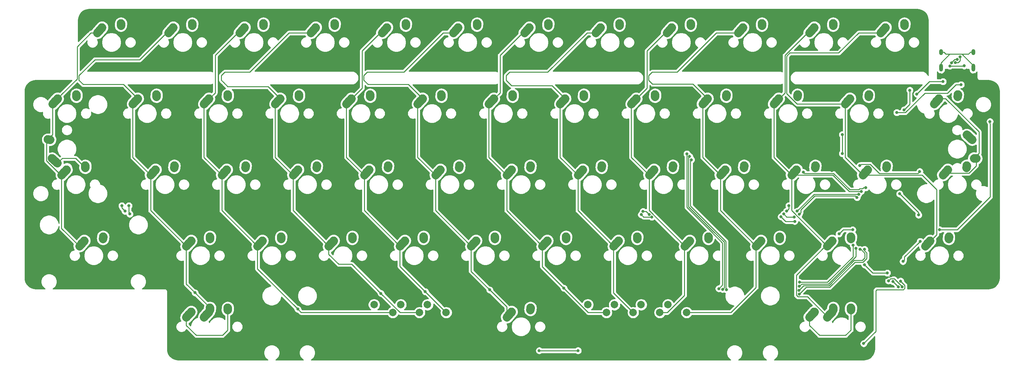
<source format=gbr>
G04 #@! TF.GenerationSoftware,KiCad,Pcbnew,(5.1.4)-1*
G04 #@! TF.CreationDate,2021-02-18T16:48:32-08:00*
G04 #@! TF.ProjectId,IBM029Punch,49424d30-3239-4507-956e-63682e6b6963,rev?*
G04 #@! TF.SameCoordinates,Original*
G04 #@! TF.FileFunction,Copper,L1,Top*
G04 #@! TF.FilePolarity,Positive*
%FSLAX46Y46*%
G04 Gerber Fmt 4.6, Leading zero omitted, Abs format (unit mm)*
G04 Created by KiCad (PCBNEW (5.1.4)-1) date 2021-02-18 16:48:32*
%MOMM*%
%LPD*%
G04 APERTURE LIST*
%ADD10C,2.250000*%
%ADD11C,2.250000*%
%ADD12C,2.000000*%
%ADD13O,1.000000X2.100000*%
%ADD14O,1.000000X1.600000*%
%ADD15C,0.800000*%
%ADD16C,0.250000*%
%ADD17C,0.254000*%
G04 APERTURE END LIST*
D10*
X238007260Y-98394180D03*
X237353529Y-99125320D03*
D11*
X236697260Y-99854180D02*
X238009798Y-98396460D01*
D10*
X243047260Y-97314180D03*
X243027537Y-97604199D03*
D11*
X243007260Y-97894180D02*
X243047814Y-97314218D01*
D10*
X71319060Y-98394180D03*
X70665329Y-99125320D03*
D11*
X70009060Y-99854180D02*
X71321598Y-98396460D01*
D10*
X76359060Y-97314180D03*
X76339337Y-97604199D03*
D11*
X76319060Y-97894180D02*
X76359614Y-97314218D01*
D12*
X189547650Y-98594180D03*
X184547650Y-96494180D03*
X132397410Y-98594180D03*
X127397410Y-96494180D03*
X182403870Y-98594180D03*
X177403870Y-96494180D03*
X139541190Y-98594180D03*
X134541190Y-96494180D03*
X203835210Y-98594180D03*
X198835210Y-96494180D03*
X196691430Y-98594180D03*
X191691430Y-96494180D03*
X125253630Y-98594180D03*
X120253630Y-96494180D03*
D10*
X34100160Y-57268980D03*
X34830156Y-57923985D03*
D11*
X35560160Y-58578980D02*
X34100152Y-57268990D01*
D10*
X33020160Y-52228980D03*
X33310160Y-52248981D03*
D11*
X33600160Y-52268980D02*
X33020160Y-52228982D01*
D10*
X280226160Y-52268980D03*
X279496164Y-51613975D03*
D11*
X278766160Y-50958980D02*
X280226168Y-52268970D01*
D10*
X281306160Y-57308980D03*
X281016160Y-57288979D03*
D11*
X280726160Y-57268980D02*
X281306160Y-57308978D01*
D10*
X242769780Y-98394180D03*
X242114781Y-99124180D03*
D11*
X241459780Y-99854180D02*
X242769782Y-98394180D01*
D10*
X247809780Y-97314180D03*
X247789780Y-97604180D03*
D11*
X247769780Y-97894180D02*
X247809780Y-97314180D01*
D10*
X157044420Y-98394180D03*
X156389421Y-99124180D03*
D11*
X155734420Y-99854180D02*
X157044422Y-98394180D01*
D10*
X162084420Y-97314180D03*
X162064420Y-97604180D03*
D11*
X162044420Y-97894180D02*
X162084420Y-97314180D01*
D10*
X273726160Y-60294020D03*
X273071161Y-61024020D03*
D11*
X272416160Y-61754020D02*
X273726162Y-60294020D01*
D10*
X278766160Y-59214020D03*
X278746160Y-59504020D03*
D11*
X278726160Y-59794020D02*
X278766160Y-59214020D01*
D10*
X271344900Y-41243940D03*
X270689901Y-41973940D03*
D11*
X270034900Y-42703940D02*
X271344902Y-41243940D01*
D10*
X276384900Y-40163940D03*
X276364900Y-40453940D03*
D11*
X276344900Y-40743940D02*
X276384900Y-40163940D01*
D10*
X157044420Y-98394180D03*
X156389421Y-99124180D03*
D11*
X155734420Y-99854180D02*
X157044422Y-98394180D01*
D10*
X162084420Y-97314180D03*
X162064420Y-97604180D03*
D11*
X162044420Y-97894180D02*
X162084420Y-97314180D01*
D10*
X76081580Y-98394180D03*
X75426581Y-99124180D03*
D11*
X74771580Y-99854180D02*
X76081582Y-98394180D01*
D10*
X81121580Y-97314180D03*
X81101580Y-97604180D03*
D11*
X81081580Y-97894180D02*
X81121580Y-97314180D01*
D13*
X271906160Y-32973860D03*
X280546160Y-32973860D03*
D14*
X271906160Y-28793860D03*
X280546160Y-28793860D03*
D10*
X268963640Y-79344100D03*
X268308641Y-80074100D03*
D11*
X267653640Y-80804100D02*
X268963642Y-79344100D01*
D10*
X274003640Y-78264100D03*
X273983640Y-78554100D03*
D11*
X273963640Y-78844100D02*
X274003640Y-78264100D01*
D10*
X242769780Y-79344100D03*
X242114781Y-80074100D03*
D11*
X241459780Y-80804100D02*
X242769782Y-79344100D01*
D10*
X247809780Y-78264100D03*
X247789780Y-78554100D03*
D11*
X247769780Y-78844100D02*
X247809780Y-78264100D01*
D10*
X223719700Y-79344100D03*
X223064701Y-80074100D03*
D11*
X222409700Y-80804100D02*
X223719702Y-79344100D01*
D10*
X228759700Y-78264100D03*
X228739700Y-78554100D03*
D11*
X228719700Y-78844100D02*
X228759700Y-78264100D01*
D10*
X204669620Y-79344100D03*
X204014621Y-80074100D03*
D11*
X203359620Y-80804100D02*
X204669622Y-79344100D01*
D10*
X209709620Y-78264100D03*
X209689620Y-78554100D03*
D11*
X209669620Y-78844100D02*
X209709620Y-78264100D01*
D10*
X185619540Y-79344100D03*
X184964541Y-80074100D03*
D11*
X184309540Y-80804100D02*
X185619542Y-79344100D01*
D10*
X190659540Y-78264100D03*
X190639540Y-78554100D03*
D11*
X190619540Y-78844100D02*
X190659540Y-78264100D01*
D10*
X166569460Y-79344100D03*
X165914461Y-80074100D03*
D11*
X165259460Y-80804100D02*
X166569462Y-79344100D01*
D10*
X171609460Y-78264100D03*
X171589460Y-78554100D03*
D11*
X171569460Y-78844100D02*
X171609460Y-78264100D01*
D10*
X147519380Y-79344100D03*
X146864381Y-80074100D03*
D11*
X146209380Y-80804100D02*
X147519382Y-79344100D01*
D10*
X152559380Y-78264100D03*
X152539380Y-78554100D03*
D11*
X152519380Y-78844100D02*
X152559380Y-78264100D01*
D10*
X128469300Y-79344100D03*
X127814301Y-80074100D03*
D11*
X127159300Y-80804100D02*
X128469302Y-79344100D01*
D10*
X133509300Y-78264100D03*
X133489300Y-78554100D03*
D11*
X133469300Y-78844100D02*
X133509300Y-78264100D01*
D10*
X109419220Y-79344100D03*
X108764221Y-80074100D03*
D11*
X108109220Y-80804100D02*
X109419222Y-79344100D01*
D10*
X114459220Y-78264100D03*
X114439220Y-78554100D03*
D11*
X114419220Y-78844100D02*
X114459220Y-78264100D01*
D10*
X90369140Y-79344100D03*
X89714141Y-80074100D03*
D11*
X89059140Y-80804100D02*
X90369142Y-79344100D01*
D10*
X95409140Y-78264100D03*
X95389140Y-78554100D03*
D11*
X95369140Y-78844100D02*
X95409140Y-78264100D01*
D10*
X71319060Y-79344100D03*
X70664061Y-80074100D03*
D11*
X70009060Y-80804100D02*
X71319062Y-79344100D01*
D10*
X76359060Y-78264100D03*
X76339060Y-78554100D03*
D11*
X76319060Y-78844100D02*
X76359060Y-78264100D01*
D10*
X42743940Y-79344100D03*
X42088941Y-80074100D03*
D11*
X41433940Y-80804100D02*
X42743942Y-79344100D01*
D10*
X47783940Y-78264100D03*
X47763940Y-78554100D03*
D11*
X47743940Y-78844100D02*
X47783940Y-78264100D01*
D10*
X252294820Y-60294020D03*
X251639821Y-61024020D03*
D11*
X250984820Y-61754020D02*
X252294822Y-60294020D01*
D10*
X257334820Y-59214020D03*
X257314820Y-59504020D03*
D11*
X257294820Y-59794020D02*
X257334820Y-59214020D01*
D10*
X233244740Y-60294020D03*
X232589741Y-61024020D03*
D11*
X231934740Y-61754020D02*
X233244742Y-60294020D01*
D10*
X238284740Y-59214020D03*
X238264740Y-59504020D03*
D11*
X238244740Y-59794020D02*
X238284740Y-59214020D01*
D10*
X214194660Y-60294020D03*
X213539661Y-61024020D03*
D11*
X212884660Y-61754020D02*
X214194662Y-60294020D01*
D10*
X219234660Y-59214020D03*
X219214660Y-59504020D03*
D11*
X219194660Y-59794020D02*
X219234660Y-59214020D01*
D10*
X195144580Y-60294020D03*
X194489581Y-61024020D03*
D11*
X193834580Y-61754020D02*
X195144582Y-60294020D01*
D10*
X200184580Y-59214020D03*
X200164580Y-59504020D03*
D11*
X200144580Y-59794020D02*
X200184580Y-59214020D01*
D10*
X176094500Y-60294020D03*
X175439501Y-61024020D03*
D11*
X174784500Y-61754020D02*
X176094502Y-60294020D01*
D10*
X181134500Y-59214020D03*
X181114500Y-59504020D03*
D11*
X181094500Y-59794020D02*
X181134500Y-59214020D01*
D10*
X157044420Y-60294020D03*
X156389421Y-61024020D03*
D11*
X155734420Y-61754020D02*
X157044422Y-60294020D01*
D10*
X162084420Y-59214020D03*
X162064420Y-59504020D03*
D11*
X162044420Y-59794020D02*
X162084420Y-59214020D01*
D10*
X137994340Y-60294020D03*
X137339341Y-61024020D03*
D11*
X136684340Y-61754020D02*
X137994342Y-60294020D01*
D10*
X143034340Y-59214020D03*
X143014340Y-59504020D03*
D11*
X142994340Y-59794020D02*
X143034340Y-59214020D01*
D10*
X118944260Y-60294020D03*
X118289261Y-61024020D03*
D11*
X117634260Y-61754020D02*
X118944262Y-60294020D01*
D10*
X123984260Y-59214020D03*
X123964260Y-59504020D03*
D11*
X123944260Y-59794020D02*
X123984260Y-59214020D01*
D10*
X99894180Y-60294020D03*
X99239181Y-61024020D03*
D11*
X98584180Y-61754020D02*
X99894182Y-60294020D01*
D10*
X104934180Y-59214020D03*
X104914180Y-59504020D03*
D11*
X104894180Y-59794020D02*
X104934180Y-59214020D01*
D10*
X80844100Y-60294020D03*
X80189101Y-61024020D03*
D11*
X79534100Y-61754020D02*
X80844102Y-60294020D01*
D10*
X85884100Y-59214020D03*
X85864100Y-59504020D03*
D11*
X85844100Y-59794020D02*
X85884100Y-59214020D01*
D10*
X61794020Y-60294020D03*
X61139021Y-61024020D03*
D11*
X60484020Y-61754020D02*
X61794022Y-60294020D01*
D10*
X66834020Y-59214020D03*
X66814020Y-59504020D03*
D11*
X66794020Y-59794020D02*
X66834020Y-59214020D01*
D10*
X37981420Y-60294020D03*
X37326421Y-61024020D03*
D11*
X36671420Y-61754020D02*
X37981422Y-60294020D01*
D10*
X43021420Y-59214020D03*
X43001420Y-59504020D03*
D11*
X42981420Y-59794020D02*
X43021420Y-59214020D01*
D10*
X247532300Y-41243940D03*
X246877301Y-41973940D03*
D11*
X246222300Y-42703940D02*
X247532302Y-41243940D01*
D10*
X252572300Y-40163940D03*
X252552300Y-40453940D03*
D11*
X252532300Y-40743940D02*
X252572300Y-40163940D01*
D10*
X228482220Y-41243940D03*
X227827221Y-41973940D03*
D11*
X227172220Y-42703940D02*
X228482222Y-41243940D01*
D10*
X233522220Y-40163940D03*
X233502220Y-40453940D03*
D11*
X233482220Y-40743940D02*
X233522220Y-40163940D01*
D10*
X209432140Y-41243940D03*
X208777141Y-41973940D03*
D11*
X208122140Y-42703940D02*
X209432142Y-41243940D01*
D10*
X214472140Y-40163940D03*
X214452140Y-40453940D03*
D11*
X214432140Y-40743940D02*
X214472140Y-40163940D01*
D10*
X190382060Y-41243940D03*
X189727061Y-41973940D03*
D11*
X189072060Y-42703940D02*
X190382062Y-41243940D01*
D10*
X195422060Y-40163940D03*
X195402060Y-40453940D03*
D11*
X195382060Y-40743940D02*
X195422060Y-40163940D01*
D10*
X171331980Y-41243940D03*
X170676981Y-41973940D03*
D11*
X170021980Y-42703940D02*
X171331982Y-41243940D01*
D10*
X176371980Y-40163940D03*
X176351980Y-40453940D03*
D11*
X176331980Y-40743940D02*
X176371980Y-40163940D01*
D10*
X152281900Y-41243940D03*
X151626901Y-41973940D03*
D11*
X150971900Y-42703940D02*
X152281902Y-41243940D01*
D10*
X157321900Y-40163940D03*
X157301900Y-40453940D03*
D11*
X157281900Y-40743940D02*
X157321900Y-40163940D01*
D10*
X133231820Y-41243940D03*
X132576821Y-41973940D03*
D11*
X131921820Y-42703940D02*
X133231822Y-41243940D01*
D10*
X138271820Y-40163940D03*
X138251820Y-40453940D03*
D11*
X138231820Y-40743940D02*
X138271820Y-40163940D01*
D10*
X114181740Y-41243940D03*
X113526741Y-41973940D03*
D11*
X112871740Y-42703940D02*
X114181742Y-41243940D01*
D10*
X119221740Y-40163940D03*
X119201740Y-40453940D03*
D11*
X119181740Y-40743940D02*
X119221740Y-40163940D01*
D10*
X95131660Y-41243940D03*
X94476661Y-41973940D03*
D11*
X93821660Y-42703940D02*
X95131662Y-41243940D01*
D10*
X100171660Y-40163940D03*
X100151660Y-40453940D03*
D11*
X100131660Y-40743940D02*
X100171660Y-40163940D01*
D10*
X76081580Y-41243940D03*
X75426581Y-41973940D03*
D11*
X74771580Y-42703940D02*
X76081582Y-41243940D01*
D10*
X81121580Y-40163940D03*
X81101580Y-40453940D03*
D11*
X81081580Y-40743940D02*
X81121580Y-40163940D01*
D10*
X57031500Y-41243940D03*
X56376501Y-41973940D03*
D11*
X55721500Y-42703940D02*
X57031502Y-41243940D01*
D10*
X62071500Y-40163940D03*
X62051500Y-40453940D03*
D11*
X62031500Y-40743940D02*
X62071500Y-40163940D01*
D10*
X35600160Y-41243940D03*
X34945161Y-41973940D03*
D11*
X34290160Y-42703940D02*
X35600162Y-41243940D01*
D10*
X40640160Y-40163940D03*
X40620160Y-40453940D03*
D11*
X40600160Y-40743940D02*
X40640160Y-40163940D01*
D10*
X257057340Y-22193860D03*
X256402341Y-22923860D03*
D11*
X255747340Y-23653860D02*
X257057342Y-22193860D01*
D10*
X262097340Y-21113860D03*
X262077340Y-21403860D03*
D11*
X262057340Y-21693860D02*
X262097340Y-21113860D01*
D10*
X238007260Y-22193860D03*
X237352261Y-22923860D03*
D11*
X236697260Y-23653860D02*
X238007262Y-22193860D01*
D10*
X243047260Y-21113860D03*
X243027260Y-21403860D03*
D11*
X243007260Y-21693860D02*
X243047260Y-21113860D01*
D10*
X218957180Y-22193860D03*
X218302181Y-22923860D03*
D11*
X217647180Y-23653860D02*
X218957182Y-22193860D01*
D10*
X223997180Y-21113860D03*
X223977180Y-21403860D03*
D11*
X223957180Y-21693860D02*
X223997180Y-21113860D01*
D10*
X199907100Y-22193860D03*
X199252101Y-22923860D03*
D11*
X198597100Y-23653860D02*
X199907102Y-22193860D01*
D10*
X204947100Y-21113860D03*
X204927100Y-21403860D03*
D11*
X204907100Y-21693860D02*
X204947100Y-21113860D01*
D10*
X180857020Y-22193860D03*
X180202021Y-22923860D03*
D11*
X179547020Y-23653860D02*
X180857022Y-22193860D01*
D10*
X185897020Y-21113860D03*
X185877020Y-21403860D03*
D11*
X185857020Y-21693860D02*
X185897020Y-21113860D01*
D10*
X161806940Y-22193860D03*
X161151941Y-22923860D03*
D11*
X160496940Y-23653860D02*
X161806942Y-22193860D01*
D10*
X166846940Y-21113860D03*
X166826940Y-21403860D03*
D11*
X166806940Y-21693860D02*
X166846940Y-21113860D01*
D10*
X142756860Y-22193860D03*
X142101861Y-22923860D03*
D11*
X141446860Y-23653860D02*
X142756862Y-22193860D01*
D10*
X147796860Y-21113860D03*
X147776860Y-21403860D03*
D11*
X147756860Y-21693860D02*
X147796860Y-21113860D01*
D10*
X123706780Y-22193860D03*
X123051781Y-22923860D03*
D11*
X122396780Y-23653860D02*
X123706782Y-22193860D01*
D10*
X128746780Y-21113860D03*
X128726780Y-21403860D03*
D11*
X128706780Y-21693860D02*
X128746780Y-21113860D01*
D10*
X104656700Y-22193860D03*
X104001701Y-22923860D03*
D11*
X103346700Y-23653860D02*
X104656702Y-22193860D01*
D10*
X109696700Y-21113860D03*
X109676700Y-21403860D03*
D11*
X109656700Y-21693860D02*
X109696700Y-21113860D01*
D10*
X85606620Y-22193860D03*
X84951621Y-22923860D03*
D11*
X84296620Y-23653860D02*
X85606622Y-22193860D01*
D10*
X90646620Y-21113860D03*
X90626620Y-21403860D03*
D11*
X90606620Y-21693860D02*
X90646620Y-21113860D01*
D10*
X66556540Y-22193860D03*
X65901541Y-22923860D03*
D11*
X65246540Y-23653860D02*
X66556542Y-22193860D01*
D10*
X71596540Y-21113860D03*
X71576540Y-21403860D03*
D11*
X71556540Y-21693860D02*
X71596540Y-21113860D01*
D10*
X47506460Y-22193860D03*
X46851461Y-22923860D03*
D11*
X46196460Y-23653860D02*
X47506462Y-22193860D01*
D10*
X52546460Y-21113860D03*
X52526460Y-21403860D03*
D11*
X52506460Y-21693860D02*
X52546460Y-21113860D01*
D15*
X280847800Y-34823400D03*
X271678400Y-34823400D03*
X159562800Y-98679000D03*
X110693200Y-92964000D03*
X258549172Y-88742556D03*
X254635000Y-89484200D03*
X263028600Y-65963800D03*
X268554200Y-71805800D03*
X254939800Y-59232800D03*
X254965200Y-49174400D03*
X242690194Y-46209406D03*
X242697000Y-60579010D03*
X242824000Y-63728600D03*
X240563400Y-87452200D03*
X284992653Y-47417147D03*
X52781200Y-69981540D03*
X53619400Y-71431540D03*
X192201800Y-71501000D03*
X193834580Y-72304366D03*
X229805467Y-72206541D03*
X232659687Y-73029313D03*
X266319000Y-79527400D03*
X265887200Y-72466200D03*
X260807200Y-66776600D03*
X271514090Y-76415110D03*
X261721600Y-84912200D03*
X251460000Y-85826600D03*
X257530600Y-88011000D03*
X245497300Y-50931460D03*
X245497300Y-56013991D03*
X266200240Y-60799360D03*
X250187366Y-59230166D03*
X164421100Y-108806700D03*
X174809700Y-108806700D03*
X261086600Y-90170000D03*
X234020422Y-91540683D03*
X249111600Y-81423872D03*
X72339140Y-93294260D03*
X233915560Y-92670850D03*
X250215400Y-81686400D03*
X99849007Y-97686793D03*
X233991429Y-93667970D03*
X251465179Y-81658191D03*
X122095126Y-93474674D03*
X234035600Y-90481620D03*
X248386600Y-80543400D03*
X133935305Y-92988295D03*
X214528400Y-92481400D03*
X151168920Y-92518680D03*
X213487000Y-92379800D03*
X251206000Y-106908600D03*
X274255689Y-32544328D03*
X278104600Y-32486600D03*
X265430000Y-40055800D03*
X272445152Y-36696390D03*
X205099591Y-57657001D03*
X204649581Y-56763976D03*
X171033644Y-92084956D03*
X212455538Y-92194129D03*
X203924581Y-56071181D03*
X251750803Y-65164997D03*
X235102400Y-61029020D03*
X231190800Y-69981540D03*
X230581200Y-71431540D03*
X249424947Y-67774324D03*
X233958780Y-72277795D03*
X249869874Y-66878755D03*
X233426000Y-71431540D03*
X250545600Y-66141600D03*
X276251160Y-30780708D03*
X274751352Y-31675813D03*
X263547972Y-39037372D03*
X262036830Y-44283800D03*
X259054600Y-90273290D03*
X260477000Y-91723290D03*
X276987000Y-30073600D03*
X275751160Y-31656084D03*
X257852712Y-90096707D03*
X261477003Y-91723290D03*
X248261954Y-76405554D03*
X54660800Y-69981540D03*
X54896533Y-72206541D03*
X191714242Y-72374093D03*
X194542450Y-73015287D03*
X229111726Y-72926769D03*
X232767353Y-74162284D03*
X244627400Y-77520800D03*
X260045200Y-45008800D03*
X277266400Y-37538929D03*
D16*
X280847800Y-34823400D02*
X271678400Y-34823400D01*
X257392217Y-89484200D02*
X254635000Y-89484200D01*
X257733861Y-89142555D02*
X257392217Y-89484200D01*
X258149173Y-89142555D02*
X257733861Y-89142555D01*
X258549172Y-88742556D02*
X258149173Y-89142555D01*
X263028600Y-65963800D02*
X268554200Y-71489400D01*
X268554200Y-71489400D02*
X268554200Y-71805800D01*
X254939800Y-59232800D02*
X254939800Y-49199800D01*
X254939800Y-49199800D02*
X254965200Y-49174400D01*
X242690194Y-46209406D02*
X242690194Y-60572204D01*
X242690194Y-60572204D02*
X242697000Y-60579010D01*
X285060161Y-67594501D02*
X280645662Y-72009000D01*
X52781200Y-69981540D02*
X52781200Y-70593340D01*
X52781200Y-70593340D02*
X53619400Y-71431540D01*
X192201800Y-71501000D02*
X193031214Y-71501000D01*
X193031214Y-71501000D02*
X193834580Y-72304366D01*
X229805467Y-72206541D02*
X230628239Y-73029313D01*
X230628239Y-73029313D02*
X232659687Y-73029313D01*
X265887200Y-72466200D02*
X265887200Y-71856600D01*
X265887200Y-71856600D02*
X260807200Y-66776600D01*
X284992653Y-47982832D02*
X284992653Y-47417147D01*
X285060161Y-48050340D02*
X284992653Y-47982832D01*
X285060161Y-67594501D02*
X285060161Y-48050340D01*
X276239552Y-76415110D02*
X285060161Y-67594501D01*
X271514090Y-76415110D02*
X276239552Y-76415110D01*
X265919001Y-79927399D02*
X266319000Y-79527400D01*
X262121599Y-83724801D02*
X265919001Y-79927399D01*
X262121599Y-84512201D02*
X262121599Y-83724801D01*
X261721600Y-84912200D02*
X262121599Y-84512201D01*
X253644400Y-88011000D02*
X251460000Y-85826600D01*
X257530600Y-88011000D02*
X253644400Y-88011000D01*
X52387720Y-21812600D02*
X52506460Y-21693860D01*
X245497300Y-50931460D02*
X245497300Y-56013991D01*
X71437800Y-21812600D02*
X71556540Y-21693860D01*
X90487880Y-21272600D02*
X90646620Y-21113860D01*
X109537960Y-21812600D02*
X109656700Y-21693860D01*
X128588040Y-21272600D02*
X128746780Y-21113860D01*
X147638120Y-21812600D02*
X147756860Y-21693860D01*
X166688200Y-21812600D02*
X166806940Y-21693860D01*
X185738280Y-21812600D02*
X185857020Y-21693860D01*
X204788360Y-21812600D02*
X204907100Y-21693860D01*
X223838440Y-21272600D02*
X223997180Y-21113860D01*
X242888520Y-21812600D02*
X243007260Y-21693860D01*
X261938600Y-21272600D02*
X262097340Y-21113860D01*
X40481420Y-40862680D02*
X40600160Y-40743940D01*
X61912760Y-40862680D02*
X62031500Y-40743940D01*
X80962840Y-40862680D02*
X81081580Y-40743940D01*
X100012920Y-40322680D02*
X100171660Y-40163940D01*
X119063000Y-40862680D02*
X119181740Y-40743940D01*
X138113080Y-40862680D02*
X138231820Y-40743940D01*
X157163160Y-40862680D02*
X157281900Y-40743940D01*
X176213240Y-40862680D02*
X176331980Y-40743940D01*
X195263320Y-40322680D02*
X195422060Y-40163940D01*
X214313400Y-40322680D02*
X214472140Y-40163940D01*
X233363480Y-40862680D02*
X233482220Y-40743940D01*
X252413560Y-40322680D02*
X252572300Y-40163940D01*
X36870160Y-57268980D02*
X35560160Y-58578980D01*
X40456380Y-57268980D02*
X36870160Y-57268980D01*
X42981420Y-59794020D02*
X40456380Y-57268980D01*
X266200240Y-60799360D02*
X265695590Y-61304010D01*
X265695590Y-61304010D02*
X255371600Y-61304010D01*
X250573513Y-58844019D02*
X250187366Y-59230166D01*
X255371600Y-61304010D02*
X252911609Y-58844019D01*
X252911609Y-58844019D02*
X250573513Y-58844019D01*
X81081580Y-103326154D02*
X81081580Y-97894180D01*
X79694653Y-104713081D02*
X81081580Y-103326154D01*
X72705987Y-104713081D02*
X79694653Y-104713081D01*
X70009060Y-102016154D02*
X72705987Y-104713081D01*
X70009060Y-99854180D02*
X70009060Y-102016154D01*
X164421100Y-108806700D02*
X174809700Y-108806700D01*
X247809780Y-98905170D02*
X247809780Y-97314180D01*
X247809780Y-103286154D02*
X247809780Y-98905170D01*
X246382853Y-104713081D02*
X247809780Y-103286154D01*
X239394187Y-104713081D02*
X246382853Y-104713081D01*
X236697260Y-102016154D02*
X239394187Y-104713081D01*
X236697260Y-99854180D02*
X236697260Y-102016154D01*
X34290160Y-50958980D02*
X33020160Y-52228980D01*
X34290160Y-42703940D02*
X34290160Y-50958980D01*
X36725159Y-40118941D02*
X35600160Y-41243940D01*
X40831430Y-36012670D02*
X36725159Y-40118941D01*
X40831430Y-27367570D02*
X40831430Y-36012670D01*
X44545140Y-23653860D02*
X40831430Y-27367570D01*
X46196460Y-23653860D02*
X44545140Y-23653860D01*
X36439198Y-61754020D02*
X36671420Y-61754020D01*
X32639000Y-57953822D02*
X36439198Y-61754020D01*
X32639000Y-53230140D02*
X32639000Y-57953822D01*
X33600160Y-52268980D02*
X32639000Y-53230140D01*
X36671420Y-76041580D02*
X41433940Y-80804100D01*
X36671420Y-61754020D02*
X36671420Y-76041580D01*
X249111600Y-83570664D02*
X249111600Y-81423872D01*
X241750635Y-90931629D02*
X249111600Y-83570664D01*
X234020422Y-91540683D02*
X234629475Y-90931630D01*
X234629475Y-90931630D02*
X241750635Y-90931629D01*
X65246540Y-23653860D02*
X64740538Y-23653860D01*
X57570299Y-30824099D02*
X45568381Y-30824099D01*
X64740538Y-23653860D02*
X57570299Y-30824099D01*
X45568381Y-30824099D02*
X41317973Y-35074508D01*
X41317973Y-35074508D02*
X41317973Y-36363291D01*
X53264419Y-37476859D02*
X57031500Y-41243940D01*
X42431541Y-37476859D02*
X53264419Y-37476859D01*
X41317973Y-36363291D02*
X42431541Y-37476859D01*
X55721500Y-56991500D02*
X60484020Y-61754020D01*
X55721500Y-42703940D02*
X55721500Y-56991500D01*
X60484020Y-71279060D02*
X70009060Y-80804100D01*
X60484020Y-61754020D02*
X60484020Y-71279060D01*
X70009060Y-90964180D02*
X72339140Y-93294260D01*
X70009060Y-80804100D02*
X70009060Y-90964180D01*
X76319060Y-98306700D02*
X74771580Y-99854180D01*
X76319060Y-97894180D02*
X76319060Y-98306700D01*
X72339140Y-93294260D02*
X76359060Y-97314180D01*
X250468082Y-81686400D02*
X250215400Y-81686400D01*
X251549781Y-82768099D02*
X250468082Y-81686400D01*
X233915560Y-92670850D02*
X235204772Y-91381638D01*
X235204772Y-91381638D02*
X241937036Y-91381638D01*
X241937036Y-91381638D02*
X248675937Y-84642737D01*
X248675937Y-84642737D02*
X250827145Y-84642737D01*
X250827145Y-84642737D02*
X251549781Y-83920101D01*
X251549781Y-83920101D02*
X251549781Y-82768099D01*
X74771580Y-56991500D02*
X79534100Y-61754020D01*
X74771580Y-42703940D02*
X74771580Y-56991500D01*
X79534100Y-71279060D02*
X89059140Y-80804100D01*
X79534100Y-61754020D02*
X79534100Y-71279060D01*
X89059140Y-86896926D02*
X89059140Y-80804100D01*
X125253630Y-98594180D02*
X100756394Y-98594180D01*
X100756394Y-98594180D02*
X99849007Y-97686793D01*
X99849007Y-97686793D02*
X89059140Y-86896926D01*
X233991442Y-93667970D02*
X235827764Y-91831648D01*
X233991429Y-93667970D02*
X233991442Y-93667970D01*
X235827764Y-91831648D02*
X242123437Y-91831647D01*
X248862337Y-85092747D02*
X251013546Y-85092746D01*
X242123437Y-91831647D02*
X248862337Y-85092747D01*
X251999791Y-84106501D02*
X251999790Y-82581698D01*
X251013546Y-85092746D02*
X251999791Y-84106501D01*
X251999790Y-82581698D02*
X251465179Y-82047087D01*
X251465179Y-82047087D02*
X251465179Y-81658191D01*
X83790618Y-23653860D02*
X84296620Y-23653860D01*
X77744957Y-29699521D02*
X83790618Y-23653860D01*
X77744957Y-39730563D02*
X77744957Y-29699521D01*
X74771580Y-42703940D02*
X77744957Y-39730563D01*
X79412910Y-35079731D02*
X79412910Y-36358068D01*
X80314381Y-34178260D02*
X79412910Y-35079731D01*
X86978222Y-34178260D02*
X80314381Y-34178260D01*
X97502622Y-23653860D02*
X86978222Y-34178260D01*
X103346700Y-23653860D02*
X97502622Y-23653860D01*
X80239521Y-37184679D02*
X80723042Y-37668200D01*
X79960121Y-36905279D02*
X81104042Y-38049200D01*
X79960121Y-36905279D02*
X80239521Y-37184679D01*
X79412910Y-36358068D02*
X79960121Y-36905279D01*
X91936920Y-38049200D02*
X95131660Y-41243940D01*
X81104042Y-38049200D02*
X91936920Y-38049200D01*
X93821660Y-56991500D02*
X98584180Y-61754020D01*
X93821660Y-42703940D02*
X93821660Y-56991500D01*
X98584180Y-71279060D02*
X108109220Y-80804100D01*
X98584180Y-61754020D02*
X98584180Y-71279060D01*
X108109220Y-82966074D02*
X108109220Y-80804100D01*
X110806147Y-85663001D02*
X108109220Y-82966074D01*
X114283453Y-85663001D02*
X110806147Y-85663001D01*
X127214632Y-98594180D02*
X122095126Y-93474674D01*
X132397410Y-98594180D02*
X127214632Y-98594180D01*
X122095126Y-93474674D02*
X114283453Y-85663001D01*
X248386600Y-83659254D02*
X248386600Y-80543400D01*
X234035600Y-90481620D02*
X241564234Y-90481620D01*
X241564234Y-90481620D02*
X248386600Y-83659254D01*
X112871740Y-56991500D02*
X117634260Y-61754020D01*
X112871740Y-42703940D02*
X112871740Y-56991500D01*
X117634260Y-71279060D02*
X127159300Y-80804100D01*
X117634260Y-61754020D02*
X117634260Y-71279060D01*
X127159300Y-86212290D02*
X133935305Y-92988295D01*
X127159300Y-80804100D02*
X127159300Y-86212290D01*
X121890778Y-23653860D02*
X122396780Y-23653860D01*
X117063060Y-28481578D02*
X121890778Y-23653860D01*
X117063060Y-38512620D02*
X117063060Y-28481578D01*
X112871740Y-42703940D02*
X117063060Y-38512620D01*
X133935305Y-92988295D02*
X139541190Y-98594180D01*
X214349639Y-92124839D02*
X214349639Y-79549019D01*
X214528400Y-92481400D02*
X214528400Y-92303600D01*
X214528400Y-92303600D02*
X214349639Y-92124839D01*
X214349639Y-79549019D02*
X211392910Y-76592290D01*
X211392910Y-76592290D02*
X204824601Y-70023981D01*
X204824601Y-70023981D02*
X204824601Y-65242821D01*
X204824601Y-64593199D02*
X204824601Y-64439800D01*
X204824601Y-65242821D02*
X204824601Y-64593199D01*
X117513070Y-35079731D02*
X117513070Y-36358068D01*
X118414541Y-34178260D02*
X117513070Y-35079731D01*
X128203940Y-34178260D02*
X118414541Y-34178260D01*
X138728340Y-23653860D02*
X128203940Y-34178260D01*
X141446860Y-23653860D02*
X138728340Y-23653860D01*
X129464579Y-37476699D02*
X133231820Y-41243940D01*
X118631701Y-37476699D02*
X129464579Y-37476699D01*
X117513070Y-36358068D02*
X118631701Y-37476699D01*
X136684340Y-71279060D02*
X146209380Y-80804100D01*
X136684340Y-61754020D02*
X136684340Y-71279060D01*
X131921820Y-56991500D02*
X136684340Y-61754020D01*
X131921820Y-42703940D02*
X131921820Y-56991500D01*
X155734420Y-97084180D02*
X155734420Y-99854180D01*
X146209380Y-87559140D02*
X151168920Y-92518680D01*
X146209380Y-80804100D02*
X146209380Y-87559140D01*
X151168920Y-92518680D02*
X155734420Y-97084180D01*
X213899631Y-91967169D02*
X213899630Y-79735420D01*
X213487000Y-92379800D02*
X213899631Y-91967169D01*
X211036605Y-76872395D02*
X210965209Y-76800999D01*
X211036605Y-76872395D02*
X210947705Y-76783495D01*
X213899630Y-79735420D02*
X211036605Y-76872395D01*
X204374591Y-70210381D02*
X204374591Y-65056421D01*
X210965209Y-76800999D02*
X204374591Y-70210381D01*
X204374591Y-65056421D02*
X204374591Y-64439800D01*
X150971900Y-56991500D02*
X155734420Y-61754020D01*
X150971900Y-42703940D02*
X150971900Y-56991500D01*
X155734420Y-71279060D02*
X165259460Y-80804100D01*
X155734420Y-61754020D02*
X155734420Y-71279060D01*
X180989657Y-98594180D02*
X182403870Y-98594180D01*
X177542868Y-98594180D02*
X180989657Y-98594180D01*
X165259460Y-86310772D02*
X171033644Y-92084956D01*
X165259460Y-80804100D02*
X165259460Y-86310772D01*
X254444810Y-103669790D02*
X251206000Y-106908600D01*
X254444810Y-92724162D02*
X254444810Y-103669790D01*
X254720681Y-92448291D02*
X254444810Y-92724162D01*
X261825004Y-92448291D02*
X254720681Y-92448291D01*
X262202004Y-92071291D02*
X261825004Y-92448291D01*
X262202004Y-91285404D02*
X262202004Y-92071291D01*
X261086600Y-90170000D02*
X262202004Y-91285404D01*
X274255689Y-32544328D02*
X278046872Y-32544328D01*
X278046872Y-32544328D02*
X278104600Y-32486600D01*
X265430000Y-40055800D02*
X268789410Y-36696390D01*
X268789410Y-36696390D02*
X272445152Y-36696390D01*
X204824601Y-57931991D02*
X205099591Y-57657001D01*
X204824601Y-58090799D02*
X204824601Y-57931991D01*
X204824601Y-58090799D02*
X204824601Y-57657001D01*
X204824601Y-64593199D02*
X204824601Y-58090799D01*
X204374591Y-57038966D02*
X204649581Y-56763976D01*
X204374591Y-57181591D02*
X204374591Y-57038966D01*
X204374591Y-57181591D02*
X204374591Y-56966009D01*
X204374591Y-64439800D02*
X204374591Y-57181591D01*
X171033644Y-92084956D02*
X177542868Y-98594180D01*
X213449621Y-91200046D02*
X213449621Y-79921821D01*
X212455538Y-92194129D02*
X213449621Y-91200046D01*
X213449621Y-79921821D02*
X210515200Y-76987400D01*
X203924581Y-70396781D02*
X203924581Y-64870021D01*
X210515200Y-76987400D02*
X203924581Y-70396781D01*
X203924581Y-64870021D02*
X203924581Y-64312800D01*
X159990938Y-23653860D02*
X160496940Y-23653860D01*
X153945277Y-29699521D02*
X155512899Y-28131899D01*
X153945277Y-39730563D02*
X153945277Y-29699521D01*
X150971900Y-42703940D02*
X153945277Y-39730563D01*
X155512899Y-28131899D02*
X159990938Y-23653860D01*
X203924581Y-64312800D02*
X203924581Y-56781019D01*
X203924581Y-56781019D02*
X203924581Y-56071181D01*
X167857840Y-37769800D02*
X171331980Y-41243940D01*
X157024962Y-37769800D02*
X167857840Y-37769800D01*
X177234740Y-23653860D02*
X166710340Y-34178260D01*
X179547020Y-23653860D02*
X177234740Y-23653860D01*
X166710340Y-34178260D02*
X156514701Y-34178260D01*
X156514701Y-34178260D02*
X155618522Y-35074439D01*
X155618522Y-35074439D02*
X155618522Y-36363360D01*
X155618522Y-36363360D02*
X157024962Y-37769800D01*
X174784500Y-71279060D02*
X184309540Y-80804100D01*
X174784500Y-61754020D02*
X174784500Y-71279060D01*
X170021980Y-56991500D02*
X174784500Y-61754020D01*
X170021980Y-42703940D02*
X170021980Y-56991500D01*
X184309540Y-93356070D02*
X189547650Y-98594180D01*
X184309540Y-80804100D02*
X184309540Y-93356070D01*
X250197599Y-65416599D02*
X249922608Y-65691590D01*
X250933516Y-65416599D02*
X250197599Y-65416599D01*
X251750803Y-65164997D02*
X251185118Y-65164997D01*
X251185118Y-65164997D02*
X250933516Y-65416599D01*
X247544722Y-65691590D02*
X243157142Y-61304010D01*
X249922608Y-65691590D02*
X247544722Y-65691590D01*
X243157142Y-61304010D02*
X236753400Y-61304010D01*
X236753400Y-61304010D02*
X235377390Y-61304010D01*
X235377390Y-61304010D02*
X235102400Y-61029020D01*
X231190800Y-69981540D02*
X231190800Y-70821940D01*
X231190800Y-70821940D02*
X230581200Y-71431540D01*
X189072060Y-56991500D02*
X193834580Y-61754020D01*
X189072060Y-42703940D02*
X189072060Y-56991500D01*
X193834580Y-71279060D02*
X203359620Y-80804100D01*
X193834580Y-61754020D02*
X193834580Y-71279060D01*
X198105643Y-98594180D02*
X196691430Y-98594180D01*
X198696212Y-98594180D02*
X198105643Y-98594180D01*
X203289621Y-94000771D02*
X198696212Y-98594180D01*
X203289621Y-80874099D02*
X203289621Y-94000771D01*
X203359620Y-80804100D02*
X203289621Y-80874099D01*
X234382575Y-71854000D02*
X233958780Y-72277795D01*
X234382575Y-71111375D02*
X234382575Y-71854000D01*
X238165185Y-67328765D02*
X234382575Y-71111375D01*
X249424947Y-67774324D02*
X248979388Y-67328765D01*
X248979388Y-67328765D02*
X238165185Y-67328765D01*
X198091098Y-23653860D02*
X198597100Y-23653860D01*
X193268672Y-28476286D02*
X198091098Y-23653860D01*
X193268672Y-38507328D02*
X193268672Y-28476286D01*
X189072060Y-42703940D02*
X193268672Y-38507328D01*
X193718682Y-35074439D02*
X193718682Y-36363360D01*
X194614861Y-34178260D02*
X193718682Y-35074439D01*
X201278702Y-34178260D02*
X194614861Y-34178260D01*
X211803102Y-23653860D02*
X201278702Y-34178260D01*
X217647180Y-23653860D02*
X211803102Y-23653860D01*
X194742961Y-37387639D02*
X205575839Y-37387639D01*
X193718682Y-36363360D02*
X194742961Y-37387639D01*
X207982600Y-39794400D02*
X209432140Y-41243940D01*
X207982600Y-39794400D02*
X208122140Y-39933940D01*
X205575839Y-37387639D02*
X207982600Y-39794400D01*
X212884660Y-71279060D02*
X222409700Y-80804100D01*
X212884660Y-61754020D02*
X212884660Y-71279060D01*
X205249423Y-98594180D02*
X203835210Y-98594180D01*
X215671394Y-98594180D02*
X205249423Y-98594180D01*
X222409700Y-91855874D02*
X215671394Y-98594180D01*
X222409700Y-80804100D02*
X222409700Y-91855874D01*
X208122140Y-56991500D02*
X212884660Y-61754020D01*
X208122140Y-42703940D02*
X208122140Y-56991500D01*
X249869874Y-66878755D02*
X237978785Y-66878755D01*
X237978785Y-66878755D02*
X233426000Y-71431540D01*
X227172220Y-56991500D02*
X231934740Y-61754020D01*
X227172220Y-42703940D02*
X227172220Y-56991500D01*
X231934740Y-71279060D02*
X241459780Y-80804100D01*
X231934740Y-61754020D02*
X231934740Y-71279060D01*
X242769780Y-98544180D02*
X241459780Y-99854180D01*
X242769780Y-98394180D02*
X242769780Y-98544180D01*
X242970742Y-61754020D02*
X231934740Y-61754020D01*
X247358322Y-66141600D02*
X242970742Y-61754020D01*
X250545600Y-66141600D02*
X247358322Y-66141600D01*
X236191258Y-23653860D02*
X236697260Y-23653860D01*
X230145597Y-29699521D02*
X236191258Y-23653860D01*
X230145597Y-39730563D02*
X230145597Y-29699521D01*
X227172220Y-42703940D02*
X230145597Y-39730563D01*
X240953778Y-80804100D02*
X241459780Y-80804100D01*
X233190559Y-88567319D02*
X240953778Y-80804100D01*
X233190559Y-93940102D02*
X233190559Y-88567319D01*
X233643428Y-94392971D02*
X233190559Y-93940102D01*
X241459780Y-99700698D02*
X241459780Y-99854180D01*
X236152053Y-94392971D02*
X241459780Y-99700698D01*
X233643428Y-94392971D02*
X236152053Y-94392971D01*
X246222300Y-56991500D02*
X250984820Y-61754020D01*
X246222300Y-42703940D02*
X246222300Y-56991500D01*
X250984820Y-61754020D02*
X266830158Y-61754020D01*
X270724169Y-77733571D02*
X270724169Y-65648031D01*
X267653640Y-80804100D02*
X270724169Y-77733571D01*
X266830158Y-61754020D02*
X270724169Y-65648031D01*
X244524922Y-29032200D02*
X231449328Y-29032200D01*
X249903262Y-23653860D02*
X244524922Y-29032200D01*
X255747340Y-23653860D02*
X249903262Y-23653860D01*
X230595607Y-39907683D02*
X233391864Y-42703940D01*
X233391864Y-42703940D02*
X246222300Y-42703940D01*
X231449328Y-29032200D02*
X230595607Y-29885921D01*
X230595607Y-29885921D02*
X230595607Y-39907683D01*
X281306160Y-58899970D02*
X281306160Y-57308980D01*
X281306160Y-59264376D02*
X281306160Y-58899970D01*
X279329172Y-61241364D02*
X281306160Y-59264376D01*
X272928816Y-61241364D02*
X279329172Y-61241364D01*
X272416160Y-61754020D02*
X272928816Y-61241364D01*
X272935890Y-41243940D02*
X271344900Y-41243940D01*
X273145940Y-41243940D02*
X272935890Y-41243940D01*
X282041600Y-50139600D02*
X273145940Y-41243940D01*
X282041600Y-55953540D02*
X282041600Y-50139600D01*
X280726160Y-57268980D02*
X282041600Y-55953540D01*
X274751352Y-31675813D02*
X274775187Y-31675813D01*
X275685475Y-30780708D02*
X276251160Y-30780708D01*
X275553534Y-30780708D02*
X275685475Y-30780708D01*
X274751352Y-31675813D02*
X274751352Y-31582890D01*
X274751352Y-31582890D02*
X275553534Y-30780708D01*
X263547972Y-39037372D02*
X263547972Y-42772658D01*
X263547972Y-42772658D02*
X262036830Y-44283800D01*
X259054600Y-90273290D02*
X259054600Y-90300890D01*
X259054600Y-90300890D02*
X260477000Y-91723290D01*
X276987000Y-30639285D02*
X276987000Y-30073600D01*
X276987000Y-31117870D02*
X276987000Y-30639285D01*
X276448786Y-31656084D02*
X276987000Y-31117870D01*
X275751160Y-31656084D02*
X276448786Y-31656084D01*
X261477003Y-91622691D02*
X261477003Y-91723290D01*
X259402601Y-89548289D02*
X261477003Y-91622691D01*
X257852712Y-90096707D02*
X258401130Y-89548289D01*
X258401130Y-89548289D02*
X259402601Y-89548289D01*
X248261954Y-76405554D02*
X245742646Y-76405554D01*
X54660800Y-69981540D02*
X54660800Y-71970808D01*
X54660800Y-71970808D02*
X54896533Y-72206541D01*
X194528370Y-73029367D02*
X194542450Y-73015287D01*
X191714242Y-72374093D02*
X192369516Y-73029367D01*
X192369516Y-73029367D02*
X194528370Y-73029367D01*
X229111726Y-72926769D02*
X230347241Y-74162284D01*
X230347241Y-74162284D02*
X232767353Y-74162284D01*
X245742646Y-76405554D02*
X244627400Y-77520800D01*
X244627400Y-77520800D02*
X244475000Y-77673200D01*
X275894889Y-37538929D02*
X277266400Y-37538929D01*
X275639709Y-37794109D02*
X275894889Y-37538929D01*
X275639709Y-37794109D02*
X273639878Y-39793939D01*
X267576227Y-39793939D02*
X269740139Y-39793939D01*
X262361366Y-45008800D02*
X267576227Y-39793939D01*
X260045200Y-45008800D02*
X262361366Y-45008800D01*
X273639878Y-39793939D02*
X269740139Y-39793939D01*
X280546160Y-32423860D02*
X280546160Y-32973860D01*
X277470899Y-29348599D02*
X280546160Y-32423860D01*
X274231421Y-29348599D02*
X277470899Y-29348599D01*
X271906160Y-31673860D02*
X274231421Y-29348599D01*
X271906160Y-32973860D02*
X271906160Y-31673860D01*
X273210899Y-29348599D02*
X274231421Y-29348599D01*
X272656160Y-28793860D02*
X273210899Y-29348599D01*
X271906160Y-28793860D02*
X272656160Y-28793860D01*
X279241421Y-29348599D02*
X277470899Y-29348599D01*
X279796160Y-28793860D02*
X279241421Y-29348599D01*
X280546160Y-28793860D02*
X279796160Y-28793860D01*
D17*
G36*
X266075464Y-17387381D02*
G01*
X266618921Y-17551460D01*
X267120155Y-17817972D01*
X267560075Y-18176761D01*
X267921933Y-18614173D01*
X268191936Y-19113533D01*
X268359806Y-19655833D01*
X268422380Y-20251187D01*
X268422381Y-34495842D01*
X268422380Y-34495852D01*
X268422380Y-35046116D01*
X268406029Y-35007218D01*
X268383613Y-34951736D01*
X268379287Y-34943600D01*
X268268766Y-34739196D01*
X268235321Y-34689612D01*
X268202561Y-34639549D01*
X268196737Y-34632408D01*
X268048618Y-34453363D01*
X268006182Y-34411223D01*
X267964319Y-34368473D01*
X267957218Y-34362600D01*
X267777145Y-34215735D01*
X267727323Y-34182634D01*
X267677961Y-34148835D01*
X267669855Y-34144452D01*
X267464684Y-34035361D01*
X267409396Y-34012573D01*
X267354400Y-33989001D01*
X267345596Y-33986277D01*
X267345598Y-33986277D01*
X267345590Y-33986275D01*
X267123143Y-33919114D01*
X267064481Y-33907498D01*
X267005950Y-33895057D01*
X266996789Y-33894094D01*
X266996785Y-33894094D01*
X266765524Y-33871419D01*
X266765512Y-33871419D01*
X266733539Y-33868270D01*
X233331061Y-33868270D01*
X233297910Y-33871535D01*
X233282451Y-33871535D01*
X233273287Y-33872498D01*
X233042365Y-33898400D01*
X232983889Y-33910830D01*
X232925172Y-33922456D01*
X232916369Y-33925181D01*
X232694876Y-33995443D01*
X232639891Y-34019010D01*
X232584590Y-34041803D01*
X232576484Y-34046186D01*
X232372857Y-34158131D01*
X232323510Y-34191919D01*
X232273673Y-34225031D01*
X232266572Y-34230905D01*
X232088567Y-34380270D01*
X232046742Y-34422980D01*
X232004269Y-34465157D01*
X231998445Y-34472299D01*
X231852840Y-34653394D01*
X231820091Y-34703440D01*
X231786633Y-34753043D01*
X231782307Y-34761180D01*
X231674651Y-34967108D01*
X231652247Y-35022562D01*
X231629062Y-35077714D01*
X231626399Y-35086536D01*
X231560791Y-35309452D01*
X231549589Y-35368174D01*
X231537553Y-35426810D01*
X231536654Y-35435982D01*
X231515594Y-35667395D01*
X231516012Y-35727212D01*
X231515594Y-35787029D01*
X231516493Y-35796200D01*
X231540782Y-36027298D01*
X231552820Y-36085940D01*
X231564020Y-36144656D01*
X231566682Y-36153470D01*
X231566683Y-36153477D01*
X231566684Y-36153479D01*
X231635398Y-36375456D01*
X231658571Y-36430582D01*
X231680987Y-36486064D01*
X231685313Y-36494200D01*
X231795834Y-36698604D01*
X231829279Y-36748188D01*
X231862039Y-36798251D01*
X231867863Y-36805392D01*
X232015982Y-36984437D01*
X232058437Y-37026596D01*
X232100281Y-37069326D01*
X232107381Y-37075200D01*
X232287455Y-37222065D01*
X232337282Y-37255170D01*
X232386638Y-37288965D01*
X232394745Y-37293348D01*
X232599915Y-37402439D01*
X232655232Y-37425239D01*
X232710201Y-37448799D01*
X232719002Y-37451522D01*
X232719006Y-37451524D01*
X232719010Y-37451525D01*
X232941457Y-37518687D01*
X233000149Y-37530308D01*
X233058650Y-37542743D01*
X233067813Y-37543706D01*
X233067815Y-37543706D01*
X233299076Y-37566381D01*
X233299088Y-37566381D01*
X233331061Y-37569530D01*
X266733539Y-37569530D01*
X266766690Y-37566265D01*
X266782149Y-37566265D01*
X266791313Y-37565302D01*
X266852567Y-37558431D01*
X265390199Y-39020800D01*
X265328061Y-39020800D01*
X265128102Y-39060574D01*
X264939744Y-39138595D01*
X264770226Y-39251863D01*
X264626063Y-39396026D01*
X264512795Y-39565544D01*
X264434774Y-39753902D01*
X264395000Y-39953861D01*
X264395000Y-40157739D01*
X264434774Y-40357698D01*
X264512795Y-40546056D01*
X264626063Y-40715574D01*
X264770226Y-40859737D01*
X264939744Y-40973005D01*
X265128102Y-41051026D01*
X265225054Y-41070311D01*
X264307972Y-41987393D01*
X264307972Y-39741083D01*
X264351909Y-39697146D01*
X264465177Y-39527628D01*
X264543198Y-39339270D01*
X264582972Y-39139311D01*
X264582972Y-38935433D01*
X264543198Y-38735474D01*
X264465177Y-38547116D01*
X264351909Y-38377598D01*
X264207746Y-38233435D01*
X264038228Y-38120167D01*
X263849870Y-38042146D01*
X263649911Y-38002372D01*
X263446033Y-38002372D01*
X263246074Y-38042146D01*
X263057716Y-38120167D01*
X262888198Y-38233435D01*
X262744035Y-38377598D01*
X262630767Y-38547116D01*
X262552746Y-38735474D01*
X262512972Y-38935433D01*
X262512972Y-39139311D01*
X262552746Y-39339270D01*
X262630767Y-39527628D01*
X262744035Y-39697146D01*
X262787972Y-39741083D01*
X262787973Y-42457855D01*
X261997029Y-43248800D01*
X261934891Y-43248800D01*
X261734932Y-43288574D01*
X261546574Y-43366595D01*
X261377056Y-43479863D01*
X261232893Y-43624026D01*
X261119625Y-43793544D01*
X261041604Y-43981902D01*
X261001830Y-44181861D01*
X261001830Y-44248800D01*
X260748911Y-44248800D01*
X260704974Y-44204863D01*
X260535456Y-44091595D01*
X260347098Y-44013574D01*
X260147139Y-43973800D01*
X259943261Y-43973800D01*
X259743302Y-44013574D01*
X259554944Y-44091595D01*
X259385426Y-44204863D01*
X259241263Y-44349026D01*
X259127995Y-44518544D01*
X259049974Y-44706902D01*
X259010200Y-44906861D01*
X259010200Y-45110739D01*
X259049974Y-45310698D01*
X259127995Y-45499056D01*
X259241263Y-45668574D01*
X259385426Y-45812737D01*
X259554944Y-45926005D01*
X259743302Y-46004026D01*
X259943261Y-46043800D01*
X260147139Y-46043800D01*
X260347098Y-46004026D01*
X260535456Y-45926005D01*
X260704974Y-45812737D01*
X260748911Y-45768800D01*
X262324044Y-45768800D01*
X262361366Y-45772476D01*
X262398688Y-45768800D01*
X262398699Y-45768800D01*
X262510352Y-45757803D01*
X262653613Y-45714346D01*
X262785642Y-45643774D01*
X262901367Y-45548801D01*
X262925170Y-45519797D01*
X265344384Y-43100583D01*
X265443287Y-43597802D01*
X265641459Y-44076231D01*
X265929160Y-44506806D01*
X266295334Y-44872980D01*
X266725909Y-45160681D01*
X267204338Y-45358853D01*
X267254900Y-45368910D01*
X267254900Y-45392662D01*
X267312929Y-45684391D01*
X267426756Y-45959193D01*
X267592007Y-46206509D01*
X267802331Y-46416833D01*
X268049647Y-46582084D01*
X268324449Y-46695911D01*
X268616178Y-46753940D01*
X268913622Y-46753940D01*
X269205351Y-46695911D01*
X269480153Y-46582084D01*
X269727469Y-46416833D01*
X269937793Y-46206509D01*
X270103044Y-45959193D01*
X270216871Y-45684391D01*
X270274900Y-45392662D01*
X270274900Y-45095218D01*
X270216871Y-44803489D01*
X270103044Y-44528687D01*
X270061714Y-44466832D01*
X270130526Y-44469867D01*
X270473204Y-44417279D01*
X270799039Y-44298849D01*
X271095507Y-44119127D01*
X271287143Y-43943682D01*
X272623100Y-42454756D01*
X272711981Y-42365875D01*
X272786727Y-42254010D01*
X272866344Y-42145527D01*
X272882879Y-42110109D01*
X272904592Y-42077613D01*
X272904656Y-42077457D01*
X273466086Y-42638887D01*
X273078078Y-42716067D01*
X272599649Y-42914239D01*
X272169074Y-43201940D01*
X271802900Y-43568114D01*
X271515199Y-43998689D01*
X271317027Y-44477118D01*
X271216000Y-44985016D01*
X271216000Y-45502864D01*
X271317027Y-46010762D01*
X271515199Y-46489191D01*
X271802900Y-46919766D01*
X272169074Y-47285940D01*
X272599649Y-47573641D01*
X273078078Y-47771813D01*
X273585976Y-47872840D01*
X274103824Y-47872840D01*
X274611722Y-47771813D01*
X275090151Y-47573641D01*
X275520726Y-47285940D01*
X275886900Y-46919766D01*
X276174601Y-46489191D01*
X276372773Y-46010762D01*
X276449952Y-45622754D01*
X281281601Y-50454403D01*
X281281601Y-50851354D01*
X279877197Y-49591256D01*
X279667735Y-49437532D01*
X279353592Y-49290877D01*
X279016873Y-49208327D01*
X278670521Y-49193053D01*
X278327844Y-49245644D01*
X278002010Y-49364076D01*
X277711566Y-49540150D01*
X277654958Y-49255559D01*
X277542948Y-48985142D01*
X277380334Y-48741774D01*
X277173366Y-48534806D01*
X276929998Y-48372192D01*
X276659581Y-48260182D01*
X276372508Y-48203080D01*
X276079812Y-48203080D01*
X275792739Y-48260182D01*
X275522322Y-48372192D01*
X275278954Y-48534806D01*
X275071986Y-48741774D01*
X274909372Y-48985142D01*
X274797362Y-49255559D01*
X274740260Y-49542632D01*
X274740260Y-49835328D01*
X274797362Y-50122401D01*
X274909372Y-50392818D01*
X275071986Y-50636186D01*
X275278954Y-50843154D01*
X275522322Y-51005768D01*
X275792739Y-51117778D01*
X276079812Y-51174880D01*
X276372508Y-51174880D01*
X276659581Y-51117778D01*
X276929998Y-51005768D01*
X277004585Y-50955930D01*
X277000233Y-51054619D01*
X277052824Y-51397296D01*
X277171256Y-51723130D01*
X277350981Y-52019597D01*
X277526427Y-52211232D01*
X279015160Y-53546996D01*
X279104225Y-53636061D01*
X279216377Y-53710999D01*
X279324593Y-53790418D01*
X279359914Y-53806907D01*
X279392487Y-53828672D01*
X279517093Y-53880285D01*
X279638735Y-53937073D01*
X279676606Y-53946358D01*
X279712787Y-53961344D01*
X279845043Y-53987651D01*
X279975454Y-54019623D01*
X280014411Y-54021341D01*
X280052815Y-54028980D01*
X280187633Y-54028980D01*
X280321807Y-54034897D01*
X280360362Y-54028980D01*
X280399505Y-54028980D01*
X280531704Y-54002684D01*
X280664484Y-53982306D01*
X280701150Y-53968979D01*
X280739533Y-53961344D01*
X280864021Y-53909780D01*
X280990318Y-53863874D01*
X281023692Y-53843642D01*
X281059833Y-53828672D01*
X281171828Y-53753839D01*
X281281600Y-53687293D01*
X281281600Y-55543105D01*
X280760997Y-55507203D01*
X280501292Y-55514820D01*
X280163393Y-55592395D01*
X279847121Y-55734402D01*
X279564629Y-55935380D01*
X279326776Y-56187608D01*
X279142699Y-56481393D01*
X279019474Y-56805444D01*
X278961836Y-57147309D01*
X278971016Y-57460288D01*
X278939505Y-57454020D01*
X278913483Y-57454020D01*
X278887837Y-57449696D01*
X278740397Y-57454020D01*
X278592815Y-57454020D01*
X278567293Y-57459097D01*
X278541298Y-57459859D01*
X278397535Y-57492864D01*
X278252787Y-57521656D01*
X278228747Y-57531614D01*
X278203399Y-57537433D01*
X278068849Y-57597845D01*
X277932487Y-57654328D01*
X277910847Y-57668787D01*
X277887126Y-57679438D01*
X277766956Y-57764933D01*
X277644225Y-57846939D01*
X277625822Y-57865342D01*
X277604634Y-57880416D01*
X277503448Y-57987716D01*
X277399079Y-58092085D01*
X277384621Y-58113723D01*
X277366779Y-58132643D01*
X277288470Y-58257622D01*
X277206468Y-58380347D01*
X277196508Y-58404392D01*
X277182701Y-58426428D01*
X277130279Y-58564284D01*
X277097275Y-58643963D01*
X276929998Y-58532192D01*
X276659581Y-58420182D01*
X276372508Y-58363080D01*
X276079812Y-58363080D01*
X275792739Y-58420182D01*
X275522322Y-58532192D01*
X275278954Y-58694806D01*
X275071986Y-58901774D01*
X274973150Y-59049692D01*
X274907243Y-58977703D01*
X274875735Y-58954579D01*
X274848095Y-58926939D01*
X274736210Y-58852179D01*
X274627748Y-58772578D01*
X274592336Y-58756046D01*
X274559833Y-58734328D01*
X274435513Y-58682833D01*
X274313606Y-58625921D01*
X274275646Y-58616615D01*
X274239533Y-58601656D01*
X274107548Y-58575402D01*
X273976888Y-58543369D01*
X273937849Y-58541647D01*
X273899505Y-58534020D01*
X273764918Y-58534020D01*
X273630535Y-58528093D01*
X273591913Y-58534020D01*
X273552815Y-58534020D01*
X273420804Y-58560279D01*
X273287857Y-58580681D01*
X273251136Y-58594028D01*
X273212787Y-58601656D01*
X273088429Y-58653167D01*
X272962023Y-58699111D01*
X272928614Y-58719364D01*
X272892487Y-58734328D01*
X272780560Y-58809115D01*
X272665554Y-58878833D01*
X272636738Y-58905215D01*
X272604225Y-58926939D01*
X272509047Y-59022117D01*
X272473918Y-59054278D01*
X272447997Y-59083167D01*
X272359079Y-59172085D01*
X272332433Y-59211963D01*
X271048444Y-60642973D01*
X270894718Y-60852434D01*
X270748061Y-61166576D01*
X270665509Y-61503294D01*
X270650233Y-61849646D01*
X270702821Y-62192324D01*
X270821251Y-62518159D01*
X270984035Y-62786686D01*
X270705709Y-62842049D01*
X270430907Y-62955876D01*
X270183591Y-63121127D01*
X269973267Y-63331451D01*
X269808016Y-63578767D01*
X269785080Y-63634140D01*
X267393962Y-61243023D01*
X267370159Y-61214019D01*
X267254434Y-61119046D01*
X267197935Y-61088846D01*
X267235240Y-60901299D01*
X267235240Y-60697421D01*
X267195466Y-60497462D01*
X267117445Y-60309104D01*
X267004177Y-60139586D01*
X266860014Y-59995423D01*
X266690496Y-59882155D01*
X266502138Y-59804134D01*
X266302179Y-59764360D01*
X266098301Y-59764360D01*
X265898342Y-59804134D01*
X265709984Y-59882155D01*
X265540466Y-59995423D01*
X265396303Y-60139586D01*
X265283035Y-60309104D01*
X265205014Y-60497462D01*
X265195755Y-60544010D01*
X258892578Y-60544010D01*
X259001504Y-60257561D01*
X259044701Y-60001359D01*
X259082919Y-59447195D01*
X259094820Y-59387365D01*
X259094820Y-59274631D01*
X259096597Y-59248864D01*
X259094820Y-59188276D01*
X259094820Y-59040675D01*
X259089742Y-59015148D01*
X259088980Y-58989157D01*
X259055979Y-58845407D01*
X259027184Y-58700647D01*
X259017227Y-58676608D01*
X259011407Y-58651258D01*
X258950997Y-58516714D01*
X258894512Y-58380347D01*
X258880050Y-58358703D01*
X258869401Y-58334986D01*
X258783916Y-58214829D01*
X258701901Y-58092085D01*
X258683498Y-58073682D01*
X258668424Y-58052494D01*
X258561131Y-57951315D01*
X258456755Y-57846939D01*
X258435114Y-57832479D01*
X258416196Y-57814639D01*
X258291227Y-57736336D01*
X258168493Y-57654328D01*
X258144448Y-57644368D01*
X258122412Y-57630561D01*
X257984560Y-57578141D01*
X257848193Y-57521656D01*
X257822666Y-57516578D01*
X257798361Y-57507336D01*
X257652928Y-57482815D01*
X257508165Y-57454020D01*
X257482143Y-57454020D01*
X257456497Y-57449696D01*
X257309057Y-57454020D01*
X257161475Y-57454020D01*
X257135953Y-57459097D01*
X257109958Y-57459859D01*
X256966195Y-57492864D01*
X256821447Y-57521656D01*
X256797407Y-57531614D01*
X256772059Y-57537433D01*
X256637509Y-57597845D01*
X256501147Y-57654328D01*
X256479507Y-57668787D01*
X256455786Y-57679438D01*
X256335616Y-57764933D01*
X256212885Y-57846939D01*
X256194482Y-57865342D01*
X256173294Y-57880416D01*
X256072108Y-57987716D01*
X255967739Y-58092085D01*
X255953281Y-58113723D01*
X255935439Y-58132643D01*
X255857130Y-58257622D01*
X255775128Y-58380347D01*
X255765168Y-58404392D01*
X255751361Y-58426428D01*
X255698939Y-58564284D01*
X255642456Y-58700647D01*
X255637379Y-58726172D01*
X255628136Y-58750478D01*
X255603614Y-58895918D01*
X255574820Y-59040675D01*
X255574820Y-59153406D01*
X255533043Y-59759177D01*
X255540660Y-60018882D01*
X255618233Y-60356781D01*
X255702298Y-60544010D01*
X255686402Y-60544010D01*
X253475413Y-58333022D01*
X253451610Y-58304018D01*
X253335885Y-58209045D01*
X253203856Y-58138473D01*
X253060595Y-58095016D01*
X252948942Y-58084019D01*
X252948931Y-58084019D01*
X252911609Y-58080343D01*
X252874287Y-58084019D01*
X250610835Y-58084019D01*
X250573512Y-58080343D01*
X250536189Y-58084019D01*
X250536180Y-58084019D01*
X250424527Y-58095016D01*
X250281266Y-58138473D01*
X250175202Y-58195166D01*
X250085427Y-58195166D01*
X249885468Y-58234940D01*
X249697110Y-58312961D01*
X249527592Y-58426229D01*
X249383429Y-58570392D01*
X249270161Y-58739910D01*
X249204363Y-58898760D01*
X246982300Y-56676699D01*
X246982300Y-54510056D01*
X273597260Y-54510056D01*
X273597260Y-55027904D01*
X273698287Y-55535802D01*
X273896459Y-56014231D01*
X274184160Y-56444806D01*
X274550334Y-56810980D01*
X274980909Y-57098681D01*
X275459338Y-57296853D01*
X275967236Y-57397880D01*
X276485084Y-57397880D01*
X276992982Y-57296853D01*
X277471411Y-57098681D01*
X277901986Y-56810980D01*
X278268160Y-56444806D01*
X278555861Y-56014231D01*
X278754033Y-55535802D01*
X278855060Y-55027904D01*
X278855060Y-54510056D01*
X278754033Y-54002158D01*
X278555861Y-53523729D01*
X278268160Y-53093154D01*
X277901986Y-52726980D01*
X277471411Y-52439279D01*
X276992982Y-52241107D01*
X276485084Y-52140080D01*
X275967236Y-52140080D01*
X275459338Y-52241107D01*
X274980909Y-52439279D01*
X274550334Y-52726980D01*
X274184160Y-53093154D01*
X273896459Y-53523729D01*
X273698287Y-54002158D01*
X273597260Y-54510056D01*
X246982300Y-54510056D01*
X246982300Y-44985016D01*
X247403400Y-44985016D01*
X247403400Y-45502864D01*
X247504427Y-46010762D01*
X247702599Y-46489191D01*
X247990300Y-46919766D01*
X248356474Y-47285940D01*
X248787049Y-47573641D01*
X249265478Y-47771813D01*
X249773376Y-47872840D01*
X250291224Y-47872840D01*
X250799122Y-47771813D01*
X251277551Y-47573641D01*
X251708126Y-47285940D01*
X252074300Y-46919766D01*
X252362001Y-46489191D01*
X252560173Y-46010762D01*
X252661200Y-45502864D01*
X252661200Y-45095218D01*
X253602300Y-45095218D01*
X253602300Y-45392662D01*
X253660329Y-45684391D01*
X253774156Y-45959193D01*
X253939407Y-46206509D01*
X254149731Y-46416833D01*
X254397047Y-46582084D01*
X254671849Y-46695911D01*
X254963578Y-46753940D01*
X255261022Y-46753940D01*
X255552751Y-46695911D01*
X255827553Y-46582084D01*
X256074869Y-46416833D01*
X256285193Y-46206509D01*
X256450444Y-45959193D01*
X256564271Y-45684391D01*
X256622300Y-45392662D01*
X256622300Y-45095218D01*
X256564271Y-44803489D01*
X256450444Y-44528687D01*
X256285193Y-44281371D01*
X256074869Y-44071047D01*
X255827553Y-43905796D01*
X255552751Y-43791969D01*
X255261022Y-43733940D01*
X254963578Y-43733940D01*
X254671849Y-43791969D01*
X254397047Y-43905796D01*
X254149731Y-44071047D01*
X253939407Y-44281371D01*
X253774156Y-44528687D01*
X253660329Y-44803489D01*
X253602300Y-45095218D01*
X252661200Y-45095218D01*
X252661200Y-44985016D01*
X252560173Y-44477118D01*
X252362001Y-43998689D01*
X252074300Y-43568114D01*
X251708126Y-43201940D01*
X251277551Y-42914239D01*
X250799122Y-42716067D01*
X250291224Y-42615040D01*
X249773376Y-42615040D01*
X249265478Y-42716067D01*
X248787049Y-42914239D01*
X248356474Y-43201940D01*
X247990300Y-43568114D01*
X247702599Y-43998689D01*
X247504427Y-44477118D01*
X247403400Y-44985016D01*
X246982300Y-44985016D01*
X246982300Y-44300353D01*
X246986439Y-44298849D01*
X247282907Y-44119127D01*
X247474543Y-43943682D01*
X248810500Y-42454756D01*
X248899381Y-42365875D01*
X248974127Y-42254010D01*
X249053744Y-42145527D01*
X249070279Y-42110109D01*
X249091992Y-42077613D01*
X249143475Y-41953322D01*
X249200401Y-41831385D01*
X249209710Y-41793416D01*
X249224664Y-41757313D01*
X249250910Y-41625366D01*
X249282953Y-41494667D01*
X249284675Y-41455617D01*
X249292300Y-41417285D01*
X249292300Y-41282742D01*
X249298229Y-41148314D01*
X249292300Y-41109679D01*
X249292300Y-41070595D01*
X249266051Y-40938631D01*
X249245641Y-40805636D01*
X249232289Y-40768901D01*
X249224664Y-40730567D01*
X249215771Y-40709097D01*
X250770523Y-40709097D01*
X250778140Y-40968802D01*
X250855713Y-41306701D01*
X250997719Y-41622974D01*
X251198696Y-41905466D01*
X251450924Y-42143321D01*
X251744708Y-42327399D01*
X252068759Y-42450624D01*
X252410623Y-42508264D01*
X252757162Y-42498100D01*
X253095061Y-42420527D01*
X253411334Y-42278521D01*
X253693826Y-42077544D01*
X253931681Y-41825316D01*
X254115759Y-41531532D01*
X254238984Y-41207481D01*
X254282181Y-40951279D01*
X254320399Y-40397115D01*
X254332300Y-40337285D01*
X254332300Y-40224551D01*
X254334077Y-40198784D01*
X254332300Y-40138196D01*
X254332300Y-39990595D01*
X254327222Y-39965068D01*
X254326460Y-39939077D01*
X254293459Y-39795327D01*
X254264664Y-39650567D01*
X254254707Y-39626528D01*
X254248887Y-39601178D01*
X254188477Y-39466634D01*
X254131992Y-39330267D01*
X254117530Y-39308623D01*
X254106881Y-39284906D01*
X254021396Y-39164749D01*
X253939381Y-39042005D01*
X253920978Y-39023602D01*
X253905904Y-39002414D01*
X253798611Y-38901235D01*
X253694235Y-38796859D01*
X253672594Y-38782399D01*
X253653676Y-38764559D01*
X253528707Y-38686256D01*
X253405973Y-38604248D01*
X253381928Y-38594288D01*
X253359892Y-38580481D01*
X253222040Y-38528061D01*
X253085673Y-38471576D01*
X253060146Y-38466498D01*
X253035841Y-38457256D01*
X252890408Y-38432735D01*
X252745645Y-38403940D01*
X252719623Y-38403940D01*
X252693977Y-38399616D01*
X252546537Y-38403940D01*
X252398955Y-38403940D01*
X252373433Y-38409017D01*
X252347438Y-38409779D01*
X252203675Y-38442784D01*
X252058927Y-38471576D01*
X252034887Y-38481534D01*
X252009539Y-38487353D01*
X251874989Y-38547765D01*
X251738627Y-38604248D01*
X251716987Y-38618707D01*
X251693266Y-38629358D01*
X251573096Y-38714853D01*
X251450365Y-38796859D01*
X251431962Y-38815262D01*
X251410774Y-38830336D01*
X251309588Y-38937636D01*
X251205219Y-39042005D01*
X251190761Y-39063643D01*
X251172919Y-39082563D01*
X251094610Y-39207542D01*
X251012608Y-39330267D01*
X251002648Y-39354312D01*
X250988841Y-39376348D01*
X250936419Y-39514204D01*
X250879936Y-39650567D01*
X250874859Y-39676092D01*
X250865616Y-39700398D01*
X250841094Y-39845838D01*
X250812300Y-39990595D01*
X250812300Y-40103326D01*
X250770523Y-40709097D01*
X249215771Y-40709097D01*
X249173174Y-40606260D01*
X249127211Y-40479801D01*
X249106950Y-40446378D01*
X249091992Y-40410267D01*
X249017235Y-40298386D01*
X248947489Y-40183333D01*
X248921098Y-40154506D01*
X248899381Y-40122005D01*
X248804234Y-40026858D01*
X248713383Y-39927623D01*
X248681875Y-39904499D01*
X248654235Y-39876859D01*
X248542350Y-39802099D01*
X248433888Y-39722498D01*
X248398476Y-39705966D01*
X248365973Y-39684248D01*
X248241653Y-39632753D01*
X248119746Y-39575841D01*
X248081786Y-39566535D01*
X248045673Y-39551576D01*
X247913688Y-39525322D01*
X247783028Y-39493289D01*
X247743989Y-39491567D01*
X247705645Y-39483940D01*
X247571058Y-39483940D01*
X247436675Y-39478013D01*
X247398053Y-39483940D01*
X247358955Y-39483940D01*
X247226944Y-39510199D01*
X247093997Y-39530601D01*
X247057276Y-39543948D01*
X247018927Y-39551576D01*
X246894569Y-39603087D01*
X246768163Y-39649031D01*
X246734754Y-39669284D01*
X246698627Y-39684248D01*
X246586700Y-39759035D01*
X246471694Y-39828753D01*
X246442878Y-39855135D01*
X246410365Y-39876859D01*
X246315187Y-39972037D01*
X246280058Y-40004198D01*
X246254137Y-40033087D01*
X246165219Y-40122005D01*
X246138573Y-40161883D01*
X244854584Y-41592893D01*
X244700858Y-41802354D01*
X244634759Y-41943940D01*
X234769737Y-41943940D01*
X234881601Y-41825316D01*
X235065679Y-41531532D01*
X235188904Y-41207481D01*
X235232101Y-40951279D01*
X235270319Y-40397115D01*
X235282220Y-40337285D01*
X235282220Y-40224551D01*
X235283997Y-40198784D01*
X235282220Y-40138196D01*
X235282220Y-39990595D01*
X235277142Y-39965068D01*
X235276380Y-39939077D01*
X235243379Y-39795327D01*
X235214584Y-39650567D01*
X235204627Y-39626528D01*
X235198807Y-39601178D01*
X235138397Y-39466634D01*
X235081912Y-39330267D01*
X235067450Y-39308623D01*
X235056801Y-39284906D01*
X234971316Y-39164749D01*
X234889301Y-39042005D01*
X234870898Y-39023602D01*
X234855824Y-39002414D01*
X234748531Y-38901235D01*
X234644155Y-38796859D01*
X234622514Y-38782399D01*
X234603596Y-38764559D01*
X234478627Y-38686256D01*
X234355893Y-38604248D01*
X234331848Y-38594288D01*
X234309812Y-38580481D01*
X234171960Y-38528061D01*
X234035593Y-38471576D01*
X234010066Y-38466498D01*
X233985761Y-38457256D01*
X233840328Y-38432735D01*
X233695565Y-38403940D01*
X233669543Y-38403940D01*
X233643897Y-38399616D01*
X233496457Y-38403940D01*
X233348875Y-38403940D01*
X233323353Y-38409017D01*
X233297358Y-38409779D01*
X233153595Y-38442784D01*
X233008847Y-38471576D01*
X232984807Y-38481534D01*
X232959459Y-38487353D01*
X232824909Y-38547765D01*
X232688547Y-38604248D01*
X232666907Y-38618707D01*
X232643186Y-38629358D01*
X232523016Y-38714853D01*
X232400285Y-38796859D01*
X232381882Y-38815262D01*
X232360694Y-38830336D01*
X232259508Y-38937636D01*
X232155139Y-39042005D01*
X232140681Y-39063643D01*
X232122839Y-39082563D01*
X232044530Y-39207542D01*
X231962528Y-39330267D01*
X231952568Y-39354312D01*
X231938761Y-39376348D01*
X231886339Y-39514204D01*
X231829856Y-39650567D01*
X231824779Y-39676092D01*
X231815536Y-39700398D01*
X231791014Y-39845838D01*
X231762220Y-39990595D01*
X231762220Y-39999495D01*
X231355607Y-39592882D01*
X231355607Y-30200722D01*
X231764130Y-29792200D01*
X244487600Y-29792200D01*
X244524922Y-29795876D01*
X244562244Y-29792200D01*
X244562255Y-29792200D01*
X244673908Y-29781203D01*
X244817169Y-29737746D01*
X244949198Y-29667174D01*
X245064923Y-29572201D01*
X245088726Y-29543197D01*
X250218064Y-24413860D01*
X254150927Y-24413860D01*
X254152431Y-24417999D01*
X254315215Y-24686526D01*
X254036889Y-24741889D01*
X253762087Y-24855716D01*
X253514771Y-25020967D01*
X253304447Y-25231291D01*
X253139196Y-25478607D01*
X253025369Y-25753409D01*
X252967340Y-26045138D01*
X252967340Y-26342582D01*
X253025369Y-26634311D01*
X253139196Y-26909113D01*
X253304447Y-27156429D01*
X253514771Y-27366753D01*
X253762087Y-27532004D01*
X254036889Y-27645831D01*
X254328618Y-27703860D01*
X254626062Y-27703860D01*
X254917791Y-27645831D01*
X255192593Y-27532004D01*
X255439909Y-27366753D01*
X255650233Y-27156429D01*
X255815484Y-26909113D01*
X255929311Y-26634311D01*
X255987340Y-26342582D01*
X255987340Y-26045138D01*
X255965420Y-25934936D01*
X256928440Y-25934936D01*
X256928440Y-26452784D01*
X257029467Y-26960682D01*
X257227639Y-27439111D01*
X257515340Y-27869686D01*
X257881514Y-28235860D01*
X258312089Y-28523561D01*
X258790518Y-28721733D01*
X259298416Y-28822760D01*
X259816264Y-28822760D01*
X260324162Y-28721733D01*
X260802591Y-28523561D01*
X261233166Y-28235860D01*
X261599340Y-27869686D01*
X261887041Y-27439111D01*
X262085213Y-26960682D01*
X262186240Y-26452784D01*
X262186240Y-26045138D01*
X263127340Y-26045138D01*
X263127340Y-26342582D01*
X263185369Y-26634311D01*
X263299196Y-26909113D01*
X263464447Y-27156429D01*
X263674771Y-27366753D01*
X263922087Y-27532004D01*
X264196889Y-27645831D01*
X264488618Y-27703860D01*
X264786062Y-27703860D01*
X265077791Y-27645831D01*
X265352593Y-27532004D01*
X265599909Y-27366753D01*
X265810233Y-27156429D01*
X265975484Y-26909113D01*
X266089311Y-26634311D01*
X266147340Y-26342582D01*
X266147340Y-26045138D01*
X266089311Y-25753409D01*
X265975484Y-25478607D01*
X265810233Y-25231291D01*
X265599909Y-25020967D01*
X265352593Y-24855716D01*
X265077791Y-24741889D01*
X264786062Y-24683860D01*
X264488618Y-24683860D01*
X264196889Y-24741889D01*
X263922087Y-24855716D01*
X263674771Y-25020967D01*
X263464447Y-25231291D01*
X263299196Y-25478607D01*
X263185369Y-25753409D01*
X263127340Y-26045138D01*
X262186240Y-26045138D01*
X262186240Y-25934936D01*
X262085213Y-25427038D01*
X261887041Y-24948609D01*
X261599340Y-24518034D01*
X261233166Y-24151860D01*
X260802591Y-23864159D01*
X260324162Y-23665987D01*
X259816264Y-23564960D01*
X259298416Y-23564960D01*
X258790518Y-23665987D01*
X258312089Y-23864159D01*
X257881514Y-24151860D01*
X257515340Y-24518034D01*
X257227639Y-24948609D01*
X257029467Y-25427038D01*
X256928440Y-25934936D01*
X255965420Y-25934936D01*
X255929311Y-25753409D01*
X255815484Y-25478607D01*
X255774154Y-25416752D01*
X255842966Y-25419787D01*
X256185644Y-25367199D01*
X256511479Y-25248769D01*
X256807947Y-25069047D01*
X256999583Y-24893602D01*
X258335540Y-23404676D01*
X258424421Y-23315795D01*
X258499167Y-23203930D01*
X258578784Y-23095447D01*
X258595319Y-23060029D01*
X258617032Y-23027533D01*
X258668515Y-22903242D01*
X258725441Y-22781305D01*
X258734750Y-22743336D01*
X258749704Y-22707233D01*
X258775950Y-22575286D01*
X258807993Y-22444587D01*
X258809715Y-22405537D01*
X258817340Y-22367205D01*
X258817340Y-22232662D01*
X258823269Y-22098234D01*
X258817340Y-22059599D01*
X258817340Y-22020515D01*
X258791091Y-21888551D01*
X258770681Y-21755556D01*
X258757329Y-21718821D01*
X258749704Y-21680487D01*
X258740811Y-21659017D01*
X260295563Y-21659017D01*
X260303180Y-21918722D01*
X260380753Y-22256621D01*
X260522759Y-22572894D01*
X260723736Y-22855386D01*
X260975964Y-23093241D01*
X261269748Y-23277319D01*
X261593799Y-23400544D01*
X261935663Y-23458184D01*
X262282202Y-23448020D01*
X262620101Y-23370447D01*
X262936374Y-23228441D01*
X263218866Y-23027464D01*
X263456721Y-22775236D01*
X263640799Y-22481452D01*
X263764024Y-22157401D01*
X263807221Y-21901199D01*
X263845439Y-21347035D01*
X263857340Y-21287205D01*
X263857340Y-21174471D01*
X263859117Y-21148704D01*
X263857340Y-21088116D01*
X263857340Y-20940515D01*
X263852262Y-20914988D01*
X263851500Y-20888997D01*
X263818499Y-20745247D01*
X263789704Y-20600487D01*
X263779747Y-20576448D01*
X263773927Y-20551098D01*
X263713517Y-20416554D01*
X263657032Y-20280187D01*
X263642570Y-20258543D01*
X263631921Y-20234826D01*
X263546436Y-20114669D01*
X263464421Y-19991925D01*
X263446018Y-19973522D01*
X263430944Y-19952334D01*
X263323651Y-19851155D01*
X263219275Y-19746779D01*
X263197634Y-19732319D01*
X263178716Y-19714479D01*
X263053747Y-19636176D01*
X262931013Y-19554168D01*
X262906968Y-19544208D01*
X262884932Y-19530401D01*
X262747080Y-19477981D01*
X262610713Y-19421496D01*
X262585186Y-19416418D01*
X262560881Y-19407176D01*
X262415448Y-19382655D01*
X262270685Y-19353860D01*
X262244663Y-19353860D01*
X262219017Y-19349536D01*
X262071577Y-19353860D01*
X261923995Y-19353860D01*
X261898473Y-19358937D01*
X261872478Y-19359699D01*
X261728715Y-19392704D01*
X261583967Y-19421496D01*
X261559927Y-19431454D01*
X261534579Y-19437273D01*
X261400029Y-19497685D01*
X261263667Y-19554168D01*
X261242027Y-19568627D01*
X261218306Y-19579278D01*
X261098136Y-19664773D01*
X260975405Y-19746779D01*
X260957002Y-19765182D01*
X260935814Y-19780256D01*
X260834628Y-19887556D01*
X260730259Y-19991925D01*
X260715801Y-20013563D01*
X260697959Y-20032483D01*
X260619650Y-20157462D01*
X260537648Y-20280187D01*
X260527688Y-20304232D01*
X260513881Y-20326268D01*
X260461459Y-20464124D01*
X260404976Y-20600487D01*
X260399899Y-20626012D01*
X260390656Y-20650318D01*
X260366134Y-20795758D01*
X260337340Y-20940515D01*
X260337340Y-21053246D01*
X260295563Y-21659017D01*
X258740811Y-21659017D01*
X258698214Y-21556180D01*
X258652251Y-21429721D01*
X258631990Y-21396298D01*
X258617032Y-21360187D01*
X258542275Y-21248306D01*
X258472529Y-21133253D01*
X258446138Y-21104426D01*
X258424421Y-21071925D01*
X258329274Y-20976778D01*
X258238423Y-20877543D01*
X258206915Y-20854419D01*
X258179275Y-20826779D01*
X258067390Y-20752019D01*
X257958928Y-20672418D01*
X257923516Y-20655886D01*
X257891013Y-20634168D01*
X257766693Y-20582673D01*
X257644786Y-20525761D01*
X257606826Y-20516455D01*
X257570713Y-20501496D01*
X257438728Y-20475242D01*
X257308068Y-20443209D01*
X257269029Y-20441487D01*
X257230685Y-20433860D01*
X257096098Y-20433860D01*
X256961715Y-20427933D01*
X256923093Y-20433860D01*
X256883995Y-20433860D01*
X256751984Y-20460119D01*
X256619037Y-20480521D01*
X256582316Y-20493868D01*
X256543967Y-20501496D01*
X256419609Y-20553007D01*
X256293203Y-20598951D01*
X256259794Y-20619204D01*
X256223667Y-20634168D01*
X256111740Y-20708955D01*
X255996734Y-20778673D01*
X255967918Y-20805055D01*
X255935405Y-20826779D01*
X255840227Y-20921957D01*
X255805098Y-20954118D01*
X255779177Y-20983007D01*
X255690259Y-21071925D01*
X255663613Y-21111803D01*
X254379624Y-22542813D01*
X254225898Y-22752274D01*
X254159799Y-22893860D01*
X249940584Y-22893860D01*
X249903261Y-22890184D01*
X249865938Y-22893860D01*
X249865929Y-22893860D01*
X249754276Y-22904857D01*
X249611015Y-22948314D01*
X249478986Y-23018886D01*
X249363261Y-23113859D01*
X249339463Y-23142857D01*
X246948340Y-25533980D01*
X246925404Y-25478607D01*
X246760153Y-25231291D01*
X246549829Y-25020967D01*
X246302513Y-24855716D01*
X246027711Y-24741889D01*
X245735982Y-24683860D01*
X245438538Y-24683860D01*
X245146809Y-24741889D01*
X244872007Y-24855716D01*
X244624691Y-25020967D01*
X244414367Y-25231291D01*
X244249116Y-25478607D01*
X244135289Y-25753409D01*
X244077260Y-26045138D01*
X244077260Y-26342582D01*
X244135289Y-26634311D01*
X244249116Y-26909113D01*
X244414367Y-27156429D01*
X244624691Y-27366753D01*
X244872007Y-27532004D01*
X244927380Y-27554940D01*
X244210121Y-28272200D01*
X242128699Y-28272200D01*
X242183086Y-28235860D01*
X242549260Y-27869686D01*
X242836961Y-27439111D01*
X243035133Y-26960682D01*
X243136160Y-26452784D01*
X243136160Y-25934936D01*
X243035133Y-25427038D01*
X242836961Y-24948609D01*
X242549260Y-24518034D01*
X242183086Y-24151860D01*
X241752511Y-23864159D01*
X241274082Y-23665987D01*
X240766184Y-23564960D01*
X240248336Y-23564960D01*
X239740438Y-23665987D01*
X239262009Y-23864159D01*
X238831434Y-24151860D01*
X238465260Y-24518034D01*
X238177559Y-24948609D01*
X237979387Y-25427038D01*
X237878360Y-25934936D01*
X237878360Y-26452784D01*
X237979387Y-26960682D01*
X238177559Y-27439111D01*
X238465260Y-27869686D01*
X238831434Y-28235860D01*
X238885821Y-28272200D01*
X232647719Y-28272200D01*
X234066180Y-26853740D01*
X234089116Y-26909113D01*
X234254367Y-27156429D01*
X234464691Y-27366753D01*
X234712007Y-27532004D01*
X234986809Y-27645831D01*
X235278538Y-27703860D01*
X235575982Y-27703860D01*
X235867711Y-27645831D01*
X236142513Y-27532004D01*
X236389829Y-27366753D01*
X236600153Y-27156429D01*
X236765404Y-26909113D01*
X236879231Y-26634311D01*
X236937260Y-26342582D01*
X236937260Y-26045138D01*
X236879231Y-25753409D01*
X236765404Y-25478607D01*
X236724074Y-25416752D01*
X236792886Y-25419787D01*
X237135564Y-25367199D01*
X237461399Y-25248769D01*
X237757867Y-25069047D01*
X237949503Y-24893602D01*
X239285460Y-23404676D01*
X239374341Y-23315795D01*
X239449087Y-23203930D01*
X239528704Y-23095447D01*
X239545239Y-23060029D01*
X239566952Y-23027533D01*
X239618435Y-22903242D01*
X239675361Y-22781305D01*
X239684670Y-22743336D01*
X239699624Y-22707233D01*
X239725870Y-22575286D01*
X239757913Y-22444587D01*
X239759635Y-22405537D01*
X239767260Y-22367205D01*
X239767260Y-22232662D01*
X239773189Y-22098234D01*
X239767260Y-22059599D01*
X239767260Y-22020515D01*
X239741011Y-21888551D01*
X239720601Y-21755556D01*
X239707249Y-21718821D01*
X239699624Y-21680487D01*
X239690731Y-21659017D01*
X241245483Y-21659017D01*
X241253100Y-21918722D01*
X241330673Y-22256621D01*
X241472679Y-22572894D01*
X241673656Y-22855386D01*
X241925884Y-23093241D01*
X242219668Y-23277319D01*
X242543719Y-23400544D01*
X242885583Y-23458184D01*
X243232122Y-23448020D01*
X243570021Y-23370447D01*
X243886294Y-23228441D01*
X244168786Y-23027464D01*
X244406641Y-22775236D01*
X244590719Y-22481452D01*
X244713944Y-22157401D01*
X244757141Y-21901199D01*
X244795359Y-21347035D01*
X244807260Y-21287205D01*
X244807260Y-21174471D01*
X244809037Y-21148704D01*
X244807260Y-21088116D01*
X244807260Y-20940515D01*
X244802182Y-20914988D01*
X244801420Y-20888997D01*
X244768419Y-20745247D01*
X244739624Y-20600487D01*
X244729667Y-20576448D01*
X244723847Y-20551098D01*
X244663437Y-20416554D01*
X244606952Y-20280187D01*
X244592490Y-20258543D01*
X244581841Y-20234826D01*
X244496356Y-20114669D01*
X244414341Y-19991925D01*
X244395938Y-19973522D01*
X244380864Y-19952334D01*
X244273571Y-19851155D01*
X244169195Y-19746779D01*
X244147554Y-19732319D01*
X244128636Y-19714479D01*
X244003667Y-19636176D01*
X243880933Y-19554168D01*
X243856888Y-19544208D01*
X243834852Y-19530401D01*
X243697000Y-19477981D01*
X243560633Y-19421496D01*
X243535106Y-19416418D01*
X243510801Y-19407176D01*
X243365368Y-19382655D01*
X243220605Y-19353860D01*
X243194583Y-19353860D01*
X243168937Y-19349536D01*
X243021497Y-19353860D01*
X242873915Y-19353860D01*
X242848393Y-19358937D01*
X242822398Y-19359699D01*
X242678635Y-19392704D01*
X242533887Y-19421496D01*
X242509847Y-19431454D01*
X242484499Y-19437273D01*
X242349949Y-19497685D01*
X242213587Y-19554168D01*
X242191947Y-19568627D01*
X242168226Y-19579278D01*
X242048056Y-19664773D01*
X241925325Y-19746779D01*
X241906922Y-19765182D01*
X241885734Y-19780256D01*
X241784548Y-19887556D01*
X241680179Y-19991925D01*
X241665721Y-20013563D01*
X241647879Y-20032483D01*
X241569570Y-20157462D01*
X241487568Y-20280187D01*
X241477608Y-20304232D01*
X241463801Y-20326268D01*
X241411379Y-20464124D01*
X241354896Y-20600487D01*
X241349819Y-20626012D01*
X241340576Y-20650318D01*
X241316054Y-20795758D01*
X241287260Y-20940515D01*
X241287260Y-21053246D01*
X241245483Y-21659017D01*
X239690731Y-21659017D01*
X239648134Y-21556180D01*
X239602171Y-21429721D01*
X239581910Y-21396298D01*
X239566952Y-21360187D01*
X239492195Y-21248306D01*
X239422449Y-21133253D01*
X239396058Y-21104426D01*
X239374341Y-21071925D01*
X239279194Y-20976778D01*
X239188343Y-20877543D01*
X239156835Y-20854419D01*
X239129195Y-20826779D01*
X239017310Y-20752019D01*
X238908848Y-20672418D01*
X238873436Y-20655886D01*
X238840933Y-20634168D01*
X238716613Y-20582673D01*
X238594706Y-20525761D01*
X238556746Y-20516455D01*
X238520633Y-20501496D01*
X238388648Y-20475242D01*
X238257988Y-20443209D01*
X238218949Y-20441487D01*
X238180605Y-20433860D01*
X238046018Y-20433860D01*
X237911635Y-20427933D01*
X237873013Y-20433860D01*
X237833915Y-20433860D01*
X237701904Y-20460119D01*
X237568957Y-20480521D01*
X237532236Y-20493868D01*
X237493887Y-20501496D01*
X237369529Y-20553007D01*
X237243123Y-20598951D01*
X237209714Y-20619204D01*
X237173587Y-20634168D01*
X237061660Y-20708955D01*
X236946654Y-20778673D01*
X236917838Y-20805055D01*
X236885325Y-20826779D01*
X236790147Y-20921957D01*
X236755018Y-20954118D01*
X236729097Y-20983007D01*
X236640179Y-21071925D01*
X236613533Y-21111803D01*
X235329544Y-22542813D01*
X235175818Y-22752274D01*
X235029161Y-23066416D01*
X234946609Y-23403134D01*
X234931333Y-23749486D01*
X234943240Y-23827076D01*
X229634595Y-29135722D01*
X229605597Y-29159520D01*
X229581799Y-29188518D01*
X229581798Y-29188519D01*
X229510623Y-29275245D01*
X229440051Y-29407275D01*
X229409777Y-29507079D01*
X229401733Y-29533599D01*
X229396595Y-29550536D01*
X229381921Y-29699521D01*
X229385598Y-29736853D01*
X229385598Y-34046566D01*
X229364524Y-34035361D01*
X229309236Y-34012573D01*
X229254240Y-33989001D01*
X229245436Y-33986277D01*
X229245438Y-33986277D01*
X229245430Y-33986275D01*
X229022983Y-33919114D01*
X228964321Y-33907498D01*
X228905790Y-33895057D01*
X228896629Y-33894094D01*
X228896625Y-33894094D01*
X228665364Y-33871419D01*
X228665352Y-33871419D01*
X228633379Y-33868270D01*
X202663493Y-33868270D01*
X212117904Y-24413860D01*
X216050767Y-24413860D01*
X216052271Y-24417999D01*
X216215055Y-24686526D01*
X215936729Y-24741889D01*
X215661927Y-24855716D01*
X215414611Y-25020967D01*
X215204287Y-25231291D01*
X215039036Y-25478607D01*
X214925209Y-25753409D01*
X214867180Y-26045138D01*
X214867180Y-26342582D01*
X214925209Y-26634311D01*
X215039036Y-26909113D01*
X215204287Y-27156429D01*
X215414611Y-27366753D01*
X215661927Y-27532004D01*
X215936729Y-27645831D01*
X216228458Y-27703860D01*
X216525902Y-27703860D01*
X216817631Y-27645831D01*
X217092433Y-27532004D01*
X217339749Y-27366753D01*
X217550073Y-27156429D01*
X217715324Y-26909113D01*
X217829151Y-26634311D01*
X217887180Y-26342582D01*
X217887180Y-26045138D01*
X217865260Y-25934936D01*
X218828280Y-25934936D01*
X218828280Y-26452784D01*
X218929307Y-26960682D01*
X219127479Y-27439111D01*
X219415180Y-27869686D01*
X219781354Y-28235860D01*
X220211929Y-28523561D01*
X220690358Y-28721733D01*
X221198256Y-28822760D01*
X221716104Y-28822760D01*
X222224002Y-28721733D01*
X222702431Y-28523561D01*
X223133006Y-28235860D01*
X223499180Y-27869686D01*
X223786881Y-27439111D01*
X223985053Y-26960682D01*
X224086080Y-26452784D01*
X224086080Y-26045138D01*
X225027180Y-26045138D01*
X225027180Y-26342582D01*
X225085209Y-26634311D01*
X225199036Y-26909113D01*
X225364287Y-27156429D01*
X225574611Y-27366753D01*
X225821927Y-27532004D01*
X226096729Y-27645831D01*
X226388458Y-27703860D01*
X226685902Y-27703860D01*
X226977631Y-27645831D01*
X227252433Y-27532004D01*
X227499749Y-27366753D01*
X227710073Y-27156429D01*
X227875324Y-26909113D01*
X227989151Y-26634311D01*
X228047180Y-26342582D01*
X228047180Y-26045138D01*
X227989151Y-25753409D01*
X227875324Y-25478607D01*
X227710073Y-25231291D01*
X227499749Y-25020967D01*
X227252433Y-24855716D01*
X226977631Y-24741889D01*
X226685902Y-24683860D01*
X226388458Y-24683860D01*
X226096729Y-24741889D01*
X225821927Y-24855716D01*
X225574611Y-25020967D01*
X225364287Y-25231291D01*
X225199036Y-25478607D01*
X225085209Y-25753409D01*
X225027180Y-26045138D01*
X224086080Y-26045138D01*
X224086080Y-25934936D01*
X223985053Y-25427038D01*
X223786881Y-24948609D01*
X223499180Y-24518034D01*
X223133006Y-24151860D01*
X222702431Y-23864159D01*
X222224002Y-23665987D01*
X221716104Y-23564960D01*
X221198256Y-23564960D01*
X220690358Y-23665987D01*
X220211929Y-23864159D01*
X219781354Y-24151860D01*
X219415180Y-24518034D01*
X219127479Y-24948609D01*
X218929307Y-25427038D01*
X218828280Y-25934936D01*
X217865260Y-25934936D01*
X217829151Y-25753409D01*
X217715324Y-25478607D01*
X217673994Y-25416752D01*
X217742806Y-25419787D01*
X218085484Y-25367199D01*
X218411319Y-25248769D01*
X218707787Y-25069047D01*
X218899423Y-24893602D01*
X220235380Y-23404676D01*
X220324261Y-23315795D01*
X220399007Y-23203930D01*
X220478624Y-23095447D01*
X220495159Y-23060029D01*
X220516872Y-23027533D01*
X220568355Y-22903242D01*
X220625281Y-22781305D01*
X220634590Y-22743336D01*
X220649544Y-22707233D01*
X220675790Y-22575286D01*
X220707833Y-22444587D01*
X220709555Y-22405537D01*
X220717180Y-22367205D01*
X220717180Y-22232662D01*
X220723109Y-22098234D01*
X220717180Y-22059599D01*
X220717180Y-22020515D01*
X220690931Y-21888551D01*
X220670521Y-21755556D01*
X220657169Y-21718821D01*
X220649544Y-21680487D01*
X220640651Y-21659017D01*
X222195403Y-21659017D01*
X222203020Y-21918722D01*
X222280593Y-22256621D01*
X222422599Y-22572894D01*
X222623576Y-22855386D01*
X222875804Y-23093241D01*
X223169588Y-23277319D01*
X223493639Y-23400544D01*
X223835503Y-23458184D01*
X224182042Y-23448020D01*
X224519941Y-23370447D01*
X224836214Y-23228441D01*
X225118706Y-23027464D01*
X225356561Y-22775236D01*
X225540639Y-22481452D01*
X225663864Y-22157401D01*
X225707061Y-21901199D01*
X225745279Y-21347035D01*
X225757180Y-21287205D01*
X225757180Y-21174471D01*
X225758957Y-21148704D01*
X225757180Y-21088116D01*
X225757180Y-20940515D01*
X225752102Y-20914988D01*
X225751340Y-20888997D01*
X225718339Y-20745247D01*
X225689544Y-20600487D01*
X225679587Y-20576448D01*
X225673767Y-20551098D01*
X225613357Y-20416554D01*
X225556872Y-20280187D01*
X225542410Y-20258543D01*
X225531761Y-20234826D01*
X225446276Y-20114669D01*
X225364261Y-19991925D01*
X225345858Y-19973522D01*
X225330784Y-19952334D01*
X225223491Y-19851155D01*
X225119115Y-19746779D01*
X225097474Y-19732319D01*
X225078556Y-19714479D01*
X224953587Y-19636176D01*
X224830853Y-19554168D01*
X224806808Y-19544208D01*
X224784772Y-19530401D01*
X224646920Y-19477981D01*
X224510553Y-19421496D01*
X224485026Y-19416418D01*
X224460721Y-19407176D01*
X224315288Y-19382655D01*
X224170525Y-19353860D01*
X224144503Y-19353860D01*
X224118857Y-19349536D01*
X223971417Y-19353860D01*
X223823835Y-19353860D01*
X223798313Y-19358937D01*
X223772318Y-19359699D01*
X223628555Y-19392704D01*
X223483807Y-19421496D01*
X223459767Y-19431454D01*
X223434419Y-19437273D01*
X223299869Y-19497685D01*
X223163507Y-19554168D01*
X223141867Y-19568627D01*
X223118146Y-19579278D01*
X222997976Y-19664773D01*
X222875245Y-19746779D01*
X222856842Y-19765182D01*
X222835654Y-19780256D01*
X222734468Y-19887556D01*
X222630099Y-19991925D01*
X222615641Y-20013563D01*
X222597799Y-20032483D01*
X222519490Y-20157462D01*
X222437488Y-20280187D01*
X222427528Y-20304232D01*
X222413721Y-20326268D01*
X222361299Y-20464124D01*
X222304816Y-20600487D01*
X222299739Y-20626012D01*
X222290496Y-20650318D01*
X222265974Y-20795758D01*
X222237180Y-20940515D01*
X222237180Y-21053246D01*
X222195403Y-21659017D01*
X220640651Y-21659017D01*
X220598054Y-21556180D01*
X220552091Y-21429721D01*
X220531830Y-21396298D01*
X220516872Y-21360187D01*
X220442115Y-21248306D01*
X220372369Y-21133253D01*
X220345978Y-21104426D01*
X220324261Y-21071925D01*
X220229114Y-20976778D01*
X220138263Y-20877543D01*
X220106755Y-20854419D01*
X220079115Y-20826779D01*
X219967230Y-20752019D01*
X219858768Y-20672418D01*
X219823356Y-20655886D01*
X219790853Y-20634168D01*
X219666533Y-20582673D01*
X219544626Y-20525761D01*
X219506666Y-20516455D01*
X219470553Y-20501496D01*
X219338568Y-20475242D01*
X219207908Y-20443209D01*
X219168869Y-20441487D01*
X219130525Y-20433860D01*
X218995938Y-20433860D01*
X218861555Y-20427933D01*
X218822933Y-20433860D01*
X218783835Y-20433860D01*
X218651824Y-20460119D01*
X218518877Y-20480521D01*
X218482156Y-20493868D01*
X218443807Y-20501496D01*
X218319449Y-20553007D01*
X218193043Y-20598951D01*
X218159634Y-20619204D01*
X218123507Y-20634168D01*
X218011580Y-20708955D01*
X217896574Y-20778673D01*
X217867758Y-20805055D01*
X217835245Y-20826779D01*
X217740067Y-20921957D01*
X217704938Y-20954118D01*
X217679017Y-20983007D01*
X217590099Y-21071925D01*
X217563453Y-21111803D01*
X216279464Y-22542813D01*
X216125738Y-22752274D01*
X216059639Y-22893860D01*
X211840424Y-22893860D01*
X211803101Y-22890184D01*
X211765778Y-22893860D01*
X211765769Y-22893860D01*
X211654116Y-22904857D01*
X211510855Y-22948314D01*
X211378826Y-23018886D01*
X211263101Y-23113859D01*
X211239303Y-23142857D01*
X208848180Y-25533980D01*
X208825244Y-25478607D01*
X208659993Y-25231291D01*
X208449669Y-25020967D01*
X208202353Y-24855716D01*
X207927551Y-24741889D01*
X207635822Y-24683860D01*
X207338378Y-24683860D01*
X207046649Y-24741889D01*
X206771847Y-24855716D01*
X206524531Y-25020967D01*
X206314207Y-25231291D01*
X206148956Y-25478607D01*
X206035129Y-25753409D01*
X205977100Y-26045138D01*
X205977100Y-26342582D01*
X206035129Y-26634311D01*
X206148956Y-26909113D01*
X206314207Y-27156429D01*
X206524531Y-27366753D01*
X206771847Y-27532004D01*
X206827220Y-27554940D01*
X200963901Y-33418260D01*
X194652183Y-33418260D01*
X194614860Y-33414584D01*
X194577537Y-33418260D01*
X194577528Y-33418260D01*
X194465875Y-33429257D01*
X194322614Y-33472714D01*
X194190585Y-33543286D01*
X194190583Y-33543287D01*
X194190584Y-33543287D01*
X194103857Y-33614461D01*
X194103853Y-33614465D01*
X194074860Y-33638259D01*
X194051066Y-33667252D01*
X194028672Y-33689646D01*
X194028672Y-28791087D01*
X195966020Y-26853740D01*
X195988956Y-26909113D01*
X196154207Y-27156429D01*
X196364531Y-27366753D01*
X196611847Y-27532004D01*
X196886649Y-27645831D01*
X197178378Y-27703860D01*
X197475822Y-27703860D01*
X197767551Y-27645831D01*
X198042353Y-27532004D01*
X198289669Y-27366753D01*
X198499993Y-27156429D01*
X198665244Y-26909113D01*
X198779071Y-26634311D01*
X198837100Y-26342582D01*
X198837100Y-26045138D01*
X198815180Y-25934936D01*
X199778200Y-25934936D01*
X199778200Y-26452784D01*
X199879227Y-26960682D01*
X200077399Y-27439111D01*
X200365100Y-27869686D01*
X200731274Y-28235860D01*
X201161849Y-28523561D01*
X201640278Y-28721733D01*
X202148176Y-28822760D01*
X202666024Y-28822760D01*
X203173922Y-28721733D01*
X203652351Y-28523561D01*
X204082926Y-28235860D01*
X204449100Y-27869686D01*
X204736801Y-27439111D01*
X204934973Y-26960682D01*
X205036000Y-26452784D01*
X205036000Y-25934936D01*
X204934973Y-25427038D01*
X204736801Y-24948609D01*
X204449100Y-24518034D01*
X204082926Y-24151860D01*
X203652351Y-23864159D01*
X203173922Y-23665987D01*
X202666024Y-23564960D01*
X202148176Y-23564960D01*
X201640278Y-23665987D01*
X201161849Y-23864159D01*
X200731274Y-24151860D01*
X200365100Y-24518034D01*
X200077399Y-24948609D01*
X199879227Y-25427038D01*
X199778200Y-25934936D01*
X198815180Y-25934936D01*
X198779071Y-25753409D01*
X198665244Y-25478607D01*
X198623914Y-25416752D01*
X198692726Y-25419787D01*
X199035404Y-25367199D01*
X199361239Y-25248769D01*
X199657707Y-25069047D01*
X199849343Y-24893602D01*
X201185300Y-23404676D01*
X201274181Y-23315795D01*
X201348927Y-23203930D01*
X201428544Y-23095447D01*
X201445079Y-23060029D01*
X201466792Y-23027533D01*
X201518275Y-22903242D01*
X201575201Y-22781305D01*
X201584510Y-22743336D01*
X201599464Y-22707233D01*
X201625710Y-22575286D01*
X201657753Y-22444587D01*
X201659475Y-22405537D01*
X201667100Y-22367205D01*
X201667100Y-22232662D01*
X201673029Y-22098234D01*
X201667100Y-22059599D01*
X201667100Y-22020515D01*
X201640851Y-21888551D01*
X201620441Y-21755556D01*
X201607089Y-21718821D01*
X201599464Y-21680487D01*
X201590571Y-21659017D01*
X203145323Y-21659017D01*
X203152940Y-21918722D01*
X203230513Y-22256621D01*
X203372519Y-22572894D01*
X203573496Y-22855386D01*
X203825724Y-23093241D01*
X204119508Y-23277319D01*
X204443559Y-23400544D01*
X204785423Y-23458184D01*
X205131962Y-23448020D01*
X205469861Y-23370447D01*
X205786134Y-23228441D01*
X206068626Y-23027464D01*
X206306481Y-22775236D01*
X206490559Y-22481452D01*
X206613784Y-22157401D01*
X206656981Y-21901199D01*
X206695199Y-21347035D01*
X206707100Y-21287205D01*
X206707100Y-21174471D01*
X206708877Y-21148704D01*
X206707100Y-21088116D01*
X206707100Y-20940515D01*
X206702022Y-20914988D01*
X206701260Y-20888997D01*
X206668259Y-20745247D01*
X206639464Y-20600487D01*
X206629507Y-20576448D01*
X206623687Y-20551098D01*
X206563277Y-20416554D01*
X206506792Y-20280187D01*
X206492330Y-20258543D01*
X206481681Y-20234826D01*
X206396196Y-20114669D01*
X206314181Y-19991925D01*
X206295778Y-19973522D01*
X206280704Y-19952334D01*
X206173411Y-19851155D01*
X206069035Y-19746779D01*
X206047394Y-19732319D01*
X206028476Y-19714479D01*
X205903507Y-19636176D01*
X205780773Y-19554168D01*
X205756728Y-19544208D01*
X205734692Y-19530401D01*
X205596840Y-19477981D01*
X205460473Y-19421496D01*
X205434946Y-19416418D01*
X205410641Y-19407176D01*
X205265208Y-19382655D01*
X205120445Y-19353860D01*
X205094423Y-19353860D01*
X205068777Y-19349536D01*
X204921337Y-19353860D01*
X204773755Y-19353860D01*
X204748233Y-19358937D01*
X204722238Y-19359699D01*
X204578475Y-19392704D01*
X204433727Y-19421496D01*
X204409687Y-19431454D01*
X204384339Y-19437273D01*
X204249789Y-19497685D01*
X204113427Y-19554168D01*
X204091787Y-19568627D01*
X204068066Y-19579278D01*
X203947896Y-19664773D01*
X203825165Y-19746779D01*
X203806762Y-19765182D01*
X203785574Y-19780256D01*
X203684388Y-19887556D01*
X203580019Y-19991925D01*
X203565561Y-20013563D01*
X203547719Y-20032483D01*
X203469410Y-20157462D01*
X203387408Y-20280187D01*
X203377448Y-20304232D01*
X203363641Y-20326268D01*
X203311219Y-20464124D01*
X203254736Y-20600487D01*
X203249659Y-20626012D01*
X203240416Y-20650318D01*
X203215894Y-20795758D01*
X203187100Y-20940515D01*
X203187100Y-21053246D01*
X203145323Y-21659017D01*
X201590571Y-21659017D01*
X201547974Y-21556180D01*
X201502011Y-21429721D01*
X201481750Y-21396298D01*
X201466792Y-21360187D01*
X201392035Y-21248306D01*
X201322289Y-21133253D01*
X201295898Y-21104426D01*
X201274181Y-21071925D01*
X201179034Y-20976778D01*
X201088183Y-20877543D01*
X201056675Y-20854419D01*
X201029035Y-20826779D01*
X200917150Y-20752019D01*
X200808688Y-20672418D01*
X200773276Y-20655886D01*
X200740773Y-20634168D01*
X200616453Y-20582673D01*
X200494546Y-20525761D01*
X200456586Y-20516455D01*
X200420473Y-20501496D01*
X200288488Y-20475242D01*
X200157828Y-20443209D01*
X200118789Y-20441487D01*
X200080445Y-20433860D01*
X199945858Y-20433860D01*
X199811475Y-20427933D01*
X199772853Y-20433860D01*
X199733755Y-20433860D01*
X199601744Y-20460119D01*
X199468797Y-20480521D01*
X199432076Y-20493868D01*
X199393727Y-20501496D01*
X199269369Y-20553007D01*
X199142963Y-20598951D01*
X199109554Y-20619204D01*
X199073427Y-20634168D01*
X198961500Y-20708955D01*
X198846494Y-20778673D01*
X198817678Y-20805055D01*
X198785165Y-20826779D01*
X198689987Y-20921957D01*
X198654858Y-20954118D01*
X198628937Y-20983007D01*
X198540019Y-21071925D01*
X198513373Y-21111803D01*
X197229384Y-22542813D01*
X197075658Y-22752274D01*
X196929001Y-23066416D01*
X196846449Y-23403134D01*
X196831173Y-23749486D01*
X196843080Y-23827076D01*
X192757670Y-27912487D01*
X192728672Y-27936285D01*
X192704874Y-27965283D01*
X192704873Y-27965284D01*
X192633698Y-28052010D01*
X192563126Y-28184040D01*
X192541947Y-28253860D01*
X192519670Y-28327300D01*
X192510131Y-28424146D01*
X192504996Y-28476286D01*
X192508673Y-28513618D01*
X192508672Y-38192526D01*
X191075755Y-39625443D01*
X190969506Y-39575841D01*
X190931546Y-39566535D01*
X190895433Y-39551576D01*
X190763448Y-39525322D01*
X190632788Y-39493289D01*
X190593749Y-39491567D01*
X190555405Y-39483940D01*
X190420818Y-39483940D01*
X190286435Y-39478013D01*
X190247813Y-39483940D01*
X190208715Y-39483940D01*
X190076704Y-39510199D01*
X189943757Y-39530601D01*
X189907036Y-39543948D01*
X189868687Y-39551576D01*
X189744329Y-39603087D01*
X189617923Y-39649031D01*
X189584514Y-39669284D01*
X189548387Y-39684248D01*
X189436460Y-39759035D01*
X189321454Y-39828753D01*
X189292638Y-39855135D01*
X189260125Y-39876859D01*
X189164947Y-39972037D01*
X189129818Y-40004198D01*
X189103897Y-40033087D01*
X189014979Y-40122005D01*
X188988333Y-40161883D01*
X187704344Y-41592893D01*
X187550618Y-41802354D01*
X187403961Y-42116496D01*
X187321409Y-42453214D01*
X187306133Y-42799566D01*
X187358721Y-43142244D01*
X187477151Y-43468079D01*
X187639935Y-43736606D01*
X187361609Y-43791969D01*
X187086807Y-43905796D01*
X186839491Y-44071047D01*
X186629167Y-44281371D01*
X186463916Y-44528687D01*
X186350089Y-44803489D01*
X186292060Y-45095218D01*
X186292060Y-45392662D01*
X186350089Y-45684391D01*
X186463916Y-45959193D01*
X186629167Y-46206509D01*
X186839491Y-46416833D01*
X187086807Y-46582084D01*
X187361609Y-46695911D01*
X187653338Y-46753940D01*
X187950782Y-46753940D01*
X188242511Y-46695911D01*
X188312060Y-46667103D01*
X188312061Y-56954168D01*
X188308384Y-56991500D01*
X188312061Y-57028833D01*
X188323058Y-57140486D01*
X188331499Y-57168314D01*
X188366514Y-57283746D01*
X188437086Y-57415776D01*
X188476041Y-57463242D01*
X188532060Y-57531501D01*
X188561058Y-57555299D01*
X192168344Y-61162586D01*
X192166481Y-61166576D01*
X192083929Y-61503294D01*
X192068653Y-61849646D01*
X192121241Y-62192324D01*
X192239671Y-62518159D01*
X192402455Y-62786686D01*
X192124129Y-62842049D01*
X191849327Y-62955876D01*
X191602011Y-63121127D01*
X191391687Y-63331451D01*
X191226436Y-63578767D01*
X191112609Y-63853569D01*
X191054580Y-64145298D01*
X191054580Y-64442742D01*
X191112609Y-64734471D01*
X191226436Y-65009273D01*
X191391687Y-65256589D01*
X191602011Y-65466913D01*
X191849327Y-65632164D01*
X192124129Y-65745991D01*
X192415858Y-65804020D01*
X192713302Y-65804020D01*
X193005031Y-65745991D01*
X193074580Y-65717183D01*
X193074581Y-70741594D01*
X193068547Y-70741000D01*
X193068536Y-70741000D01*
X193031214Y-70737324D01*
X192993892Y-70741000D01*
X192905511Y-70741000D01*
X192861574Y-70697063D01*
X192692056Y-70583795D01*
X192503698Y-70505774D01*
X192303739Y-70466000D01*
X192099861Y-70466000D01*
X191899902Y-70505774D01*
X191711544Y-70583795D01*
X191542026Y-70697063D01*
X191397863Y-70841226D01*
X191284595Y-71010744D01*
X191206574Y-71199102D01*
X191166800Y-71399061D01*
X191166800Y-71495098D01*
X191054468Y-71570156D01*
X190910305Y-71714319D01*
X190797037Y-71883837D01*
X190719016Y-72072195D01*
X190679242Y-72272154D01*
X190679242Y-72476032D01*
X190719016Y-72675991D01*
X190797037Y-72864349D01*
X190910305Y-73033867D01*
X191054468Y-73178030D01*
X191223986Y-73291298D01*
X191412344Y-73369319D01*
X191612303Y-73409093D01*
X191674440Y-73409093D01*
X191805721Y-73540375D01*
X191829515Y-73569368D01*
X191858508Y-73593162D01*
X191858512Y-73593166D01*
X191893992Y-73622283D01*
X191945240Y-73664341D01*
X192077269Y-73734913D01*
X192220530Y-73778370D01*
X192332183Y-73789367D01*
X192332192Y-73789367D01*
X192369515Y-73793043D01*
X192406838Y-73789367D01*
X193852819Y-73789367D01*
X193882676Y-73819224D01*
X194052194Y-73932492D01*
X194240552Y-74010513D01*
X194440511Y-74050287D01*
X194644389Y-74050287D01*
X194844348Y-74010513D01*
X195032706Y-73932492D01*
X195202224Y-73819224D01*
X195251083Y-73770365D01*
X201693384Y-80212666D01*
X201691521Y-80216656D01*
X201608969Y-80553374D01*
X201593693Y-80899726D01*
X201646281Y-81242404D01*
X201764711Y-81568239D01*
X201927495Y-81836766D01*
X201649169Y-81892129D01*
X201374367Y-82005956D01*
X201127051Y-82171207D01*
X200916727Y-82381531D01*
X200751476Y-82628847D01*
X200637649Y-82903649D01*
X200579620Y-83195378D01*
X200579620Y-83492822D01*
X200637649Y-83784551D01*
X200751476Y-84059353D01*
X200916727Y-84306669D01*
X201127051Y-84516993D01*
X201374367Y-84682244D01*
X201649169Y-84796071D01*
X201940898Y-84854100D01*
X202238342Y-84854100D01*
X202529621Y-84796160D01*
X202529622Y-93685968D01*
X200346147Y-95869444D01*
X200284128Y-95719717D01*
X200105197Y-95451928D01*
X199877462Y-95224193D01*
X199609673Y-95045262D01*
X199312122Y-94922012D01*
X198996243Y-94859180D01*
X198674177Y-94859180D01*
X198358298Y-94922012D01*
X198060747Y-95045262D01*
X197792958Y-95224193D01*
X197565223Y-95451928D01*
X197386292Y-95719717D01*
X197263042Y-96017268D01*
X197200210Y-96333147D01*
X197200210Y-96655213D01*
X197263042Y-96971092D01*
X197308115Y-97079908D01*
X197168342Y-97022012D01*
X196852463Y-96959180D01*
X196530397Y-96959180D01*
X196214518Y-97022012D01*
X195916967Y-97145262D01*
X195649178Y-97324193D01*
X195421443Y-97551928D01*
X195242512Y-97819717D01*
X195119262Y-98117268D01*
X195056430Y-98433147D01*
X195056430Y-98755213D01*
X195119262Y-99071092D01*
X195242512Y-99368643D01*
X195421443Y-99636432D01*
X195649178Y-99864167D01*
X195916967Y-100043098D01*
X196214518Y-100166348D01*
X196530397Y-100229180D01*
X196852463Y-100229180D01*
X197168342Y-100166348D01*
X197465893Y-100043098D01*
X197733682Y-99864167D01*
X197961417Y-99636432D01*
X198140348Y-99368643D01*
X198146339Y-99354180D01*
X198658890Y-99354180D01*
X198696212Y-99357856D01*
X198733534Y-99354180D01*
X198733545Y-99354180D01*
X198845198Y-99343183D01*
X198988459Y-99299726D01*
X199120488Y-99229154D01*
X199236213Y-99134181D01*
X199260016Y-99105177D01*
X203800624Y-94564570D01*
X203829622Y-94540772D01*
X203924595Y-94425047D01*
X203995167Y-94293018D01*
X204038624Y-94149757D01*
X204049621Y-94038104D01*
X204049621Y-94038095D01*
X204053297Y-94000772D01*
X204049621Y-93963449D01*
X204049621Y-83085176D01*
X204540720Y-83085176D01*
X204540720Y-83603024D01*
X204641747Y-84110922D01*
X204839919Y-84589351D01*
X205127620Y-85019926D01*
X205493794Y-85386100D01*
X205924369Y-85673801D01*
X206402798Y-85871973D01*
X206910696Y-85973000D01*
X207428544Y-85973000D01*
X207936442Y-85871973D01*
X208414871Y-85673801D01*
X208845446Y-85386100D01*
X209211620Y-85019926D01*
X209499321Y-84589351D01*
X209697493Y-84110922D01*
X209798520Y-83603024D01*
X209798520Y-83085176D01*
X209697493Y-82577278D01*
X209499321Y-82098849D01*
X209211620Y-81668274D01*
X208845446Y-81302100D01*
X208414871Y-81014399D01*
X207936442Y-80816227D01*
X207428544Y-80715200D01*
X206910696Y-80715200D01*
X206402798Y-80816227D01*
X205924369Y-81014399D01*
X205493794Y-81302100D01*
X205127620Y-81668274D01*
X204839919Y-82098849D01*
X204641747Y-82577278D01*
X204540720Y-83085176D01*
X204049621Y-83085176D01*
X204049621Y-82425956D01*
X204123759Y-82399009D01*
X204420227Y-82219287D01*
X204611863Y-82043842D01*
X205947820Y-80554916D01*
X206036701Y-80466035D01*
X206111447Y-80354170D01*
X206191064Y-80245687D01*
X206207599Y-80210269D01*
X206229312Y-80177773D01*
X206280795Y-80053482D01*
X206337721Y-79931545D01*
X206347030Y-79893576D01*
X206361984Y-79857473D01*
X206388230Y-79725526D01*
X206420273Y-79594827D01*
X206421995Y-79555777D01*
X206429620Y-79517445D01*
X206429620Y-79382902D01*
X206435549Y-79248474D01*
X206429620Y-79209839D01*
X206429620Y-79170755D01*
X206403371Y-79038791D01*
X206382961Y-78905796D01*
X206369609Y-78869061D01*
X206361984Y-78830727D01*
X206310494Y-78706420D01*
X206264531Y-78579961D01*
X206244270Y-78546538D01*
X206229312Y-78510427D01*
X206154555Y-78398546D01*
X206084809Y-78283493D01*
X206058418Y-78254666D01*
X206036701Y-78222165D01*
X205941554Y-78127018D01*
X205850703Y-78027783D01*
X205819195Y-78004659D01*
X205791555Y-77977019D01*
X205679670Y-77902259D01*
X205571208Y-77822658D01*
X205535796Y-77806126D01*
X205503293Y-77784408D01*
X205378973Y-77732913D01*
X205257066Y-77676001D01*
X205219106Y-77666695D01*
X205182993Y-77651736D01*
X205051008Y-77625482D01*
X204920348Y-77593449D01*
X204881309Y-77591727D01*
X204842965Y-77584100D01*
X204708378Y-77584100D01*
X204573995Y-77578173D01*
X204535373Y-77584100D01*
X204496275Y-77584100D01*
X204364264Y-77610359D01*
X204231317Y-77630761D01*
X204194596Y-77644108D01*
X204156247Y-77651736D01*
X204031889Y-77703247D01*
X203905483Y-77749191D01*
X203872074Y-77769444D01*
X203835947Y-77784408D01*
X203724020Y-77859195D01*
X203609014Y-77928913D01*
X203580198Y-77955295D01*
X203547685Y-77977019D01*
X203452507Y-78072197D01*
X203417378Y-78104358D01*
X203391457Y-78133247D01*
X203302539Y-78222165D01*
X203275893Y-78262043D01*
X202621589Y-78991267D01*
X194594580Y-70964259D01*
X194594580Y-64035096D01*
X195015680Y-64035096D01*
X195015680Y-64552944D01*
X195116707Y-65060842D01*
X195314879Y-65539271D01*
X195602580Y-65969846D01*
X195968754Y-66336020D01*
X196399329Y-66623721D01*
X196877758Y-66821893D01*
X197385656Y-66922920D01*
X197903504Y-66922920D01*
X198411402Y-66821893D01*
X198889831Y-66623721D01*
X199320406Y-66336020D01*
X199686580Y-65969846D01*
X199974281Y-65539271D01*
X200172453Y-65060842D01*
X200273480Y-64552944D01*
X200273480Y-64035096D01*
X200172453Y-63527198D01*
X199974281Y-63048769D01*
X199686580Y-62618194D01*
X199320406Y-62252020D01*
X198889831Y-61964319D01*
X198411402Y-61766147D01*
X197903504Y-61665120D01*
X197385656Y-61665120D01*
X196877758Y-61766147D01*
X196399329Y-61964319D01*
X195968754Y-62252020D01*
X195602580Y-62618194D01*
X195314879Y-63048769D01*
X195116707Y-63527198D01*
X195015680Y-64035096D01*
X194594580Y-64035096D01*
X194594580Y-63350433D01*
X194598719Y-63348929D01*
X194895187Y-63169207D01*
X195086823Y-62993762D01*
X196422780Y-61504836D01*
X196511661Y-61415955D01*
X196586407Y-61304090D01*
X196666024Y-61195607D01*
X196682559Y-61160189D01*
X196704272Y-61127693D01*
X196755755Y-61003402D01*
X196812681Y-60881465D01*
X196821990Y-60843496D01*
X196836944Y-60807393D01*
X196863190Y-60675446D01*
X196895233Y-60544747D01*
X196896955Y-60505697D01*
X196904580Y-60467365D01*
X196904580Y-60332822D01*
X196910509Y-60198394D01*
X196904580Y-60159759D01*
X196904580Y-60120675D01*
X196878331Y-59988711D01*
X196857921Y-59855716D01*
X196844569Y-59818981D01*
X196836944Y-59780647D01*
X196828051Y-59759177D01*
X198382803Y-59759177D01*
X198390420Y-60018882D01*
X198467993Y-60356781D01*
X198609999Y-60673054D01*
X198810976Y-60955546D01*
X199063204Y-61193401D01*
X199356988Y-61377479D01*
X199681039Y-61500704D01*
X200022903Y-61558344D01*
X200369442Y-61548180D01*
X200707341Y-61470607D01*
X201023614Y-61328601D01*
X201306106Y-61127624D01*
X201543961Y-60875396D01*
X201728039Y-60581612D01*
X201851264Y-60257561D01*
X201894461Y-60001359D01*
X201932679Y-59447195D01*
X201944580Y-59387365D01*
X201944580Y-59274631D01*
X201946357Y-59248864D01*
X201944580Y-59188276D01*
X201944580Y-59040675D01*
X201939502Y-59015148D01*
X201938740Y-58989157D01*
X201905739Y-58845407D01*
X201876944Y-58700647D01*
X201866987Y-58676608D01*
X201861167Y-58651258D01*
X201800757Y-58516714D01*
X201744272Y-58380347D01*
X201729810Y-58358703D01*
X201719161Y-58334986D01*
X201633676Y-58214829D01*
X201551661Y-58092085D01*
X201533258Y-58073682D01*
X201518184Y-58052494D01*
X201410891Y-57951315D01*
X201306515Y-57846939D01*
X201284874Y-57832479D01*
X201265956Y-57814639D01*
X201140987Y-57736336D01*
X201018253Y-57654328D01*
X200994208Y-57644368D01*
X200972172Y-57630561D01*
X200834320Y-57578141D01*
X200697953Y-57521656D01*
X200672426Y-57516578D01*
X200648121Y-57507336D01*
X200502688Y-57482815D01*
X200357925Y-57454020D01*
X200331903Y-57454020D01*
X200306257Y-57449696D01*
X200158817Y-57454020D01*
X200011235Y-57454020D01*
X199985713Y-57459097D01*
X199959718Y-57459859D01*
X199815955Y-57492864D01*
X199671207Y-57521656D01*
X199647167Y-57531614D01*
X199621819Y-57537433D01*
X199487269Y-57597845D01*
X199350907Y-57654328D01*
X199329267Y-57668787D01*
X199305546Y-57679438D01*
X199185376Y-57764933D01*
X199062645Y-57846939D01*
X199044242Y-57865342D01*
X199023054Y-57880416D01*
X198921868Y-57987716D01*
X198817499Y-58092085D01*
X198803041Y-58113723D01*
X198785199Y-58132643D01*
X198706890Y-58257622D01*
X198624888Y-58380347D01*
X198614928Y-58404392D01*
X198601121Y-58426428D01*
X198548699Y-58564284D01*
X198492216Y-58700647D01*
X198487139Y-58726172D01*
X198477896Y-58750478D01*
X198453374Y-58895918D01*
X198424580Y-59040675D01*
X198424580Y-59153406D01*
X198382803Y-59759177D01*
X196828051Y-59759177D01*
X196785454Y-59656340D01*
X196739491Y-59529881D01*
X196719230Y-59496458D01*
X196704272Y-59460347D01*
X196629515Y-59348466D01*
X196559769Y-59233413D01*
X196533378Y-59204586D01*
X196511661Y-59172085D01*
X196416514Y-59076938D01*
X196325663Y-58977703D01*
X196294155Y-58954579D01*
X196266515Y-58926939D01*
X196154630Y-58852179D01*
X196046168Y-58772578D01*
X196010756Y-58756046D01*
X195978253Y-58734328D01*
X195853933Y-58682833D01*
X195732026Y-58625921D01*
X195694066Y-58616615D01*
X195657953Y-58601656D01*
X195525968Y-58575402D01*
X195395308Y-58543369D01*
X195356269Y-58541647D01*
X195317925Y-58534020D01*
X195183338Y-58534020D01*
X195048955Y-58528093D01*
X195010333Y-58534020D01*
X194971235Y-58534020D01*
X194839224Y-58560279D01*
X194706277Y-58580681D01*
X194669556Y-58594028D01*
X194631207Y-58601656D01*
X194506849Y-58653167D01*
X194380443Y-58699111D01*
X194347034Y-58719364D01*
X194310907Y-58734328D01*
X194198980Y-58809115D01*
X194083974Y-58878833D01*
X194055158Y-58905215D01*
X194022645Y-58926939D01*
X193927467Y-59022117D01*
X193892338Y-59054278D01*
X193866417Y-59083167D01*
X193777499Y-59172085D01*
X193750853Y-59211963D01*
X193096549Y-59941187D01*
X189832060Y-56676699D01*
X189832060Y-44985016D01*
X190253160Y-44985016D01*
X190253160Y-45502864D01*
X190354187Y-46010762D01*
X190552359Y-46489191D01*
X190840060Y-46919766D01*
X191206234Y-47285940D01*
X191636809Y-47573641D01*
X192115238Y-47771813D01*
X192623136Y-47872840D01*
X193140984Y-47872840D01*
X193648882Y-47771813D01*
X194127311Y-47573641D01*
X194557886Y-47285940D01*
X194924060Y-46919766D01*
X195211761Y-46489191D01*
X195409933Y-46010762D01*
X195510960Y-45502864D01*
X195510960Y-45095218D01*
X196452060Y-45095218D01*
X196452060Y-45392662D01*
X196510089Y-45684391D01*
X196623916Y-45959193D01*
X196789167Y-46206509D01*
X196999491Y-46416833D01*
X197246807Y-46582084D01*
X197521609Y-46695911D01*
X197813338Y-46753940D01*
X198110782Y-46753940D01*
X198402511Y-46695911D01*
X198677313Y-46582084D01*
X198924629Y-46416833D01*
X199134953Y-46206509D01*
X199300204Y-45959193D01*
X199414031Y-45684391D01*
X199472060Y-45392662D01*
X199472060Y-45095218D01*
X199414031Y-44803489D01*
X199300204Y-44528687D01*
X199134953Y-44281371D01*
X198924629Y-44071047D01*
X198677313Y-43905796D01*
X198402511Y-43791969D01*
X198110782Y-43733940D01*
X197813338Y-43733940D01*
X197521609Y-43791969D01*
X197246807Y-43905796D01*
X196999491Y-44071047D01*
X196789167Y-44281371D01*
X196623916Y-44528687D01*
X196510089Y-44803489D01*
X196452060Y-45095218D01*
X195510960Y-45095218D01*
X195510960Y-44985016D01*
X195409933Y-44477118D01*
X195211761Y-43998689D01*
X194924060Y-43568114D01*
X194557886Y-43201940D01*
X194127311Y-42914239D01*
X193648882Y-42716067D01*
X193140984Y-42615040D01*
X192623136Y-42615040D01*
X192115238Y-42716067D01*
X191636809Y-42914239D01*
X191206234Y-43201940D01*
X190840060Y-43568114D01*
X190552359Y-43998689D01*
X190354187Y-44477118D01*
X190253160Y-44985016D01*
X189832060Y-44985016D01*
X189832060Y-44300353D01*
X189836199Y-44298849D01*
X190132667Y-44119127D01*
X190324303Y-43943682D01*
X191660260Y-42454756D01*
X191749141Y-42365875D01*
X191823887Y-42254010D01*
X191903504Y-42145527D01*
X191920039Y-42110109D01*
X191941752Y-42077613D01*
X191993235Y-41953322D01*
X192050161Y-41831385D01*
X192059470Y-41793416D01*
X192074424Y-41757313D01*
X192100670Y-41625366D01*
X192132713Y-41494667D01*
X192134435Y-41455617D01*
X192142060Y-41417285D01*
X192142060Y-41282742D01*
X192147989Y-41148314D01*
X192142060Y-41109679D01*
X192142060Y-41070595D01*
X192115811Y-40938631D01*
X192095401Y-40805636D01*
X192082049Y-40768901D01*
X192082024Y-40768777D01*
X192141704Y-40709097D01*
X193620283Y-40709097D01*
X193627900Y-40968802D01*
X193705473Y-41306701D01*
X193847479Y-41622974D01*
X194048456Y-41905466D01*
X194300684Y-42143321D01*
X194594468Y-42327399D01*
X194918519Y-42450624D01*
X195260383Y-42508264D01*
X195606922Y-42498100D01*
X195944821Y-42420527D01*
X196261094Y-42278521D01*
X196543586Y-42077544D01*
X196781441Y-41825316D01*
X196965519Y-41531532D01*
X197088744Y-41207481D01*
X197131941Y-40951279D01*
X197170159Y-40397115D01*
X197182060Y-40337285D01*
X197182060Y-40224551D01*
X197183837Y-40198784D01*
X197182060Y-40138196D01*
X197182060Y-39990595D01*
X197176982Y-39965068D01*
X197176220Y-39939077D01*
X197143219Y-39795327D01*
X197114424Y-39650567D01*
X197104467Y-39626528D01*
X197098647Y-39601178D01*
X197038237Y-39466634D01*
X196981752Y-39330267D01*
X196967290Y-39308623D01*
X196956641Y-39284906D01*
X196871156Y-39164749D01*
X196789141Y-39042005D01*
X196770738Y-39023602D01*
X196755664Y-39002414D01*
X196648371Y-38901235D01*
X196543995Y-38796859D01*
X196522354Y-38782399D01*
X196503436Y-38764559D01*
X196378467Y-38686256D01*
X196255733Y-38604248D01*
X196231688Y-38594288D01*
X196209652Y-38580481D01*
X196071800Y-38528061D01*
X195935433Y-38471576D01*
X195909906Y-38466498D01*
X195885601Y-38457256D01*
X195740168Y-38432735D01*
X195595405Y-38403940D01*
X195569383Y-38403940D01*
X195543737Y-38399616D01*
X195396297Y-38403940D01*
X195248715Y-38403940D01*
X195223193Y-38409017D01*
X195197198Y-38409779D01*
X195053435Y-38442784D01*
X194908687Y-38471576D01*
X194884647Y-38481534D01*
X194859299Y-38487353D01*
X194724749Y-38547765D01*
X194588387Y-38604248D01*
X194566747Y-38618707D01*
X194543026Y-38629358D01*
X194422856Y-38714853D01*
X194300125Y-38796859D01*
X194281722Y-38815262D01*
X194260534Y-38830336D01*
X194159348Y-38937636D01*
X194054979Y-39042005D01*
X194040521Y-39063643D01*
X194022679Y-39082563D01*
X193944370Y-39207542D01*
X193862368Y-39330267D01*
X193852408Y-39354312D01*
X193838601Y-39376348D01*
X193786179Y-39514204D01*
X193729696Y-39650567D01*
X193724619Y-39676092D01*
X193715376Y-39700398D01*
X193690854Y-39845838D01*
X193662060Y-39990595D01*
X193662060Y-40103326D01*
X193620283Y-40709097D01*
X192141704Y-40709097D01*
X193779676Y-39071126D01*
X193808673Y-39047329D01*
X193903646Y-38931604D01*
X193974218Y-38799575D01*
X194017675Y-38656314D01*
X194028672Y-38544661D01*
X194028672Y-38544660D01*
X194032349Y-38507328D01*
X194028672Y-38469995D01*
X194028672Y-37748152D01*
X194179161Y-37898641D01*
X194202960Y-37927640D01*
X194318685Y-38022613D01*
X194450714Y-38093185D01*
X194593975Y-38136642D01*
X194705628Y-38147639D01*
X194705637Y-38147639D01*
X194742960Y-38151315D01*
X194780283Y-38147639D01*
X205261038Y-38147639D01*
X207471597Y-40358199D01*
X207471602Y-40358203D01*
X207677510Y-40564111D01*
X206754424Y-41592893D01*
X206600698Y-41802354D01*
X206454041Y-42116496D01*
X206371489Y-42453214D01*
X206356213Y-42799566D01*
X206408801Y-43142244D01*
X206527231Y-43468079D01*
X206690015Y-43736606D01*
X206411689Y-43791969D01*
X206136887Y-43905796D01*
X205889571Y-44071047D01*
X205679247Y-44281371D01*
X205513996Y-44528687D01*
X205400169Y-44803489D01*
X205342140Y-45095218D01*
X205342140Y-45392662D01*
X205400169Y-45684391D01*
X205513996Y-45959193D01*
X205679247Y-46206509D01*
X205889571Y-46416833D01*
X206136887Y-46582084D01*
X206411689Y-46695911D01*
X206703418Y-46753940D01*
X207000862Y-46753940D01*
X207292591Y-46695911D01*
X207362140Y-46667103D01*
X207362141Y-56954168D01*
X207358464Y-56991500D01*
X207362141Y-57028833D01*
X207373138Y-57140486D01*
X207381579Y-57168314D01*
X207416594Y-57283746D01*
X207487166Y-57415776D01*
X207526121Y-57463242D01*
X207582140Y-57531501D01*
X207611138Y-57555299D01*
X211218424Y-61162586D01*
X211216561Y-61166576D01*
X211134009Y-61503294D01*
X211118733Y-61849646D01*
X211171321Y-62192324D01*
X211289751Y-62518159D01*
X211452535Y-62786686D01*
X211174209Y-62842049D01*
X210899407Y-62955876D01*
X210652091Y-63121127D01*
X210441767Y-63331451D01*
X210276516Y-63578767D01*
X210162689Y-63853569D01*
X210104660Y-64145298D01*
X210104660Y-64442742D01*
X210162689Y-64734471D01*
X210276516Y-65009273D01*
X210441767Y-65256589D01*
X210652091Y-65466913D01*
X210899407Y-65632164D01*
X211174209Y-65745991D01*
X211465938Y-65804020D01*
X211763382Y-65804020D01*
X212055111Y-65745991D01*
X212124660Y-65717183D01*
X212124661Y-71241728D01*
X212120984Y-71279060D01*
X212124661Y-71316393D01*
X212135658Y-71428046D01*
X212148680Y-71470974D01*
X212179114Y-71571306D01*
X212249686Y-71703336D01*
X212320861Y-71790062D01*
X212344660Y-71819061D01*
X212373658Y-71842859D01*
X220743464Y-80212666D01*
X220741601Y-80216656D01*
X220659049Y-80553374D01*
X220643773Y-80899726D01*
X220696361Y-81242404D01*
X220814791Y-81568239D01*
X220977575Y-81836766D01*
X220699249Y-81892129D01*
X220424447Y-82005956D01*
X220177131Y-82171207D01*
X219966807Y-82381531D01*
X219801556Y-82628847D01*
X219687729Y-82903649D01*
X219629700Y-83195378D01*
X219629700Y-83492822D01*
X219687729Y-83784551D01*
X219801556Y-84059353D01*
X219966807Y-84306669D01*
X220177131Y-84516993D01*
X220424447Y-84682244D01*
X220699249Y-84796071D01*
X220990978Y-84854100D01*
X221288422Y-84854100D01*
X221580151Y-84796071D01*
X221649700Y-84767263D01*
X221649701Y-91541071D01*
X219321196Y-93869577D01*
X219222293Y-93372358D01*
X219024121Y-92893929D01*
X218736420Y-92463354D01*
X218370246Y-92097180D01*
X217939671Y-91809479D01*
X217461242Y-91611307D01*
X216953344Y-91510280D01*
X216435496Y-91510280D01*
X215927598Y-91611307D01*
X215449169Y-91809479D01*
X215362787Y-91867198D01*
X215332337Y-91821626D01*
X215188174Y-91677463D01*
X215109639Y-91624988D01*
X215109639Y-79586341D01*
X215113315Y-79549018D01*
X215109639Y-79511695D01*
X215109639Y-79511686D01*
X215098642Y-79400033D01*
X215055185Y-79256772D01*
X214984613Y-79124743D01*
X214889640Y-79009018D01*
X214860642Y-78985220D01*
X211956713Y-76081292D01*
X211956709Y-76081287D01*
X205584601Y-69709180D01*
X205584601Y-58576379D01*
X205589847Y-58574206D01*
X205759365Y-58460938D01*
X205903528Y-58316775D01*
X206016796Y-58147257D01*
X206094817Y-57958899D01*
X206134591Y-57758940D01*
X206134591Y-57555062D01*
X206094817Y-57355103D01*
X206016796Y-57166745D01*
X205903528Y-56997227D01*
X205759365Y-56853064D01*
X205684581Y-56803095D01*
X205684581Y-56662037D01*
X205644807Y-56462078D01*
X205566786Y-56273720D01*
X205453518Y-56104202D01*
X205309355Y-55960039D01*
X205139837Y-55846771D01*
X204951479Y-55768750D01*
X204916723Y-55761837D01*
X204841786Y-55580925D01*
X204728518Y-55411407D01*
X204584355Y-55267244D01*
X204414837Y-55153976D01*
X204226479Y-55075955D01*
X204026520Y-55036181D01*
X203822642Y-55036181D01*
X203622683Y-55075955D01*
X203434325Y-55153976D01*
X203264807Y-55267244D01*
X203120644Y-55411407D01*
X203007376Y-55580925D01*
X202929355Y-55769283D01*
X202889581Y-55969242D01*
X202889581Y-56173120D01*
X202929355Y-56373079D01*
X203007376Y-56561437D01*
X203120644Y-56730955D01*
X203164581Y-56774892D01*
X203164581Y-56818351D01*
X203164582Y-56818361D01*
X203164581Y-62841960D01*
X202873302Y-62784020D01*
X202575858Y-62784020D01*
X202284129Y-62842049D01*
X202009327Y-62955876D01*
X201762011Y-63121127D01*
X201551687Y-63331451D01*
X201386436Y-63578767D01*
X201272609Y-63853569D01*
X201214580Y-64145298D01*
X201214580Y-64442742D01*
X201272609Y-64734471D01*
X201386436Y-65009273D01*
X201551687Y-65256589D01*
X201762011Y-65466913D01*
X202009327Y-65632164D01*
X202284129Y-65745991D01*
X202575858Y-65804020D01*
X202873302Y-65804020D01*
X203164582Y-65746080D01*
X203164581Y-70359458D01*
X203160905Y-70396781D01*
X203164581Y-70434103D01*
X203164581Y-70434113D01*
X203175578Y-70545766D01*
X203218450Y-70687099D01*
X203219035Y-70689027D01*
X203289607Y-70821057D01*
X203326513Y-70866026D01*
X203384580Y-70936782D01*
X203413584Y-70960585D01*
X209073465Y-76620467D01*
X209012309Y-76647925D01*
X208875947Y-76704408D01*
X208854307Y-76718867D01*
X208830586Y-76729518D01*
X208710416Y-76815013D01*
X208587685Y-76897019D01*
X208569282Y-76915422D01*
X208548094Y-76930496D01*
X208446908Y-77037796D01*
X208342539Y-77142165D01*
X208328081Y-77163803D01*
X208310239Y-77182723D01*
X208231930Y-77307702D01*
X208149928Y-77430427D01*
X208139968Y-77454472D01*
X208126161Y-77476508D01*
X208073739Y-77614364D01*
X208017256Y-77750727D01*
X208012179Y-77776252D01*
X208002936Y-77800558D01*
X207978414Y-77945998D01*
X207949620Y-78090755D01*
X207949620Y-78203486D01*
X207907843Y-78809257D01*
X207915460Y-79068962D01*
X207993033Y-79406861D01*
X208135039Y-79723134D01*
X208336016Y-80005626D01*
X208588244Y-80243481D01*
X208882028Y-80427559D01*
X209206079Y-80550784D01*
X209547943Y-80608424D01*
X209894482Y-80598260D01*
X210232381Y-80520687D01*
X210548654Y-80378681D01*
X210831146Y-80177704D01*
X211069001Y-79925476D01*
X211253079Y-79631692D01*
X211376304Y-79307641D01*
X211419501Y-79051439D01*
X211424981Y-78971982D01*
X212689622Y-80236624D01*
X212689622Y-81892040D01*
X212398342Y-81834100D01*
X212100898Y-81834100D01*
X211809169Y-81892129D01*
X211534367Y-82005956D01*
X211287051Y-82171207D01*
X211076727Y-82381531D01*
X210911476Y-82628847D01*
X210797649Y-82903649D01*
X210739620Y-83195378D01*
X210739620Y-83492822D01*
X210797649Y-83784551D01*
X210911476Y-84059353D01*
X211076727Y-84306669D01*
X211287051Y-84516993D01*
X211534367Y-84682244D01*
X211809169Y-84796071D01*
X212100898Y-84854100D01*
X212398342Y-84854100D01*
X212689622Y-84796160D01*
X212689621Y-90885244D01*
X212415736Y-91159129D01*
X212353599Y-91159129D01*
X212153640Y-91198903D01*
X211965282Y-91276924D01*
X211795764Y-91390192D01*
X211651601Y-91534355D01*
X211538333Y-91703873D01*
X211460312Y-91892231D01*
X211420538Y-92092190D01*
X211420538Y-92296068D01*
X211460312Y-92496027D01*
X211538333Y-92684385D01*
X211651601Y-92853903D01*
X211795764Y-92998066D01*
X211965282Y-93111334D01*
X212153640Y-93189355D01*
X212353599Y-93229129D01*
X212557477Y-93229129D01*
X212757436Y-93189355D01*
X212810757Y-93167268D01*
X212827226Y-93183737D01*
X212996744Y-93297005D01*
X213185102Y-93375026D01*
X213385061Y-93414800D01*
X213588939Y-93414800D01*
X213788898Y-93375026D01*
X213920977Y-93320317D01*
X214038144Y-93398605D01*
X214151949Y-93445745D01*
X214065520Y-93880256D01*
X214065520Y-94398104D01*
X214166547Y-94906002D01*
X214364719Y-95384431D01*
X214652420Y-95815006D01*
X215018594Y-96181180D01*
X215449169Y-96468881D01*
X215927598Y-96667053D01*
X216424817Y-96765956D01*
X215356593Y-97834180D01*
X205290119Y-97834180D01*
X205284128Y-97819717D01*
X205105197Y-97551928D01*
X204877462Y-97324193D01*
X204609673Y-97145262D01*
X204312122Y-97022012D01*
X203996243Y-96959180D01*
X203674177Y-96959180D01*
X203358298Y-97022012D01*
X203060747Y-97145262D01*
X202792958Y-97324193D01*
X202565223Y-97551928D01*
X202386292Y-97819717D01*
X202263042Y-98117268D01*
X202200210Y-98433147D01*
X202200210Y-98755213D01*
X202263042Y-99071092D01*
X202386292Y-99368643D01*
X202565223Y-99636432D01*
X202792958Y-99864167D01*
X203060747Y-100043098D01*
X203358298Y-100166348D01*
X203674177Y-100229180D01*
X203996243Y-100229180D01*
X204312122Y-100166348D01*
X204609673Y-100043098D01*
X204877462Y-99864167D01*
X205105197Y-99636432D01*
X205284128Y-99368643D01*
X205290119Y-99354180D01*
X215634072Y-99354180D01*
X215671394Y-99357856D01*
X215708716Y-99354180D01*
X215708727Y-99354180D01*
X215820380Y-99343183D01*
X215963641Y-99299726D01*
X216095670Y-99229154D01*
X216211395Y-99134181D01*
X216235198Y-99105177D01*
X221460119Y-93880256D01*
X223590520Y-93880256D01*
X223590520Y-94398104D01*
X223691547Y-94906002D01*
X223889719Y-95384431D01*
X224177420Y-95815006D01*
X224543594Y-96181180D01*
X224974169Y-96468881D01*
X225452598Y-96667053D01*
X225960496Y-96768080D01*
X226478344Y-96768080D01*
X226986242Y-96667053D01*
X227464671Y-96468881D01*
X227895246Y-96181180D01*
X228261420Y-95815006D01*
X228549121Y-95384431D01*
X228747293Y-94906002D01*
X228848320Y-94398104D01*
X228848320Y-93880256D01*
X228747293Y-93372358D01*
X228549121Y-92893929D01*
X228261420Y-92463354D01*
X227895246Y-92097180D01*
X227464671Y-91809479D01*
X226986242Y-91611307D01*
X226478344Y-91510280D01*
X225960496Y-91510280D01*
X225452598Y-91611307D01*
X224974169Y-91809479D01*
X224543594Y-92097180D01*
X224177420Y-92463354D01*
X223889719Y-92893929D01*
X223691547Y-93372358D01*
X223590520Y-93880256D01*
X221460119Y-93880256D01*
X222920703Y-92419673D01*
X222949701Y-92395875D01*
X223044674Y-92280150D01*
X223115246Y-92148121D01*
X223158703Y-92004860D01*
X223169700Y-91893207D01*
X223169700Y-91893199D01*
X223173376Y-91855874D01*
X223169700Y-91818549D01*
X223169700Y-83085176D01*
X223590800Y-83085176D01*
X223590800Y-83603024D01*
X223691827Y-84110922D01*
X223889999Y-84589351D01*
X224177700Y-85019926D01*
X224543874Y-85386100D01*
X224974449Y-85673801D01*
X225452878Y-85871973D01*
X225960776Y-85973000D01*
X226478624Y-85973000D01*
X226986522Y-85871973D01*
X227464951Y-85673801D01*
X227895526Y-85386100D01*
X228261700Y-85019926D01*
X228549401Y-84589351D01*
X228747573Y-84110922D01*
X228848600Y-83603024D01*
X228848600Y-83195378D01*
X229789700Y-83195378D01*
X229789700Y-83492822D01*
X229847729Y-83784551D01*
X229961556Y-84059353D01*
X230126807Y-84306669D01*
X230337131Y-84516993D01*
X230584447Y-84682244D01*
X230859249Y-84796071D01*
X231150978Y-84854100D01*
X231448422Y-84854100D01*
X231740151Y-84796071D01*
X232014953Y-84682244D01*
X232262269Y-84516993D01*
X232472593Y-84306669D01*
X232637844Y-84059353D01*
X232751671Y-83784551D01*
X232809700Y-83492822D01*
X232809700Y-83195378D01*
X232751671Y-82903649D01*
X232637844Y-82628847D01*
X232472593Y-82381531D01*
X232262269Y-82171207D01*
X232014953Y-82005956D01*
X231740151Y-81892129D01*
X231448422Y-81834100D01*
X231150978Y-81834100D01*
X230859249Y-81892129D01*
X230584447Y-82005956D01*
X230337131Y-82171207D01*
X230126807Y-82381531D01*
X229961556Y-82628847D01*
X229847729Y-82903649D01*
X229789700Y-83195378D01*
X228848600Y-83195378D01*
X228848600Y-83085176D01*
X228747573Y-82577278D01*
X228549401Y-82098849D01*
X228261700Y-81668274D01*
X227895526Y-81302100D01*
X227464951Y-81014399D01*
X226986522Y-80816227D01*
X226478624Y-80715200D01*
X225960776Y-80715200D01*
X225452878Y-80816227D01*
X224974449Y-81014399D01*
X224543874Y-81302100D01*
X224177700Y-81668274D01*
X223889999Y-82098849D01*
X223691827Y-82577278D01*
X223590800Y-83085176D01*
X223169700Y-83085176D01*
X223169700Y-82400513D01*
X223173839Y-82399009D01*
X223470307Y-82219287D01*
X223661943Y-82043842D01*
X224997900Y-80554916D01*
X225086781Y-80466035D01*
X225161527Y-80354170D01*
X225241144Y-80245687D01*
X225257679Y-80210269D01*
X225279392Y-80177773D01*
X225330875Y-80053482D01*
X225387801Y-79931545D01*
X225397110Y-79893576D01*
X225412064Y-79857473D01*
X225438310Y-79725526D01*
X225470353Y-79594827D01*
X225472075Y-79555777D01*
X225479700Y-79517445D01*
X225479700Y-79382902D01*
X225485629Y-79248474D01*
X225479700Y-79209839D01*
X225479700Y-79170755D01*
X225453451Y-79038791D01*
X225433041Y-78905796D01*
X225419689Y-78869061D01*
X225412064Y-78830727D01*
X225403171Y-78809257D01*
X226957923Y-78809257D01*
X226965540Y-79068962D01*
X227043113Y-79406861D01*
X227185119Y-79723134D01*
X227386096Y-80005626D01*
X227638324Y-80243481D01*
X227932108Y-80427559D01*
X228256159Y-80550784D01*
X228598023Y-80608424D01*
X228944562Y-80598260D01*
X229282461Y-80520687D01*
X229598734Y-80378681D01*
X229881226Y-80177704D01*
X230119081Y-79925476D01*
X230303159Y-79631692D01*
X230426384Y-79307641D01*
X230469581Y-79051439D01*
X230507799Y-78497275D01*
X230519700Y-78437445D01*
X230519700Y-78324711D01*
X230521477Y-78298944D01*
X230519700Y-78238356D01*
X230519700Y-78090755D01*
X230514622Y-78065228D01*
X230513860Y-78039237D01*
X230480859Y-77895487D01*
X230452064Y-77750727D01*
X230442107Y-77726688D01*
X230436287Y-77701338D01*
X230375877Y-77566794D01*
X230319392Y-77430427D01*
X230304930Y-77408783D01*
X230294281Y-77385066D01*
X230208796Y-77264909D01*
X230126781Y-77142165D01*
X230108378Y-77123762D01*
X230093304Y-77102574D01*
X229986011Y-77001395D01*
X229881635Y-76897019D01*
X229859994Y-76882559D01*
X229841076Y-76864719D01*
X229716107Y-76786416D01*
X229593373Y-76704408D01*
X229569328Y-76694448D01*
X229547292Y-76680641D01*
X229409440Y-76628221D01*
X229273073Y-76571736D01*
X229247546Y-76566658D01*
X229223241Y-76557416D01*
X229077808Y-76532895D01*
X228933045Y-76504100D01*
X228907023Y-76504100D01*
X228881377Y-76499776D01*
X228733937Y-76504100D01*
X228586355Y-76504100D01*
X228560833Y-76509177D01*
X228534838Y-76509939D01*
X228391075Y-76542944D01*
X228246327Y-76571736D01*
X228222287Y-76581694D01*
X228196939Y-76587513D01*
X228062389Y-76647925D01*
X227926027Y-76704408D01*
X227904387Y-76718867D01*
X227880666Y-76729518D01*
X227760496Y-76815013D01*
X227637765Y-76897019D01*
X227619362Y-76915422D01*
X227598174Y-76930496D01*
X227496988Y-77037796D01*
X227392619Y-77142165D01*
X227378161Y-77163803D01*
X227360319Y-77182723D01*
X227282010Y-77307702D01*
X227200008Y-77430427D01*
X227190048Y-77454472D01*
X227176241Y-77476508D01*
X227123819Y-77614364D01*
X227067336Y-77750727D01*
X227062259Y-77776252D01*
X227053016Y-77800558D01*
X227028494Y-77945998D01*
X226999700Y-78090755D01*
X226999700Y-78203486D01*
X226957923Y-78809257D01*
X225403171Y-78809257D01*
X225360574Y-78706420D01*
X225314611Y-78579961D01*
X225294350Y-78546538D01*
X225279392Y-78510427D01*
X225204635Y-78398546D01*
X225134889Y-78283493D01*
X225108498Y-78254666D01*
X225086781Y-78222165D01*
X224991634Y-78127018D01*
X224900783Y-78027783D01*
X224869275Y-78004659D01*
X224841635Y-77977019D01*
X224729750Y-77902259D01*
X224621288Y-77822658D01*
X224585876Y-77806126D01*
X224553373Y-77784408D01*
X224429053Y-77732913D01*
X224307146Y-77676001D01*
X224269186Y-77666695D01*
X224233073Y-77651736D01*
X224101088Y-77625482D01*
X223970428Y-77593449D01*
X223931389Y-77591727D01*
X223893045Y-77584100D01*
X223758458Y-77584100D01*
X223624075Y-77578173D01*
X223585453Y-77584100D01*
X223546355Y-77584100D01*
X223414344Y-77610359D01*
X223281397Y-77630761D01*
X223244676Y-77644108D01*
X223206327Y-77651736D01*
X223081969Y-77703247D01*
X222955563Y-77749191D01*
X222922154Y-77769444D01*
X222886027Y-77784408D01*
X222774100Y-77859195D01*
X222659094Y-77928913D01*
X222630278Y-77955295D01*
X222597765Y-77977019D01*
X222502587Y-78072197D01*
X222467458Y-78104358D01*
X222441537Y-78133247D01*
X222352619Y-78222165D01*
X222325973Y-78262043D01*
X221671669Y-78991267D01*
X213644660Y-70964259D01*
X213644660Y-64035096D01*
X214065760Y-64035096D01*
X214065760Y-64552944D01*
X214166787Y-65060842D01*
X214364959Y-65539271D01*
X214652660Y-65969846D01*
X215018834Y-66336020D01*
X215449409Y-66623721D01*
X215927838Y-66821893D01*
X216435736Y-66922920D01*
X216953584Y-66922920D01*
X217461482Y-66821893D01*
X217939911Y-66623721D01*
X218370486Y-66336020D01*
X218736660Y-65969846D01*
X219024361Y-65539271D01*
X219222533Y-65060842D01*
X219323560Y-64552944D01*
X219323560Y-64145298D01*
X220264660Y-64145298D01*
X220264660Y-64442742D01*
X220322689Y-64734471D01*
X220436516Y-65009273D01*
X220601767Y-65256589D01*
X220812091Y-65466913D01*
X221059407Y-65632164D01*
X221334209Y-65745991D01*
X221625938Y-65804020D01*
X221923382Y-65804020D01*
X222215111Y-65745991D01*
X222489913Y-65632164D01*
X222737229Y-65466913D01*
X222947553Y-65256589D01*
X223112804Y-65009273D01*
X223226631Y-64734471D01*
X223284660Y-64442742D01*
X223284660Y-64145298D01*
X223226631Y-63853569D01*
X223112804Y-63578767D01*
X222947553Y-63331451D01*
X222737229Y-63121127D01*
X222489913Y-62955876D01*
X222215111Y-62842049D01*
X221923382Y-62784020D01*
X221625938Y-62784020D01*
X221334209Y-62842049D01*
X221059407Y-62955876D01*
X220812091Y-63121127D01*
X220601767Y-63331451D01*
X220436516Y-63578767D01*
X220322689Y-63853569D01*
X220264660Y-64145298D01*
X219323560Y-64145298D01*
X219323560Y-64035096D01*
X219222533Y-63527198D01*
X219024361Y-63048769D01*
X218736660Y-62618194D01*
X218370486Y-62252020D01*
X217939911Y-61964319D01*
X217461482Y-61766147D01*
X216953584Y-61665120D01*
X216435736Y-61665120D01*
X215927838Y-61766147D01*
X215449409Y-61964319D01*
X215018834Y-62252020D01*
X214652660Y-62618194D01*
X214364959Y-63048769D01*
X214166787Y-63527198D01*
X214065760Y-64035096D01*
X213644660Y-64035096D01*
X213644660Y-63350433D01*
X213648799Y-63348929D01*
X213945267Y-63169207D01*
X214136903Y-62993762D01*
X215472860Y-61504836D01*
X215561741Y-61415955D01*
X215636487Y-61304090D01*
X215716104Y-61195607D01*
X215732639Y-61160189D01*
X215754352Y-61127693D01*
X215805835Y-61003402D01*
X215862761Y-60881465D01*
X215872070Y-60843496D01*
X215887024Y-60807393D01*
X215913270Y-60675446D01*
X215945313Y-60544747D01*
X215947035Y-60505697D01*
X215954660Y-60467365D01*
X215954660Y-60332822D01*
X215960589Y-60198394D01*
X215954660Y-60159759D01*
X215954660Y-60120675D01*
X215928411Y-59988711D01*
X215908001Y-59855716D01*
X215894649Y-59818981D01*
X215887024Y-59780647D01*
X215878131Y-59759177D01*
X217432883Y-59759177D01*
X217440500Y-60018882D01*
X217518073Y-60356781D01*
X217660079Y-60673054D01*
X217861056Y-60955546D01*
X218113284Y-61193401D01*
X218407068Y-61377479D01*
X218731119Y-61500704D01*
X219072983Y-61558344D01*
X219419522Y-61548180D01*
X219757421Y-61470607D01*
X220073694Y-61328601D01*
X220356186Y-61127624D01*
X220594041Y-60875396D01*
X220778119Y-60581612D01*
X220901344Y-60257561D01*
X220944541Y-60001359D01*
X220982759Y-59447195D01*
X220994660Y-59387365D01*
X220994660Y-59274631D01*
X220996437Y-59248864D01*
X220994660Y-59188276D01*
X220994660Y-59040675D01*
X220989582Y-59015148D01*
X220988820Y-58989157D01*
X220955819Y-58845407D01*
X220927024Y-58700647D01*
X220917067Y-58676608D01*
X220911247Y-58651258D01*
X220850837Y-58516714D01*
X220794352Y-58380347D01*
X220779890Y-58358703D01*
X220769241Y-58334986D01*
X220683756Y-58214829D01*
X220601741Y-58092085D01*
X220583338Y-58073682D01*
X220568264Y-58052494D01*
X220460971Y-57951315D01*
X220356595Y-57846939D01*
X220334954Y-57832479D01*
X220316036Y-57814639D01*
X220191067Y-57736336D01*
X220068333Y-57654328D01*
X220044288Y-57644368D01*
X220022252Y-57630561D01*
X219884400Y-57578141D01*
X219748033Y-57521656D01*
X219722506Y-57516578D01*
X219698201Y-57507336D01*
X219552768Y-57482815D01*
X219408005Y-57454020D01*
X219381983Y-57454020D01*
X219356337Y-57449696D01*
X219208897Y-57454020D01*
X219061315Y-57454020D01*
X219035793Y-57459097D01*
X219009798Y-57459859D01*
X218866035Y-57492864D01*
X218721287Y-57521656D01*
X218697247Y-57531614D01*
X218671899Y-57537433D01*
X218537349Y-57597845D01*
X218400987Y-57654328D01*
X218379347Y-57668787D01*
X218355626Y-57679438D01*
X218235456Y-57764933D01*
X218112725Y-57846939D01*
X218094322Y-57865342D01*
X218073134Y-57880416D01*
X217971948Y-57987716D01*
X217867579Y-58092085D01*
X217853121Y-58113723D01*
X217835279Y-58132643D01*
X217756970Y-58257622D01*
X217674968Y-58380347D01*
X217665008Y-58404392D01*
X217651201Y-58426428D01*
X217598779Y-58564284D01*
X217542296Y-58700647D01*
X217537219Y-58726172D01*
X217527976Y-58750478D01*
X217503454Y-58895918D01*
X217474660Y-59040675D01*
X217474660Y-59153406D01*
X217432883Y-59759177D01*
X215878131Y-59759177D01*
X215835534Y-59656340D01*
X215789571Y-59529881D01*
X215769310Y-59496458D01*
X215754352Y-59460347D01*
X215679595Y-59348466D01*
X215609849Y-59233413D01*
X215583458Y-59204586D01*
X215561741Y-59172085D01*
X215466594Y-59076938D01*
X215375743Y-58977703D01*
X215344235Y-58954579D01*
X215316595Y-58926939D01*
X215204710Y-58852179D01*
X215096248Y-58772578D01*
X215060836Y-58756046D01*
X215028333Y-58734328D01*
X214904013Y-58682833D01*
X214782106Y-58625921D01*
X214744146Y-58616615D01*
X214708033Y-58601656D01*
X214576048Y-58575402D01*
X214445388Y-58543369D01*
X214406349Y-58541647D01*
X214368005Y-58534020D01*
X214233418Y-58534020D01*
X214099035Y-58528093D01*
X214060413Y-58534020D01*
X214021315Y-58534020D01*
X213889304Y-58560279D01*
X213756357Y-58580681D01*
X213719636Y-58594028D01*
X213681287Y-58601656D01*
X213556929Y-58653167D01*
X213430523Y-58699111D01*
X213397114Y-58719364D01*
X213360987Y-58734328D01*
X213249060Y-58809115D01*
X213134054Y-58878833D01*
X213105238Y-58905215D01*
X213072725Y-58926939D01*
X212977547Y-59022117D01*
X212942418Y-59054278D01*
X212916497Y-59083167D01*
X212827579Y-59172085D01*
X212800933Y-59211963D01*
X212146629Y-59941187D01*
X208882140Y-56676699D01*
X208882140Y-44985016D01*
X209303240Y-44985016D01*
X209303240Y-45502864D01*
X209404267Y-46010762D01*
X209602439Y-46489191D01*
X209890140Y-46919766D01*
X210256314Y-47285940D01*
X210686889Y-47573641D01*
X211165318Y-47771813D01*
X211673216Y-47872840D01*
X212191064Y-47872840D01*
X212698962Y-47771813D01*
X213177391Y-47573641D01*
X213607966Y-47285940D01*
X213974140Y-46919766D01*
X214261841Y-46489191D01*
X214460013Y-46010762D01*
X214561040Y-45502864D01*
X214561040Y-45095218D01*
X215502140Y-45095218D01*
X215502140Y-45392662D01*
X215560169Y-45684391D01*
X215673996Y-45959193D01*
X215839247Y-46206509D01*
X216049571Y-46416833D01*
X216296887Y-46582084D01*
X216571689Y-46695911D01*
X216863418Y-46753940D01*
X217160862Y-46753940D01*
X217452591Y-46695911D01*
X217727393Y-46582084D01*
X217974709Y-46416833D01*
X218185033Y-46206509D01*
X218350284Y-45959193D01*
X218464111Y-45684391D01*
X218522140Y-45392662D01*
X218522140Y-45095218D01*
X218464111Y-44803489D01*
X218350284Y-44528687D01*
X218185033Y-44281371D01*
X217974709Y-44071047D01*
X217727393Y-43905796D01*
X217452591Y-43791969D01*
X217160862Y-43733940D01*
X216863418Y-43733940D01*
X216571689Y-43791969D01*
X216296887Y-43905796D01*
X216049571Y-44071047D01*
X215839247Y-44281371D01*
X215673996Y-44528687D01*
X215560169Y-44803489D01*
X215502140Y-45095218D01*
X214561040Y-45095218D01*
X214561040Y-44985016D01*
X214460013Y-44477118D01*
X214261841Y-43998689D01*
X213974140Y-43568114D01*
X213607966Y-43201940D01*
X213177391Y-42914239D01*
X212698962Y-42716067D01*
X212191064Y-42615040D01*
X211673216Y-42615040D01*
X211165318Y-42716067D01*
X210686889Y-42914239D01*
X210256314Y-43201940D01*
X209890140Y-43568114D01*
X209602439Y-43998689D01*
X209404267Y-44477118D01*
X209303240Y-44985016D01*
X208882140Y-44985016D01*
X208882140Y-44300353D01*
X208886279Y-44298849D01*
X209182747Y-44119127D01*
X209374383Y-43943682D01*
X210710340Y-42454756D01*
X210799221Y-42365875D01*
X210873967Y-42254010D01*
X210953584Y-42145527D01*
X210970119Y-42110109D01*
X210991832Y-42077613D01*
X211043315Y-41953322D01*
X211100241Y-41831385D01*
X211109550Y-41793416D01*
X211124504Y-41757313D01*
X211150750Y-41625366D01*
X211182793Y-41494667D01*
X211184515Y-41455617D01*
X211192140Y-41417285D01*
X211192140Y-41282742D01*
X211198069Y-41148314D01*
X211192140Y-41109679D01*
X211192140Y-41070595D01*
X211165891Y-40938631D01*
X211145481Y-40805636D01*
X211132129Y-40768901D01*
X211124504Y-40730567D01*
X211115611Y-40709097D01*
X212670363Y-40709097D01*
X212677980Y-40968802D01*
X212755553Y-41306701D01*
X212897559Y-41622974D01*
X213098536Y-41905466D01*
X213350764Y-42143321D01*
X213644548Y-42327399D01*
X213968599Y-42450624D01*
X214310463Y-42508264D01*
X214657002Y-42498100D01*
X214994901Y-42420527D01*
X215311174Y-42278521D01*
X215593666Y-42077544D01*
X215831521Y-41825316D01*
X216015599Y-41531532D01*
X216138824Y-41207481D01*
X216182021Y-40951279D01*
X216220239Y-40397115D01*
X216232140Y-40337285D01*
X216232140Y-40224551D01*
X216233917Y-40198784D01*
X216232140Y-40138196D01*
X216232140Y-39990595D01*
X216227062Y-39965068D01*
X216226300Y-39939077D01*
X216193299Y-39795327D01*
X216164504Y-39650567D01*
X216154547Y-39626528D01*
X216148727Y-39601178D01*
X216088317Y-39466634D01*
X216031832Y-39330267D01*
X216017370Y-39308623D01*
X216006721Y-39284906D01*
X215921236Y-39164749D01*
X215839221Y-39042005D01*
X215820818Y-39023602D01*
X215805744Y-39002414D01*
X215698451Y-38901235D01*
X215594075Y-38796859D01*
X215572434Y-38782399D01*
X215553516Y-38764559D01*
X215428547Y-38686256D01*
X215305813Y-38604248D01*
X215281768Y-38594288D01*
X215259732Y-38580481D01*
X215121880Y-38528061D01*
X214985513Y-38471576D01*
X214959986Y-38466498D01*
X214935681Y-38457256D01*
X214790248Y-38432735D01*
X214645485Y-38403940D01*
X214619463Y-38403940D01*
X214593817Y-38399616D01*
X214446377Y-38403940D01*
X214298795Y-38403940D01*
X214273273Y-38409017D01*
X214247278Y-38409779D01*
X214103515Y-38442784D01*
X213958767Y-38471576D01*
X213934727Y-38481534D01*
X213909379Y-38487353D01*
X213774829Y-38547765D01*
X213638467Y-38604248D01*
X213616827Y-38618707D01*
X213593106Y-38629358D01*
X213472936Y-38714853D01*
X213350205Y-38796859D01*
X213331802Y-38815262D01*
X213310614Y-38830336D01*
X213209428Y-38937636D01*
X213105059Y-39042005D01*
X213090601Y-39063643D01*
X213072759Y-39082563D01*
X212994450Y-39207542D01*
X212912448Y-39330267D01*
X212902488Y-39354312D01*
X212888681Y-39376348D01*
X212836259Y-39514204D01*
X212779776Y-39650567D01*
X212774699Y-39676092D01*
X212765456Y-39700398D01*
X212740934Y-39845838D01*
X212712140Y-39990595D01*
X212712140Y-40103326D01*
X212670363Y-40709097D01*
X211115611Y-40709097D01*
X211073014Y-40606260D01*
X211027051Y-40479801D01*
X211006790Y-40446378D01*
X210991832Y-40410267D01*
X210917075Y-40298386D01*
X210847329Y-40183333D01*
X210820938Y-40154506D01*
X210799221Y-40122005D01*
X210704074Y-40026858D01*
X210613223Y-39927623D01*
X210581715Y-39904499D01*
X210554075Y-39876859D01*
X210442190Y-39802099D01*
X210333728Y-39722498D01*
X210298316Y-39705966D01*
X210265813Y-39684248D01*
X210141493Y-39632753D01*
X210019586Y-39575841D01*
X209981626Y-39566535D01*
X209945513Y-39551576D01*
X209813528Y-39525322D01*
X209682868Y-39493289D01*
X209643829Y-39491567D01*
X209605485Y-39483940D01*
X209470898Y-39483940D01*
X209336515Y-39478013D01*
X209297893Y-39483940D01*
X209258795Y-39483940D01*
X209126784Y-39510199D01*
X208993837Y-39530601D01*
X208957116Y-39543948D01*
X208918767Y-39551576D01*
X208845094Y-39582092D01*
X208546403Y-39283402D01*
X208546399Y-39283397D01*
X206832531Y-37569530D01*
X228633379Y-37569530D01*
X228666530Y-37566265D01*
X228681989Y-37566265D01*
X228691153Y-37565302D01*
X228922075Y-37539400D01*
X228980551Y-37526970D01*
X229039268Y-37515344D01*
X229048071Y-37512619D01*
X229269564Y-37442357D01*
X229324574Y-37418779D01*
X229379849Y-37395997D01*
X229385597Y-37392889D01*
X229385597Y-39415761D01*
X229175915Y-39625443D01*
X229069666Y-39575841D01*
X229031706Y-39566535D01*
X228995593Y-39551576D01*
X228863608Y-39525322D01*
X228732948Y-39493289D01*
X228693909Y-39491567D01*
X228655565Y-39483940D01*
X228520978Y-39483940D01*
X228386595Y-39478013D01*
X228347973Y-39483940D01*
X228308875Y-39483940D01*
X228176864Y-39510199D01*
X228043917Y-39530601D01*
X228007196Y-39543948D01*
X227968847Y-39551576D01*
X227844489Y-39603087D01*
X227718083Y-39649031D01*
X227684674Y-39669284D01*
X227648547Y-39684248D01*
X227536620Y-39759035D01*
X227421614Y-39828753D01*
X227392798Y-39855135D01*
X227360285Y-39876859D01*
X227265107Y-39972037D01*
X227229978Y-40004198D01*
X227204057Y-40033087D01*
X227115139Y-40122005D01*
X227088493Y-40161883D01*
X225804504Y-41592893D01*
X225650778Y-41802354D01*
X225504121Y-42116496D01*
X225421569Y-42453214D01*
X225406293Y-42799566D01*
X225458881Y-43142244D01*
X225577311Y-43468079D01*
X225740095Y-43736606D01*
X225461769Y-43791969D01*
X225186967Y-43905796D01*
X224939651Y-44071047D01*
X224729327Y-44281371D01*
X224564076Y-44528687D01*
X224450249Y-44803489D01*
X224392220Y-45095218D01*
X224392220Y-45392662D01*
X224450249Y-45684391D01*
X224564076Y-45959193D01*
X224729327Y-46206509D01*
X224939651Y-46416833D01*
X225186967Y-46582084D01*
X225461769Y-46695911D01*
X225753498Y-46753940D01*
X226050942Y-46753940D01*
X226342671Y-46695911D01*
X226412220Y-46667103D01*
X226412221Y-56954168D01*
X226408544Y-56991500D01*
X226412221Y-57028833D01*
X226423218Y-57140486D01*
X226431659Y-57168314D01*
X226466674Y-57283746D01*
X226537246Y-57415776D01*
X226576201Y-57463242D01*
X226632220Y-57531501D01*
X226661218Y-57555299D01*
X230268504Y-61162586D01*
X230266641Y-61166576D01*
X230184089Y-61503294D01*
X230168813Y-61849646D01*
X230221401Y-62192324D01*
X230339831Y-62518159D01*
X230502615Y-62786686D01*
X230224289Y-62842049D01*
X229949487Y-62955876D01*
X229702171Y-63121127D01*
X229491847Y-63331451D01*
X229326596Y-63578767D01*
X229212769Y-63853569D01*
X229154740Y-64145298D01*
X229154740Y-64442742D01*
X229212769Y-64734471D01*
X229326596Y-65009273D01*
X229491847Y-65256589D01*
X229702171Y-65466913D01*
X229949487Y-65632164D01*
X230224289Y-65745991D01*
X230516018Y-65804020D01*
X230813462Y-65804020D01*
X231105191Y-65745991D01*
X231174740Y-65717183D01*
X231174741Y-68946540D01*
X231088861Y-68946540D01*
X230888902Y-68986314D01*
X230700544Y-69064335D01*
X230531026Y-69177603D01*
X230386863Y-69321766D01*
X230273595Y-69491284D01*
X230195574Y-69679642D01*
X230155800Y-69879601D01*
X230155800Y-70083479D01*
X230195574Y-70283438D01*
X230261886Y-70443528D01*
X230090944Y-70514335D01*
X229921426Y-70627603D01*
X229777263Y-70771766D01*
X229663995Y-70941284D01*
X229585974Y-71129642D01*
X229572454Y-71197613D01*
X229503569Y-71211315D01*
X229315211Y-71289336D01*
X229145693Y-71402604D01*
X229001530Y-71546767D01*
X228888262Y-71716285D01*
X228810241Y-71904643D01*
X228804447Y-71933772D01*
X228621470Y-72009564D01*
X228451952Y-72122832D01*
X228307789Y-72266995D01*
X228194521Y-72436513D01*
X228116500Y-72624871D01*
X228076726Y-72824830D01*
X228076726Y-73028708D01*
X228116500Y-73228667D01*
X228194521Y-73417025D01*
X228307789Y-73586543D01*
X228451952Y-73730706D01*
X228621470Y-73843974D01*
X228809828Y-73921995D01*
X229009787Y-73961769D01*
X229071925Y-73961769D01*
X229783442Y-74673287D01*
X229807240Y-74702285D01*
X229836238Y-74726083D01*
X229922964Y-74797258D01*
X229984549Y-74830176D01*
X230054994Y-74867830D01*
X230198255Y-74911287D01*
X230309908Y-74922284D01*
X230309917Y-74922284D01*
X230347240Y-74925960D01*
X230384563Y-74922284D01*
X232063642Y-74922284D01*
X232107579Y-74966221D01*
X232277097Y-75079489D01*
X232465455Y-75157510D01*
X232665414Y-75197284D01*
X232869292Y-75197284D01*
X233069251Y-75157510D01*
X233257609Y-75079489D01*
X233427127Y-74966221D01*
X233571290Y-74822058D01*
X233684558Y-74652540D01*
X233762579Y-74464182D01*
X233802353Y-74264223D01*
X233802353Y-74221474D01*
X239793544Y-80212666D01*
X239791681Y-80216656D01*
X239709129Y-80553374D01*
X239693853Y-80899726D01*
X239705760Y-80977316D01*
X232679557Y-88003520D01*
X232650559Y-88027318D01*
X232626761Y-88056316D01*
X232626760Y-88056317D01*
X232555585Y-88143043D01*
X232485013Y-88275073D01*
X232441557Y-88418334D01*
X232426883Y-88567319D01*
X232430560Y-88604651D01*
X232430559Y-93902779D01*
X232426883Y-93940102D01*
X232430559Y-93977424D01*
X232430559Y-93977434D01*
X232441556Y-94089087D01*
X232478678Y-94211465D01*
X232485013Y-94232348D01*
X232555585Y-94364378D01*
X232578155Y-94391879D01*
X232650558Y-94480103D01*
X232679561Y-94503905D01*
X233079628Y-94903973D01*
X233103427Y-94932972D01*
X233219152Y-95027945D01*
X233351181Y-95098517D01*
X233494442Y-95141974D01*
X233606095Y-95152971D01*
X233606104Y-95152971D01*
X233643427Y-95156647D01*
X233680750Y-95152971D01*
X235837252Y-95152971D01*
X237417668Y-96733387D01*
X237310301Y-96777859D01*
X237248432Y-96800225D01*
X237231233Y-96810610D01*
X237173587Y-96834488D01*
X237003708Y-96947998D01*
X236951652Y-96979431D01*
X236937932Y-96991948D01*
X236885325Y-97027099D01*
X236640179Y-97272245D01*
X236601184Y-97330606D01*
X235331478Y-98740757D01*
X235177388Y-98949951D01*
X235030185Y-99263837D01*
X234947048Y-99600411D01*
X234931169Y-99946736D01*
X234983161Y-100289504D01*
X235101025Y-100615545D01*
X235264877Y-100886897D01*
X234986809Y-100942209D01*
X234712007Y-101056036D01*
X234464691Y-101221287D01*
X234254367Y-101431611D01*
X234089116Y-101678927D01*
X233975289Y-101953729D01*
X233917260Y-102245458D01*
X233917260Y-102542902D01*
X233975289Y-102834631D01*
X234089116Y-103109433D01*
X234254367Y-103356749D01*
X234464691Y-103567073D01*
X234712007Y-103732324D01*
X234986809Y-103846151D01*
X235278538Y-103904180D01*
X235575982Y-103904180D01*
X235867711Y-103846151D01*
X236142513Y-103732324D01*
X236389829Y-103567073D01*
X236600153Y-103356749D01*
X236745511Y-103139206D01*
X238830388Y-105224084D01*
X238854186Y-105253082D01*
X238969911Y-105348055D01*
X239101940Y-105418627D01*
X239245201Y-105462084D01*
X239356854Y-105473081D01*
X239356862Y-105473081D01*
X239394187Y-105476757D01*
X239431512Y-105473081D01*
X246345531Y-105473081D01*
X246382853Y-105476757D01*
X246420175Y-105473081D01*
X246420186Y-105473081D01*
X246531839Y-105462084D01*
X246675100Y-105418627D01*
X246807129Y-105348055D01*
X246922854Y-105253082D01*
X246946657Y-105224078D01*
X248320784Y-103849952D01*
X248349781Y-103826155D01*
X248444754Y-103710430D01*
X248515326Y-103578401D01*
X248558783Y-103435140D01*
X248569780Y-103323487D01*
X248569780Y-103323486D01*
X248573457Y-103286154D01*
X248569780Y-103248821D01*
X248569780Y-102245458D01*
X248839780Y-102245458D01*
X248839780Y-102542902D01*
X248897809Y-102834631D01*
X249011636Y-103109433D01*
X249176887Y-103356749D01*
X249387211Y-103567073D01*
X249634527Y-103732324D01*
X249909329Y-103846151D01*
X250201058Y-103904180D01*
X250498502Y-103904180D01*
X250790231Y-103846151D01*
X251065033Y-103732324D01*
X251312349Y-103567073D01*
X251522673Y-103356749D01*
X251687924Y-103109433D01*
X251801751Y-102834631D01*
X251859780Y-102542902D01*
X251859780Y-102245458D01*
X251801751Y-101953729D01*
X251687924Y-101678927D01*
X251522673Y-101431611D01*
X251312349Y-101221287D01*
X251065033Y-101056036D01*
X250790231Y-100942209D01*
X250498502Y-100884180D01*
X250201058Y-100884180D01*
X249909329Y-100942209D01*
X249634527Y-101056036D01*
X249387211Y-101221287D01*
X249176887Y-101431611D01*
X249011636Y-101678927D01*
X248897809Y-101953729D01*
X248839780Y-102245458D01*
X248569780Y-102245458D01*
X248569780Y-99464247D01*
X248648814Y-99428761D01*
X248931306Y-99227784D01*
X249169161Y-98975556D01*
X249353239Y-98681772D01*
X249476464Y-98357721D01*
X249519661Y-98101519D01*
X249557879Y-97547355D01*
X249569780Y-97487525D01*
X249569780Y-97374791D01*
X249571557Y-97349024D01*
X249569780Y-97288436D01*
X249569780Y-97140835D01*
X249564702Y-97115308D01*
X249563940Y-97089317D01*
X249530939Y-96945567D01*
X249502144Y-96800807D01*
X249492187Y-96776768D01*
X249486367Y-96751418D01*
X249425957Y-96616874D01*
X249369472Y-96480507D01*
X249355010Y-96458863D01*
X249344361Y-96435146D01*
X249258876Y-96314989D01*
X249176861Y-96192245D01*
X249158458Y-96173842D01*
X249143384Y-96152654D01*
X249036091Y-96051475D01*
X248931715Y-95947099D01*
X248910074Y-95932639D01*
X248891156Y-95914799D01*
X248766187Y-95836496D01*
X248643453Y-95754488D01*
X248619408Y-95744528D01*
X248597372Y-95730721D01*
X248459520Y-95678301D01*
X248323153Y-95621816D01*
X248297626Y-95616738D01*
X248273321Y-95607496D01*
X248127888Y-95582975D01*
X247983125Y-95554180D01*
X247957103Y-95554180D01*
X247931457Y-95549856D01*
X247784017Y-95554180D01*
X247636435Y-95554180D01*
X247610913Y-95559257D01*
X247584918Y-95560019D01*
X247441155Y-95593024D01*
X247296407Y-95621816D01*
X247272367Y-95631774D01*
X247247019Y-95637593D01*
X247112469Y-95698005D01*
X246976107Y-95754488D01*
X246954467Y-95768947D01*
X246930746Y-95779598D01*
X246810576Y-95865093D01*
X246687845Y-95947099D01*
X246669442Y-95965502D01*
X246648254Y-95980576D01*
X246547068Y-96087876D01*
X246442699Y-96192245D01*
X246428241Y-96213883D01*
X246410399Y-96232803D01*
X246332090Y-96357782D01*
X246250088Y-96480507D01*
X246240128Y-96504552D01*
X246226321Y-96526588D01*
X246173899Y-96664444D01*
X246117416Y-96800807D01*
X246112339Y-96826332D01*
X246103096Y-96850638D01*
X246078574Y-96996078D01*
X246049780Y-97140835D01*
X246049780Y-97253566D01*
X246008003Y-97859337D01*
X246015620Y-98119042D01*
X246093193Y-98456941D01*
X246235199Y-98773214D01*
X246436176Y-99055706D01*
X246688404Y-99293561D01*
X246982188Y-99477639D01*
X247049781Y-99503342D01*
X247049781Y-100456355D01*
X246945606Y-100352180D01*
X246515031Y-100064479D01*
X246036602Y-99866307D01*
X245528704Y-99765280D01*
X245010856Y-99765280D01*
X244502958Y-99866307D01*
X244024529Y-100064479D01*
X243593954Y-100352180D01*
X243227780Y-100718354D01*
X242940079Y-101148929D01*
X242888520Y-101273403D01*
X242836961Y-101148929D01*
X242762567Y-101037591D01*
X244047980Y-99604996D01*
X244136861Y-99516115D01*
X244211607Y-99404250D01*
X244291224Y-99295767D01*
X244307759Y-99260349D01*
X244329472Y-99227853D01*
X244380955Y-99103562D01*
X244437881Y-98981625D01*
X244447190Y-98943656D01*
X244462144Y-98907553D01*
X244468171Y-98877253D01*
X244589966Y-98683284D01*
X244713501Y-98359351D01*
X244756942Y-98103191D01*
X244796053Y-97543867D01*
X244807260Y-97487525D01*
X244807260Y-97383594D01*
X244809557Y-97350745D01*
X244807260Y-97269789D01*
X244807260Y-97140835D01*
X244802992Y-97119380D01*
X244802188Y-97091031D01*
X244764928Y-96928020D01*
X244739624Y-96800807D01*
X244731206Y-96780483D01*
X244724937Y-96753058D01*
X244657153Y-96601702D01*
X244606952Y-96480507D01*
X244594589Y-96462004D01*
X244583234Y-96436650D01*
X244488401Y-96303083D01*
X244414341Y-96192245D01*
X244398355Y-96176259D01*
X244382527Y-96153966D01*
X244265370Y-96043274D01*
X244169195Y-95947099D01*
X244150010Y-95934280D01*
X244130526Y-95915871D01*
X243996682Y-95831829D01*
X243880933Y-95754488D01*
X243859120Y-95745453D01*
X243836918Y-95731512D01*
X243692512Y-95676442D01*
X243560633Y-95621816D01*
X243536884Y-95617092D01*
X243512985Y-95607978D01*
X243364296Y-95582762D01*
X243220605Y-95554180D01*
X243195759Y-95554180D01*
X243171176Y-95550011D01*
X243024246Y-95554180D01*
X242873915Y-95554180D01*
X242848903Y-95559155D01*
X242824627Y-95559844D01*
X242685037Y-95591750D01*
X242533887Y-95621816D01*
X242509739Y-95631818D01*
X242486654Y-95637095D01*
X242359252Y-95694152D01*
X242213587Y-95754488D01*
X242191349Y-95769347D01*
X242170246Y-95778798D01*
X242059077Y-95857729D01*
X241925325Y-95947099D01*
X241906035Y-95966389D01*
X241887562Y-95979505D01*
X241795841Y-96076583D01*
X241680179Y-96192245D01*
X241664763Y-96215317D01*
X241649467Y-96231506D01*
X241579638Y-96342715D01*
X241487568Y-96480507D01*
X241476812Y-96506474D01*
X241465108Y-96525114D01*
X241418869Y-96646363D01*
X241354896Y-96800807D01*
X241349364Y-96828617D01*
X241341573Y-96849047D01*
X241320020Y-96976141D01*
X241287260Y-97140835D01*
X241287260Y-97260688D01*
X241275855Y-97423795D01*
X240794334Y-97960451D01*
X236715857Y-93881974D01*
X236692054Y-93852970D01*
X236576329Y-93757997D01*
X236444300Y-93687425D01*
X236301039Y-93643968D01*
X236189386Y-93632971D01*
X236189375Y-93632971D01*
X236152053Y-93629295D01*
X236114731Y-93632971D01*
X235101243Y-93632971D01*
X236142567Y-92591648D01*
X242086105Y-92591646D01*
X242123437Y-92595323D01*
X242160770Y-92591646D01*
X242272423Y-92580649D01*
X242335814Y-92561420D01*
X242415683Y-92537193D01*
X242547713Y-92466621D01*
X242634439Y-92395446D01*
X242634440Y-92395445D01*
X242663438Y-92371647D01*
X242687236Y-92342649D01*
X249177139Y-85852747D01*
X250425000Y-85852746D01*
X250425000Y-85928539D01*
X250464774Y-86128498D01*
X250542795Y-86316856D01*
X250656063Y-86486374D01*
X250800226Y-86630537D01*
X250969744Y-86743805D01*
X251158102Y-86821826D01*
X251358061Y-86861600D01*
X251420199Y-86861600D01*
X253080601Y-88522003D01*
X253104399Y-88551001D01*
X253133397Y-88574799D01*
X253220123Y-88645974D01*
X253344314Y-88712356D01*
X253352153Y-88716546D01*
X253495414Y-88760003D01*
X253607067Y-88771000D01*
X253607076Y-88771000D01*
X253644399Y-88774676D01*
X253681722Y-88771000D01*
X256826889Y-88771000D01*
X256870826Y-88814937D01*
X257040344Y-88928205D01*
X257228702Y-89006226D01*
X257428661Y-89046000D01*
X257632539Y-89046000D01*
X257832498Y-89006226D01*
X257895379Y-88980180D01*
X257861129Y-89008288D01*
X257837330Y-89037287D01*
X257812910Y-89061707D01*
X257750773Y-89061707D01*
X257550814Y-89101481D01*
X257362456Y-89179502D01*
X257192938Y-89292770D01*
X257048775Y-89436933D01*
X256935507Y-89606451D01*
X256857486Y-89794809D01*
X256817712Y-89994768D01*
X256817712Y-90198646D01*
X256857486Y-90398605D01*
X256935507Y-90586963D01*
X257048775Y-90756481D01*
X257192938Y-90900644D01*
X257362456Y-91013912D01*
X257550814Y-91091933D01*
X257750773Y-91131707D01*
X257954651Y-91131707D01*
X258154610Y-91091933D01*
X258334867Y-91017268D01*
X258394826Y-91077227D01*
X258564344Y-91190495D01*
X258752702Y-91268516D01*
X258952661Y-91308290D01*
X258987199Y-91308290D01*
X259367199Y-91688291D01*
X254758014Y-91688291D01*
X254720681Y-91684614D01*
X254683348Y-91688291D01*
X254571695Y-91699288D01*
X254428434Y-91742745D01*
X254296405Y-91813317D01*
X254180680Y-91908290D01*
X254156877Y-91937294D01*
X253933813Y-92160358D01*
X253904809Y-92184161D01*
X253849681Y-92251336D01*
X253809836Y-92299886D01*
X253747375Y-92416741D01*
X253739264Y-92431916D01*
X253695807Y-92575177D01*
X253684810Y-92686830D01*
X253684810Y-92686840D01*
X253681134Y-92724162D01*
X253684810Y-92761484D01*
X253684811Y-103354987D01*
X251166199Y-105873600D01*
X251104061Y-105873600D01*
X250904102Y-105913374D01*
X250715744Y-105991395D01*
X250546226Y-106104663D01*
X250402063Y-106248826D01*
X250288795Y-106418344D01*
X250210774Y-106606702D01*
X250171000Y-106806661D01*
X250171000Y-107010539D01*
X250210774Y-107210498D01*
X250288795Y-107398856D01*
X250402063Y-107568374D01*
X250546226Y-107712537D01*
X250715744Y-107825805D01*
X250904102Y-107903826D01*
X251104061Y-107943600D01*
X251307939Y-107943600D01*
X251507898Y-107903826D01*
X251696256Y-107825805D01*
X251865774Y-107712537D01*
X252009937Y-107568374D01*
X252123205Y-107398856D01*
X252201226Y-107210498D01*
X252241000Y-107010539D01*
X252241000Y-106948401D01*
X254134821Y-105054581D01*
X254134821Y-108315051D01*
X254076260Y-108912304D01*
X253912181Y-109455760D01*
X253645669Y-109956996D01*
X253286879Y-110396915D01*
X252849467Y-110758774D01*
X252350107Y-111028777D01*
X251807807Y-111196647D01*
X251212463Y-111259220D01*
X227291838Y-111259220D01*
X227595702Y-111056184D01*
X227896424Y-110755462D01*
X228132701Y-110401850D01*
X228295450Y-110008937D01*
X228378420Y-109591823D01*
X228378420Y-109166537D01*
X228295450Y-108749423D01*
X228132701Y-108356510D01*
X227896424Y-108002898D01*
X227595702Y-107702176D01*
X227242090Y-107465899D01*
X226849177Y-107303150D01*
X226432063Y-107220180D01*
X226006777Y-107220180D01*
X225589663Y-107303150D01*
X225196750Y-107465899D01*
X224843138Y-107702176D01*
X224542416Y-108002898D01*
X224306139Y-108356510D01*
X224143390Y-108749423D01*
X224060420Y-109166537D01*
X224060420Y-109591823D01*
X224143390Y-110008937D01*
X224306139Y-110401850D01*
X224542416Y-110755462D01*
X224843138Y-111056184D01*
X225147002Y-111259220D01*
X217766838Y-111259220D01*
X218070702Y-111056184D01*
X218371424Y-110755462D01*
X218607701Y-110401850D01*
X218770450Y-110008937D01*
X218853420Y-109591823D01*
X218853420Y-109166537D01*
X218770450Y-108749423D01*
X218607701Y-108356510D01*
X218371424Y-108002898D01*
X218070702Y-107702176D01*
X217717090Y-107465899D01*
X217324177Y-107303150D01*
X216907063Y-107220180D01*
X216481777Y-107220180D01*
X216064663Y-107303150D01*
X215671750Y-107465899D01*
X215318138Y-107702176D01*
X215017416Y-108002898D01*
X214781139Y-108356510D01*
X214618390Y-108749423D01*
X214535420Y-109166537D01*
X214535420Y-109591823D01*
X214618390Y-110008937D01*
X214781139Y-110401850D01*
X215017416Y-110755462D01*
X215318138Y-111056184D01*
X215622002Y-111259220D01*
X103466838Y-111259220D01*
X103770702Y-111056184D01*
X104071424Y-110755462D01*
X104307701Y-110401850D01*
X104470450Y-110008937D01*
X104553420Y-109591823D01*
X104553420Y-109166537D01*
X104470450Y-108749423D01*
X104451951Y-108704761D01*
X163386100Y-108704761D01*
X163386100Y-108908639D01*
X163425874Y-109108598D01*
X163503895Y-109296956D01*
X163617163Y-109466474D01*
X163761326Y-109610637D01*
X163930844Y-109723905D01*
X164119202Y-109801926D01*
X164319161Y-109841700D01*
X164523039Y-109841700D01*
X164722998Y-109801926D01*
X164911356Y-109723905D01*
X165080874Y-109610637D01*
X165124811Y-109566700D01*
X174105989Y-109566700D01*
X174149926Y-109610637D01*
X174319444Y-109723905D01*
X174507802Y-109801926D01*
X174707761Y-109841700D01*
X174911639Y-109841700D01*
X175111598Y-109801926D01*
X175299956Y-109723905D01*
X175469474Y-109610637D01*
X175613637Y-109466474D01*
X175726905Y-109296956D01*
X175804926Y-109108598D01*
X175844700Y-108908639D01*
X175844700Y-108704761D01*
X175804926Y-108504802D01*
X175726905Y-108316444D01*
X175613637Y-108146926D01*
X175469474Y-108002763D01*
X175299956Y-107889495D01*
X175111598Y-107811474D01*
X174911639Y-107771700D01*
X174707761Y-107771700D01*
X174507802Y-107811474D01*
X174319444Y-107889495D01*
X174149926Y-108002763D01*
X174105989Y-108046700D01*
X165124811Y-108046700D01*
X165080874Y-108002763D01*
X164911356Y-107889495D01*
X164722998Y-107811474D01*
X164523039Y-107771700D01*
X164319161Y-107771700D01*
X164119202Y-107811474D01*
X163930844Y-107889495D01*
X163761326Y-108002763D01*
X163617163Y-108146926D01*
X163503895Y-108316444D01*
X163425874Y-108504802D01*
X163386100Y-108704761D01*
X104451951Y-108704761D01*
X104307701Y-108356510D01*
X104071424Y-108002898D01*
X103770702Y-107702176D01*
X103417090Y-107465899D01*
X103024177Y-107303150D01*
X102607063Y-107220180D01*
X102181777Y-107220180D01*
X101764663Y-107303150D01*
X101371750Y-107465899D01*
X101018138Y-107702176D01*
X100717416Y-108002898D01*
X100481139Y-108356510D01*
X100318390Y-108749423D01*
X100235420Y-109166537D01*
X100235420Y-109591823D01*
X100318390Y-110008937D01*
X100481139Y-110401850D01*
X100717416Y-110755462D01*
X101018138Y-111056184D01*
X101322002Y-111259220D01*
X93941838Y-111259220D01*
X94245702Y-111056184D01*
X94546424Y-110755462D01*
X94782701Y-110401850D01*
X94945450Y-110008937D01*
X95028420Y-109591823D01*
X95028420Y-109166537D01*
X94945450Y-108749423D01*
X94782701Y-108356510D01*
X94546424Y-108002898D01*
X94245702Y-107702176D01*
X93892090Y-107465899D01*
X93499177Y-107303150D01*
X93082063Y-107220180D01*
X92656777Y-107220180D01*
X92239663Y-107303150D01*
X91846750Y-107465899D01*
X91493138Y-107702176D01*
X91192416Y-108002898D01*
X90956139Y-108356510D01*
X90793390Y-108749423D01*
X90710420Y-109166537D01*
X90710420Y-109591823D01*
X90793390Y-110008937D01*
X90956139Y-110401850D01*
X91192416Y-110755462D01*
X91493138Y-111056184D01*
X91797002Y-111259220D01*
X67898179Y-111259220D01*
X67300936Y-111200660D01*
X66757480Y-111036581D01*
X66256244Y-110770069D01*
X65816325Y-110411279D01*
X65454466Y-109973867D01*
X65184463Y-109474507D01*
X65016593Y-108932207D01*
X64954020Y-108336863D01*
X64954020Y-92901559D01*
X64957213Y-92869140D01*
X64944470Y-92739757D01*
X64906730Y-92615347D01*
X64845445Y-92500690D01*
X64762968Y-92400192D01*
X64662470Y-92317715D01*
X64547813Y-92256430D01*
X64423403Y-92218690D01*
X64392212Y-92215618D01*
X64294020Y-92205947D01*
X64261601Y-92209140D01*
X58254358Y-92209140D01*
X58558222Y-92006104D01*
X58858944Y-91705382D01*
X59095221Y-91351770D01*
X59257970Y-90958857D01*
X59340940Y-90541743D01*
X59340940Y-90116457D01*
X59257970Y-89699343D01*
X59095221Y-89306430D01*
X58858944Y-88952818D01*
X58558222Y-88652096D01*
X58204610Y-88415819D01*
X57811697Y-88253070D01*
X57394583Y-88170100D01*
X56969297Y-88170100D01*
X56552183Y-88253070D01*
X56159270Y-88415819D01*
X55805658Y-88652096D01*
X55504936Y-88952818D01*
X55268659Y-89306430D01*
X55105910Y-89699343D01*
X55022940Y-90116457D01*
X55022940Y-90541743D01*
X55105910Y-90958857D01*
X55268659Y-91351770D01*
X55504936Y-91705382D01*
X55805658Y-92006104D01*
X56109522Y-92209140D01*
X34378358Y-92209140D01*
X34682222Y-92006104D01*
X34982944Y-91705382D01*
X35219221Y-91351770D01*
X35381970Y-90958857D01*
X35464940Y-90541743D01*
X35464940Y-90116457D01*
X35381970Y-89699343D01*
X35219221Y-89306430D01*
X34982944Y-88952818D01*
X34682222Y-88652096D01*
X34328610Y-88415819D01*
X33935697Y-88253070D01*
X33518583Y-88170100D01*
X33093297Y-88170100D01*
X32676183Y-88253070D01*
X32283270Y-88415819D01*
X31929658Y-88652096D01*
X31628936Y-88952818D01*
X31392659Y-89306430D01*
X31229910Y-89699343D01*
X31146940Y-90116457D01*
X31146940Y-90541743D01*
X31229910Y-90958857D01*
X31392659Y-91351770D01*
X31628936Y-91705382D01*
X31929658Y-92006104D01*
X32233522Y-92209140D01*
X29798019Y-92209140D01*
X29200776Y-92150580D01*
X28657320Y-91986501D01*
X28156084Y-91719989D01*
X27716165Y-91361199D01*
X27354306Y-90923787D01*
X27084303Y-90424427D01*
X26916433Y-89882127D01*
X26853860Y-89286783D01*
X26853860Y-66494337D01*
X28956160Y-66494337D01*
X28956160Y-66919623D01*
X29039130Y-67336737D01*
X29201879Y-67729650D01*
X29438156Y-68083262D01*
X29738878Y-68383984D01*
X30092490Y-68620261D01*
X30485403Y-68783010D01*
X30902517Y-68865980D01*
X31327803Y-68865980D01*
X31744917Y-68783010D01*
X32137830Y-68620261D01*
X32491442Y-68383984D01*
X32792164Y-68083262D01*
X33028441Y-67729650D01*
X33191190Y-67336737D01*
X33274160Y-66919623D01*
X33274160Y-66494337D01*
X33191190Y-66077223D01*
X33028441Y-65684310D01*
X32792164Y-65330698D01*
X32491442Y-65029976D01*
X32137830Y-64793699D01*
X31744917Y-64630950D01*
X31327803Y-64547980D01*
X30902517Y-64547980D01*
X30485403Y-64630950D01*
X30092490Y-64793699D01*
X29738878Y-65029976D01*
X29438156Y-65330698D01*
X29201879Y-65684310D01*
X29039130Y-66077223D01*
X28956160Y-66494337D01*
X26853860Y-66494337D01*
X26853860Y-39323059D01*
X26912420Y-38725816D01*
X27076499Y-38182360D01*
X27343010Y-37681126D01*
X27701803Y-37241202D01*
X28139213Y-36879346D01*
X28638573Y-36609343D01*
X29180873Y-36441473D01*
X29776217Y-36378900D01*
X39323209Y-36378900D01*
X39351590Y-36376105D01*
X39358919Y-36376156D01*
X39368090Y-36375257D01*
X39397089Y-36372209D01*
X36214162Y-39555137D01*
X36214156Y-39555142D01*
X36191595Y-39577703D01*
X36187606Y-39575841D01*
X36149646Y-39566535D01*
X36113533Y-39551576D01*
X35981548Y-39525322D01*
X35850888Y-39493289D01*
X35811849Y-39491567D01*
X35773505Y-39483940D01*
X35638918Y-39483940D01*
X35504535Y-39478013D01*
X35465913Y-39483940D01*
X35426815Y-39483940D01*
X35294804Y-39510199D01*
X35161857Y-39530601D01*
X35125136Y-39543948D01*
X35086787Y-39551576D01*
X34962429Y-39603087D01*
X34836023Y-39649031D01*
X34802614Y-39669284D01*
X34766487Y-39684248D01*
X34654560Y-39759035D01*
X34539554Y-39828753D01*
X34510738Y-39855135D01*
X34478225Y-39876859D01*
X34383047Y-39972037D01*
X34347918Y-40004198D01*
X34321997Y-40033087D01*
X34233079Y-40122005D01*
X34206433Y-40161883D01*
X32922444Y-41592893D01*
X32902584Y-41619953D01*
X32792164Y-41454698D01*
X32491442Y-41153976D01*
X32137830Y-40917699D01*
X31744917Y-40754950D01*
X31327803Y-40671980D01*
X30902517Y-40671980D01*
X30485403Y-40754950D01*
X30092490Y-40917699D01*
X29738878Y-41153976D01*
X29438156Y-41454698D01*
X29201879Y-41808310D01*
X29039130Y-42201223D01*
X28956160Y-42618337D01*
X28956160Y-43043623D01*
X29039130Y-43460737D01*
X29201879Y-43853650D01*
X29438156Y-44207262D01*
X29738878Y-44507984D01*
X30092490Y-44744261D01*
X30485403Y-44907010D01*
X30902517Y-44989980D01*
X31327803Y-44989980D01*
X31539468Y-44947877D01*
X31510160Y-45095218D01*
X31510160Y-45392662D01*
X31568189Y-45684391D01*
X31682016Y-45959193D01*
X31847267Y-46206509D01*
X32057591Y-46416833D01*
X32304907Y-46582084D01*
X32579709Y-46695911D01*
X32871438Y-46753940D01*
X33168882Y-46753940D01*
X33460611Y-46695911D01*
X33530160Y-46667103D01*
X33530161Y-50499973D01*
X33253350Y-50480884D01*
X33193505Y-50468980D01*
X33080736Y-50468980D01*
X33054997Y-50467205D01*
X32994478Y-50468980D01*
X32846815Y-50468980D01*
X32821277Y-50474060D01*
X32795292Y-50474822D01*
X32651602Y-50507810D01*
X32506787Y-50536616D01*
X32482733Y-50546579D01*
X32457393Y-50552397D01*
X32322917Y-50612777D01*
X32186487Y-50669288D01*
X32164831Y-50683758D01*
X32141121Y-50694404D01*
X32021012Y-50779855D01*
X31898225Y-50861899D01*
X31879814Y-50880310D01*
X31858629Y-50895382D01*
X31757481Y-51002643D01*
X31653079Y-51107045D01*
X31638613Y-51128695D01*
X31620776Y-51147610D01*
X31542499Y-51272539D01*
X31460468Y-51395307D01*
X31450504Y-51419362D01*
X31436699Y-51441395D01*
X31384289Y-51579220D01*
X31327796Y-51715607D01*
X31322718Y-51741138D01*
X31313474Y-51765446D01*
X31288956Y-51910868D01*
X31260160Y-52055635D01*
X31260160Y-52081664D01*
X31255836Y-52107311D01*
X31260160Y-52254737D01*
X31260160Y-52402325D01*
X31265237Y-52427851D01*
X31266000Y-52453850D01*
X31299006Y-52597618D01*
X31327796Y-52742353D01*
X31337754Y-52766394D01*
X31343575Y-52791749D01*
X31403992Y-52926306D01*
X31460468Y-53062653D01*
X31474929Y-53084296D01*
X31485582Y-53108021D01*
X31571088Y-53228207D01*
X31653079Y-53350915D01*
X31671478Y-53369314D01*
X31686560Y-53390513D01*
X31793891Y-53491727D01*
X31879000Y-53576836D01*
X31879001Y-57916490D01*
X31875324Y-57953822D01*
X31879001Y-57991155D01*
X31888148Y-58084019D01*
X31889998Y-58102807D01*
X31933454Y-58246068D01*
X32004026Y-58378098D01*
X32072012Y-58460938D01*
X32099000Y-58493823D01*
X32127998Y-58517621D01*
X34958750Y-61348374D01*
X34920769Y-61503294D01*
X34905493Y-61849646D01*
X34958081Y-62192324D01*
X35076511Y-62518159D01*
X35239295Y-62786686D01*
X34960969Y-62842049D01*
X34686167Y-62955876D01*
X34438851Y-63121127D01*
X34228527Y-63331451D01*
X34063276Y-63578767D01*
X33949449Y-63853569D01*
X33891420Y-64145298D01*
X33891420Y-64442742D01*
X33949449Y-64734471D01*
X34063276Y-65009273D01*
X34228527Y-65256589D01*
X34438851Y-65466913D01*
X34686167Y-65632164D01*
X34960969Y-65745991D01*
X35252698Y-65804020D01*
X35550142Y-65804020D01*
X35841871Y-65745991D01*
X35911420Y-65717183D01*
X35911421Y-74712440D01*
X35833813Y-74322278D01*
X35635641Y-73843849D01*
X35347940Y-73413274D01*
X34981766Y-73047100D01*
X34551191Y-72759399D01*
X34072762Y-72561227D01*
X33564864Y-72460200D01*
X33047016Y-72460200D01*
X32539118Y-72561227D01*
X32060689Y-72759399D01*
X31630114Y-73047100D01*
X31263940Y-73413274D01*
X30976239Y-73843849D01*
X30778067Y-74322278D01*
X30677040Y-74830176D01*
X30677040Y-75348024D01*
X30778067Y-75855922D01*
X30976239Y-76334351D01*
X31263940Y-76764926D01*
X31630114Y-77131100D01*
X32060689Y-77418801D01*
X32539118Y-77616973D01*
X33047016Y-77718000D01*
X33564864Y-77718000D01*
X34072762Y-77616973D01*
X34551191Y-77418801D01*
X34981766Y-77131100D01*
X35347940Y-76764926D01*
X35635641Y-76334351D01*
X35833813Y-75855922D01*
X35911421Y-75465760D01*
X35911421Y-76004248D01*
X35907744Y-76041580D01*
X35922418Y-76190565D01*
X35965874Y-76333826D01*
X36036446Y-76465856D01*
X36085456Y-76525574D01*
X36131420Y-76581581D01*
X36160418Y-76605379D01*
X39767704Y-80212666D01*
X39765841Y-80216656D01*
X39683289Y-80553374D01*
X39668013Y-80899726D01*
X39720601Y-81242404D01*
X39839031Y-81568239D01*
X40001815Y-81836766D01*
X39723489Y-81892129D01*
X39448687Y-82005956D01*
X39201371Y-82171207D01*
X38991047Y-82381531D01*
X38825796Y-82628847D01*
X38711969Y-82903649D01*
X38653940Y-83195378D01*
X38653940Y-83492822D01*
X38711969Y-83784551D01*
X38825796Y-84059353D01*
X38991047Y-84306669D01*
X39201371Y-84516993D01*
X39448687Y-84682244D01*
X39723489Y-84796071D01*
X40015218Y-84854100D01*
X40312662Y-84854100D01*
X40604391Y-84796071D01*
X40879193Y-84682244D01*
X41126509Y-84516993D01*
X41336833Y-84306669D01*
X41502084Y-84059353D01*
X41615911Y-83784551D01*
X41673940Y-83492822D01*
X41673940Y-83195378D01*
X41652020Y-83085176D01*
X42615040Y-83085176D01*
X42615040Y-83603024D01*
X42716067Y-84110922D01*
X42914239Y-84589351D01*
X43201940Y-85019926D01*
X43568114Y-85386100D01*
X43998689Y-85673801D01*
X44477118Y-85871973D01*
X44985016Y-85973000D01*
X45502864Y-85973000D01*
X46010762Y-85871973D01*
X46489191Y-85673801D01*
X46919766Y-85386100D01*
X47285940Y-85019926D01*
X47573641Y-84589351D01*
X47771813Y-84110922D01*
X47872840Y-83603024D01*
X47872840Y-83195378D01*
X48813940Y-83195378D01*
X48813940Y-83492822D01*
X48871969Y-83784551D01*
X48985796Y-84059353D01*
X49151047Y-84306669D01*
X49361371Y-84516993D01*
X49608687Y-84682244D01*
X49883489Y-84796071D01*
X50175218Y-84854100D01*
X50472662Y-84854100D01*
X50764391Y-84796071D01*
X51039193Y-84682244D01*
X51286509Y-84516993D01*
X51496833Y-84306669D01*
X51662084Y-84059353D01*
X51775911Y-83784551D01*
X51833940Y-83492822D01*
X51833940Y-83195378D01*
X51775911Y-82903649D01*
X51662084Y-82628847D01*
X51496833Y-82381531D01*
X51286509Y-82171207D01*
X51039193Y-82005956D01*
X50764391Y-81892129D01*
X50472662Y-81834100D01*
X50175218Y-81834100D01*
X49883489Y-81892129D01*
X49608687Y-82005956D01*
X49361371Y-82171207D01*
X49151047Y-82381531D01*
X48985796Y-82628847D01*
X48871969Y-82903649D01*
X48813940Y-83195378D01*
X47872840Y-83195378D01*
X47872840Y-83085176D01*
X47771813Y-82577278D01*
X47573641Y-82098849D01*
X47285940Y-81668274D01*
X46919766Y-81302100D01*
X46489191Y-81014399D01*
X46010762Y-80816227D01*
X45502864Y-80715200D01*
X44985016Y-80715200D01*
X44477118Y-80816227D01*
X43998689Y-81014399D01*
X43568114Y-81302100D01*
X43201940Y-81668274D01*
X42914239Y-82098849D01*
X42716067Y-82577278D01*
X42615040Y-83085176D01*
X41652020Y-83085176D01*
X41615911Y-82903649D01*
X41502084Y-82628847D01*
X41460754Y-82566992D01*
X41529566Y-82570027D01*
X41872244Y-82517439D01*
X42198079Y-82399009D01*
X42494547Y-82219287D01*
X42686183Y-82043842D01*
X44022140Y-80554916D01*
X44111021Y-80466035D01*
X44185767Y-80354170D01*
X44265384Y-80245687D01*
X44281919Y-80210269D01*
X44303632Y-80177773D01*
X44355115Y-80053482D01*
X44412041Y-79931545D01*
X44421350Y-79893576D01*
X44436304Y-79857473D01*
X44462550Y-79725526D01*
X44494593Y-79594827D01*
X44496315Y-79555777D01*
X44503940Y-79517445D01*
X44503940Y-79382902D01*
X44509869Y-79248474D01*
X44503940Y-79209839D01*
X44503940Y-79170755D01*
X44477691Y-79038791D01*
X44457281Y-78905796D01*
X44443929Y-78869061D01*
X44436304Y-78830727D01*
X44427411Y-78809257D01*
X45982163Y-78809257D01*
X45989780Y-79068962D01*
X46067353Y-79406861D01*
X46209359Y-79723134D01*
X46410336Y-80005626D01*
X46662564Y-80243481D01*
X46956348Y-80427559D01*
X47280399Y-80550784D01*
X47622263Y-80608424D01*
X47968802Y-80598260D01*
X48306701Y-80520687D01*
X48622974Y-80378681D01*
X48905466Y-80177704D01*
X49143321Y-79925476D01*
X49327399Y-79631692D01*
X49450624Y-79307641D01*
X49493821Y-79051439D01*
X49532039Y-78497275D01*
X49543940Y-78437445D01*
X49543940Y-78324711D01*
X49545717Y-78298944D01*
X49543940Y-78238356D01*
X49543940Y-78090755D01*
X49538862Y-78065228D01*
X49538100Y-78039237D01*
X49505099Y-77895487D01*
X49476304Y-77750727D01*
X49466347Y-77726688D01*
X49460527Y-77701338D01*
X49400117Y-77566794D01*
X49343632Y-77430427D01*
X49329170Y-77408783D01*
X49318521Y-77385066D01*
X49233036Y-77264909D01*
X49151021Y-77142165D01*
X49132618Y-77123762D01*
X49117544Y-77102574D01*
X49010251Y-77001395D01*
X48905875Y-76897019D01*
X48884234Y-76882559D01*
X48865316Y-76864719D01*
X48740347Y-76786416D01*
X48617613Y-76704408D01*
X48593568Y-76694448D01*
X48571532Y-76680641D01*
X48433680Y-76628221D01*
X48297313Y-76571736D01*
X48271786Y-76566658D01*
X48247481Y-76557416D01*
X48102048Y-76532895D01*
X47957285Y-76504100D01*
X47931263Y-76504100D01*
X47905617Y-76499776D01*
X47758177Y-76504100D01*
X47610595Y-76504100D01*
X47585073Y-76509177D01*
X47559078Y-76509939D01*
X47415315Y-76542944D01*
X47270567Y-76571736D01*
X47246527Y-76581694D01*
X47221179Y-76587513D01*
X47086629Y-76647925D01*
X46950267Y-76704408D01*
X46928627Y-76718867D01*
X46904906Y-76729518D01*
X46784736Y-76815013D01*
X46662005Y-76897019D01*
X46643602Y-76915422D01*
X46622414Y-76930496D01*
X46521228Y-77037796D01*
X46416859Y-77142165D01*
X46402401Y-77163803D01*
X46384559Y-77182723D01*
X46306250Y-77307702D01*
X46224248Y-77430427D01*
X46214288Y-77454472D01*
X46200481Y-77476508D01*
X46148059Y-77614364D01*
X46091576Y-77750727D01*
X46086499Y-77776252D01*
X46077256Y-77800558D01*
X46052734Y-77945998D01*
X46023940Y-78090755D01*
X46023940Y-78203486D01*
X45982163Y-78809257D01*
X44427411Y-78809257D01*
X44384814Y-78706420D01*
X44338851Y-78579961D01*
X44318590Y-78546538D01*
X44303632Y-78510427D01*
X44228875Y-78398546D01*
X44159129Y-78283493D01*
X44132738Y-78254666D01*
X44111021Y-78222165D01*
X44015874Y-78127018D01*
X43925023Y-78027783D01*
X43893515Y-78004659D01*
X43865875Y-77977019D01*
X43753990Y-77902259D01*
X43645528Y-77822658D01*
X43610116Y-77806126D01*
X43577613Y-77784408D01*
X43453293Y-77732913D01*
X43331386Y-77676001D01*
X43293426Y-77666695D01*
X43257313Y-77651736D01*
X43125328Y-77625482D01*
X42994668Y-77593449D01*
X42955629Y-77591727D01*
X42917285Y-77584100D01*
X42782698Y-77584100D01*
X42648315Y-77578173D01*
X42609693Y-77584100D01*
X42570595Y-77584100D01*
X42438584Y-77610359D01*
X42305637Y-77630761D01*
X42268916Y-77644108D01*
X42230567Y-77651736D01*
X42106209Y-77703247D01*
X41979803Y-77749191D01*
X41946394Y-77769444D01*
X41910267Y-77784408D01*
X41798340Y-77859195D01*
X41683334Y-77928913D01*
X41654518Y-77955295D01*
X41622005Y-77977019D01*
X41526827Y-78072197D01*
X41491698Y-78104358D01*
X41465777Y-78133247D01*
X41376859Y-78222165D01*
X41350213Y-78262043D01*
X40695909Y-78991267D01*
X37431420Y-75726779D01*
X37431420Y-74830176D01*
X54553040Y-74830176D01*
X54553040Y-75348024D01*
X54654067Y-75855922D01*
X54852239Y-76334351D01*
X55139940Y-76764926D01*
X55506114Y-77131100D01*
X55936689Y-77418801D01*
X56415118Y-77616973D01*
X56923016Y-77718000D01*
X57440864Y-77718000D01*
X57948762Y-77616973D01*
X58427191Y-77418801D01*
X58857766Y-77131100D01*
X59223940Y-76764926D01*
X59511641Y-76334351D01*
X59709813Y-75855922D01*
X59810840Y-75348024D01*
X59810840Y-74830176D01*
X59709813Y-74322278D01*
X59511641Y-73843849D01*
X59223940Y-73413274D01*
X58857766Y-73047100D01*
X58427191Y-72759399D01*
X57948762Y-72561227D01*
X57440864Y-72460200D01*
X56923016Y-72460200D01*
X56415118Y-72561227D01*
X55936689Y-72759399D01*
X55506114Y-73047100D01*
X55139940Y-73413274D01*
X54852239Y-73843849D01*
X54654067Y-74322278D01*
X54553040Y-74830176D01*
X37431420Y-74830176D01*
X37431420Y-69879601D01*
X51746200Y-69879601D01*
X51746200Y-70083479D01*
X51785974Y-70283438D01*
X51863995Y-70471796D01*
X51977263Y-70641314D01*
X52027163Y-70691214D01*
X52032197Y-70742326D01*
X52075654Y-70885587D01*
X52091872Y-70915927D01*
X52146226Y-71017616D01*
X52205897Y-71090324D01*
X52241200Y-71133341D01*
X52270198Y-71157139D01*
X52584400Y-71471341D01*
X52584400Y-71533479D01*
X52624174Y-71733438D01*
X52702195Y-71921796D01*
X52815463Y-72091314D01*
X52959626Y-72235477D01*
X53129144Y-72348745D01*
X53317502Y-72426766D01*
X53517461Y-72466540D01*
X53721339Y-72466540D01*
X53886441Y-72433700D01*
X53901307Y-72508439D01*
X53979328Y-72696797D01*
X54092596Y-72866315D01*
X54236759Y-73010478D01*
X54406277Y-73123746D01*
X54594635Y-73201767D01*
X54794594Y-73241541D01*
X54998472Y-73241541D01*
X55198431Y-73201767D01*
X55386789Y-73123746D01*
X55556307Y-73010478D01*
X55700470Y-72866315D01*
X55813738Y-72696797D01*
X55891759Y-72508439D01*
X55931533Y-72308480D01*
X55931533Y-72104602D01*
X55891759Y-71904643D01*
X55813738Y-71716285D01*
X55700470Y-71546767D01*
X55556307Y-71402604D01*
X55420800Y-71312061D01*
X55420800Y-70685251D01*
X55464737Y-70641314D01*
X55578005Y-70471796D01*
X55656026Y-70283438D01*
X55695800Y-70083479D01*
X55695800Y-69879601D01*
X55656026Y-69679642D01*
X55578005Y-69491284D01*
X55464737Y-69321766D01*
X55320574Y-69177603D01*
X55151056Y-69064335D01*
X54962698Y-68986314D01*
X54762739Y-68946540D01*
X54558861Y-68946540D01*
X54358902Y-68986314D01*
X54170544Y-69064335D01*
X54001026Y-69177603D01*
X53856863Y-69321766D01*
X53743595Y-69491284D01*
X53721000Y-69545833D01*
X53698405Y-69491284D01*
X53585137Y-69321766D01*
X53440974Y-69177603D01*
X53271456Y-69064335D01*
X53083098Y-68986314D01*
X52883139Y-68946540D01*
X52679261Y-68946540D01*
X52479302Y-68986314D01*
X52290944Y-69064335D01*
X52121426Y-69177603D01*
X51977263Y-69321766D01*
X51863995Y-69491284D01*
X51785974Y-69679642D01*
X51746200Y-69879601D01*
X37431420Y-69879601D01*
X37431420Y-64035096D01*
X37852520Y-64035096D01*
X37852520Y-64552944D01*
X37953547Y-65060842D01*
X38151719Y-65539271D01*
X38439420Y-65969846D01*
X38805594Y-66336020D01*
X39236169Y-66623721D01*
X39714598Y-66821893D01*
X40222496Y-66922920D01*
X40740344Y-66922920D01*
X41248242Y-66821893D01*
X41726671Y-66623721D01*
X41989572Y-66448056D01*
X43726260Y-66448056D01*
X43726260Y-66965904D01*
X43827287Y-67473802D01*
X44025459Y-67952231D01*
X44313160Y-68382806D01*
X44679334Y-68748980D01*
X45109909Y-69036681D01*
X45588338Y-69234853D01*
X46096236Y-69335880D01*
X46614084Y-69335880D01*
X47121982Y-69234853D01*
X47600411Y-69036681D01*
X48030986Y-68748980D01*
X48397160Y-68382806D01*
X48684861Y-67952231D01*
X48883033Y-67473802D01*
X48984060Y-66965904D01*
X48984060Y-66448056D01*
X48883033Y-65940158D01*
X48684861Y-65461729D01*
X48397160Y-65031154D01*
X48030986Y-64664980D01*
X47600411Y-64377279D01*
X47121982Y-64179107D01*
X47071420Y-64169050D01*
X47071420Y-64145298D01*
X47013391Y-63853569D01*
X46899564Y-63578767D01*
X46734313Y-63331451D01*
X46523989Y-63121127D01*
X46276673Y-62955876D01*
X46001871Y-62842049D01*
X45710142Y-62784020D01*
X45412698Y-62784020D01*
X45120969Y-62842049D01*
X44846167Y-62955876D01*
X44598851Y-63121127D01*
X44388527Y-63331451D01*
X44223276Y-63578767D01*
X44109449Y-63853569D01*
X44051420Y-64145298D01*
X44051420Y-64442742D01*
X44109449Y-64734471D01*
X44223276Y-65009273D01*
X44275528Y-65087474D01*
X44025459Y-65461729D01*
X43827287Y-65940158D01*
X43726260Y-66448056D01*
X41989572Y-66448056D01*
X42157246Y-66336020D01*
X42523420Y-65969846D01*
X42811121Y-65539271D01*
X43009293Y-65060842D01*
X43110320Y-64552944D01*
X43110320Y-64035096D01*
X43009293Y-63527198D01*
X42811121Y-63048769D01*
X42523420Y-62618194D01*
X42157246Y-62252020D01*
X41726671Y-61964319D01*
X41248242Y-61766147D01*
X40740344Y-61665120D01*
X40222496Y-61665120D01*
X39714598Y-61766147D01*
X39236169Y-61964319D01*
X38805594Y-62252020D01*
X38439420Y-62618194D01*
X38151719Y-63048769D01*
X37953547Y-63527198D01*
X37852520Y-64035096D01*
X37431420Y-64035096D01*
X37431420Y-63350433D01*
X37435559Y-63348929D01*
X37732027Y-63169207D01*
X37923663Y-62993762D01*
X39259620Y-61504836D01*
X39348501Y-61415955D01*
X39423247Y-61304090D01*
X39502864Y-61195607D01*
X39519399Y-61160189D01*
X39541112Y-61127693D01*
X39592595Y-61003402D01*
X39649521Y-60881465D01*
X39658830Y-60843496D01*
X39673784Y-60807393D01*
X39700030Y-60675446D01*
X39732073Y-60544747D01*
X39733795Y-60505697D01*
X39741420Y-60467365D01*
X39741420Y-60332822D01*
X39747349Y-60198394D01*
X39741420Y-60159759D01*
X39741420Y-60120675D01*
X39715171Y-59988711D01*
X39694761Y-59855716D01*
X39681409Y-59818981D01*
X39673784Y-59780647D01*
X39622294Y-59656340D01*
X39576331Y-59529881D01*
X39556070Y-59496458D01*
X39541112Y-59460347D01*
X39536491Y-59453432D01*
X39528958Y-59415559D01*
X39416948Y-59145142D01*
X39254334Y-58901774D01*
X39047366Y-58694806D01*
X38803998Y-58532192D01*
X38533581Y-58420182D01*
X38246508Y-58363080D01*
X37953812Y-58363080D01*
X37666739Y-58420182D01*
X37396322Y-58532192D01*
X37321735Y-58582030D01*
X37326087Y-58483340D01*
X37273496Y-58140663D01*
X37232902Y-58028980D01*
X40141579Y-58028980D01*
X41261420Y-59148822D01*
X41261420Y-59153406D01*
X41219643Y-59759177D01*
X41227260Y-60018882D01*
X41304833Y-60356781D01*
X41446839Y-60673054D01*
X41647816Y-60955546D01*
X41900044Y-61193401D01*
X42193828Y-61377479D01*
X42517879Y-61500704D01*
X42859743Y-61558344D01*
X43206282Y-61548180D01*
X43544181Y-61470607D01*
X43860454Y-61328601D01*
X44142946Y-61127624D01*
X44380801Y-60875396D01*
X44564879Y-60581612D01*
X44688104Y-60257561D01*
X44731301Y-60001359D01*
X44769519Y-59447195D01*
X44781420Y-59387365D01*
X44781420Y-59274631D01*
X44783197Y-59248864D01*
X44781420Y-59188276D01*
X44781420Y-59040675D01*
X44776342Y-59015148D01*
X44775580Y-58989157D01*
X44742579Y-58845407D01*
X44713784Y-58700647D01*
X44703827Y-58676608D01*
X44698007Y-58651258D01*
X44637597Y-58516714D01*
X44581112Y-58380347D01*
X44566650Y-58358703D01*
X44556001Y-58334986D01*
X44470516Y-58214829D01*
X44388501Y-58092085D01*
X44370098Y-58073682D01*
X44355024Y-58052494D01*
X44247731Y-57951315D01*
X44143355Y-57846939D01*
X44121714Y-57832479D01*
X44102796Y-57814639D01*
X43977827Y-57736336D01*
X43855093Y-57654328D01*
X43831048Y-57644368D01*
X43809012Y-57630561D01*
X43671160Y-57578141D01*
X43534793Y-57521656D01*
X43509266Y-57516578D01*
X43484961Y-57507336D01*
X43339528Y-57482815D01*
X43194765Y-57454020D01*
X43168743Y-57454020D01*
X43143097Y-57449696D01*
X42995657Y-57454020D01*
X42848075Y-57454020D01*
X42822553Y-57459097D01*
X42796558Y-57459859D01*
X42652795Y-57492864D01*
X42508047Y-57521656D01*
X42484007Y-57531614D01*
X42458659Y-57537433D01*
X42324109Y-57597845D01*
X42187747Y-57654328D01*
X42166107Y-57668787D01*
X42142386Y-57679438D01*
X42025090Y-57762888D01*
X41020184Y-56757983D01*
X40996381Y-56728979D01*
X40880656Y-56634006D01*
X40748627Y-56563434D01*
X40605366Y-56519977D01*
X40493713Y-56508980D01*
X40493702Y-56508980D01*
X40456380Y-56505304D01*
X40419058Y-56508980D01*
X40077986Y-56508980D01*
X40142160Y-56444806D01*
X40429861Y-56014231D01*
X40628033Y-55535802D01*
X40729060Y-55027904D01*
X40729060Y-54510056D01*
X40628033Y-54002158D01*
X40429861Y-53523729D01*
X40142160Y-53093154D01*
X39775986Y-52726980D01*
X39345411Y-52439279D01*
X38866982Y-52241107D01*
X38359084Y-52140080D01*
X37841236Y-52140080D01*
X37333338Y-52241107D01*
X36854909Y-52439279D01*
X36424334Y-52726980D01*
X36058160Y-53093154D01*
X35770459Y-53523729D01*
X35572287Y-54002158D01*
X35471260Y-54510056D01*
X35471260Y-55027904D01*
X35572287Y-55535802D01*
X35770459Y-56014231D01*
X36058160Y-56444806D01*
X36336846Y-56723492D01*
X36330159Y-56728979D01*
X36306361Y-56757977D01*
X36239986Y-56824352D01*
X35311167Y-55990971D01*
X35222095Y-55901899D01*
X35109937Y-55826957D01*
X35001727Y-55747542D01*
X34966406Y-55731053D01*
X34933833Y-55709288D01*
X34809222Y-55657673D01*
X34687584Y-55600887D01*
X34649715Y-55591603D01*
X34613533Y-55576616D01*
X34481272Y-55550308D01*
X34350865Y-55518337D01*
X34311909Y-55516619D01*
X34273505Y-55508980D01*
X34138686Y-55508980D01*
X34004513Y-55503063D01*
X33965958Y-55508980D01*
X33926815Y-55508980D01*
X33794616Y-55535276D01*
X33661836Y-55555654D01*
X33625170Y-55568981D01*
X33586787Y-55576616D01*
X33462299Y-55628180D01*
X33399000Y-55651188D01*
X33399000Y-54019287D01*
X33565322Y-54030757D01*
X33825029Y-54023140D01*
X34162928Y-53945565D01*
X34479200Y-53803558D01*
X34761691Y-53602580D01*
X34999545Y-53350352D01*
X35183622Y-53056567D01*
X35306846Y-52732516D01*
X35364485Y-52390651D01*
X35354320Y-52044112D01*
X35276745Y-51706213D01*
X35134739Y-51389941D01*
X35007766Y-51211470D01*
X35039163Y-51107966D01*
X35050160Y-50996313D01*
X35050160Y-50996304D01*
X35053836Y-50958981D01*
X35050160Y-50921658D01*
X35050160Y-49542632D01*
X36614260Y-49542632D01*
X36614260Y-49835328D01*
X36671362Y-50122401D01*
X36783372Y-50392818D01*
X36945986Y-50636186D01*
X37152954Y-50843154D01*
X37396322Y-51005768D01*
X37666739Y-51117778D01*
X37953812Y-51174880D01*
X38246508Y-51174880D01*
X38533581Y-51117778D01*
X38803998Y-51005768D01*
X39047366Y-50843154D01*
X39254334Y-50636186D01*
X39416948Y-50392818D01*
X39528958Y-50122401D01*
X39586060Y-49835328D01*
X39586060Y-49542632D01*
X39528958Y-49255559D01*
X39416948Y-48985142D01*
X39254334Y-48741774D01*
X39047366Y-48534806D01*
X38803998Y-48372192D01*
X38533581Y-48260182D01*
X38246508Y-48203080D01*
X37953812Y-48203080D01*
X37666739Y-48260182D01*
X37396322Y-48372192D01*
X37152954Y-48534806D01*
X36945986Y-48741774D01*
X36783372Y-48985142D01*
X36671362Y-49255559D01*
X36614260Y-49542632D01*
X35050160Y-49542632D01*
X35050160Y-44985016D01*
X35471260Y-44985016D01*
X35471260Y-45502864D01*
X35572287Y-46010762D01*
X35770459Y-46489191D01*
X36058160Y-46919766D01*
X36424334Y-47285940D01*
X36854909Y-47573641D01*
X37333338Y-47771813D01*
X37841236Y-47872840D01*
X38359084Y-47872840D01*
X38866982Y-47771813D01*
X39345411Y-47573641D01*
X39775986Y-47285940D01*
X40142160Y-46919766D01*
X40429861Y-46489191D01*
X40628033Y-46010762D01*
X40729060Y-45502864D01*
X40729060Y-45095218D01*
X41670160Y-45095218D01*
X41670160Y-45392662D01*
X41728189Y-45684391D01*
X41842016Y-45959193D01*
X42007267Y-46206509D01*
X42217591Y-46416833D01*
X42464907Y-46582084D01*
X42739709Y-46695911D01*
X43031438Y-46753940D01*
X43328882Y-46753940D01*
X43620611Y-46695911D01*
X43895413Y-46582084D01*
X44142729Y-46416833D01*
X44353053Y-46206509D01*
X44518304Y-45959193D01*
X44632131Y-45684391D01*
X44690160Y-45392662D01*
X44690160Y-45095218D01*
X44637665Y-44831311D01*
X44679334Y-44872980D01*
X45109909Y-45160681D01*
X45588338Y-45358853D01*
X46096236Y-45459880D01*
X46614084Y-45459880D01*
X47121982Y-45358853D01*
X47600411Y-45160681D01*
X48030986Y-44872980D01*
X48397160Y-44506806D01*
X48684861Y-44076231D01*
X48883033Y-43597802D01*
X48984060Y-43089904D01*
X48984060Y-42572056D01*
X48883033Y-42064158D01*
X48684861Y-41585729D01*
X48397160Y-41155154D01*
X48030986Y-40788980D01*
X47600411Y-40501279D01*
X47121982Y-40303107D01*
X46614084Y-40202080D01*
X46096236Y-40202080D01*
X45588338Y-40303107D01*
X45109909Y-40501279D01*
X44679334Y-40788980D01*
X44313160Y-41155154D01*
X44025459Y-41585729D01*
X43827287Y-42064158D01*
X43726260Y-42572056D01*
X43726260Y-43089904D01*
X43827287Y-43597802D01*
X43977613Y-43960720D01*
X43895413Y-43905796D01*
X43620611Y-43791969D01*
X43328882Y-43733940D01*
X43031438Y-43733940D01*
X42739709Y-43791969D01*
X42464907Y-43905796D01*
X42217591Y-44071047D01*
X42007267Y-44281371D01*
X41842016Y-44528687D01*
X41728189Y-44803489D01*
X41670160Y-45095218D01*
X40729060Y-45095218D01*
X40729060Y-44985016D01*
X40628033Y-44477118D01*
X40429861Y-43998689D01*
X40142160Y-43568114D01*
X39775986Y-43201940D01*
X39345411Y-42914239D01*
X38866982Y-42716067D01*
X38359084Y-42615040D01*
X37841236Y-42615040D01*
X37333338Y-42716067D01*
X36854909Y-42914239D01*
X36424334Y-43201940D01*
X36058160Y-43568114D01*
X35770459Y-43998689D01*
X35572287Y-44477118D01*
X35471260Y-44985016D01*
X35050160Y-44985016D01*
X35050160Y-44300353D01*
X35054299Y-44298849D01*
X35350767Y-44119127D01*
X35542403Y-43943682D01*
X36878360Y-42454756D01*
X36967241Y-42365875D01*
X37041987Y-42254010D01*
X37121604Y-42145527D01*
X37138139Y-42110109D01*
X37159852Y-42077613D01*
X37211335Y-41953322D01*
X37268261Y-41831385D01*
X37277570Y-41793416D01*
X37292524Y-41757313D01*
X37318770Y-41625366D01*
X37350813Y-41494667D01*
X37352535Y-41455617D01*
X37360160Y-41417285D01*
X37360160Y-41282742D01*
X37366089Y-41148314D01*
X37360160Y-41109679D01*
X37360160Y-41070595D01*
X37333911Y-40938631D01*
X37313501Y-40805636D01*
X37300149Y-40768901D01*
X37292524Y-40730567D01*
X37283631Y-40709097D01*
X38838383Y-40709097D01*
X38846000Y-40968802D01*
X38923573Y-41306701D01*
X39065579Y-41622974D01*
X39266556Y-41905466D01*
X39518784Y-42143321D01*
X39812568Y-42327399D01*
X40136619Y-42450624D01*
X40478483Y-42508264D01*
X40825022Y-42498100D01*
X41162921Y-42420527D01*
X41479194Y-42278521D01*
X41761686Y-42077544D01*
X41999541Y-41825316D01*
X42183619Y-41531532D01*
X42306844Y-41207481D01*
X42350041Y-40951279D01*
X42388259Y-40397115D01*
X42400160Y-40337285D01*
X42400160Y-40224551D01*
X42401937Y-40198784D01*
X42400160Y-40138196D01*
X42400160Y-39990595D01*
X42395082Y-39965068D01*
X42394320Y-39939077D01*
X42361319Y-39795327D01*
X42332524Y-39650567D01*
X42322567Y-39626528D01*
X42316747Y-39601178D01*
X42256337Y-39466634D01*
X42199852Y-39330267D01*
X42185390Y-39308623D01*
X42174741Y-39284906D01*
X42089256Y-39164749D01*
X42007241Y-39042005D01*
X41988838Y-39023602D01*
X41973764Y-39002414D01*
X41866471Y-38901235D01*
X41762095Y-38796859D01*
X41740454Y-38782399D01*
X41721536Y-38764559D01*
X41596567Y-38686256D01*
X41473833Y-38604248D01*
X41449788Y-38594288D01*
X41427752Y-38580481D01*
X41289900Y-38528061D01*
X41153533Y-38471576D01*
X41128006Y-38466498D01*
X41103701Y-38457256D01*
X40958268Y-38432735D01*
X40813505Y-38403940D01*
X40787483Y-38403940D01*
X40761837Y-38399616D01*
X40614397Y-38403940D01*
X40466815Y-38403940D01*
X40441293Y-38409017D01*
X40415298Y-38409779D01*
X40271535Y-38442784D01*
X40126787Y-38471576D01*
X40102747Y-38481534D01*
X40077399Y-38487353D01*
X39942849Y-38547765D01*
X39806487Y-38604248D01*
X39784847Y-38618707D01*
X39761126Y-38629358D01*
X39640956Y-38714853D01*
X39518225Y-38796859D01*
X39499822Y-38815262D01*
X39478634Y-38830336D01*
X39377448Y-38937636D01*
X39273079Y-39042005D01*
X39258621Y-39063643D01*
X39240779Y-39082563D01*
X39162470Y-39207542D01*
X39080468Y-39330267D01*
X39070508Y-39354312D01*
X39056701Y-39376348D01*
X39004279Y-39514204D01*
X38947796Y-39650567D01*
X38942719Y-39676092D01*
X38933476Y-39700398D01*
X38908954Y-39845838D01*
X38880160Y-39990595D01*
X38880160Y-40103326D01*
X38838383Y-40709097D01*
X37283631Y-40709097D01*
X37262008Y-40656894D01*
X37288958Y-40629944D01*
X37288963Y-40629938D01*
X40899391Y-37019511D01*
X41867741Y-37987861D01*
X41891540Y-38016860D01*
X41920538Y-38040658D01*
X42007264Y-38111833D01*
X42121261Y-38172766D01*
X42139294Y-38182405D01*
X42282555Y-38225862D01*
X42394208Y-38236859D01*
X42394218Y-38236859D01*
X42431541Y-38240535D01*
X42468864Y-38236859D01*
X52949618Y-38236859D01*
X55276870Y-40564111D01*
X54353784Y-41592893D01*
X54200058Y-41802354D01*
X54053401Y-42116496D01*
X53970849Y-42453214D01*
X53955573Y-42799566D01*
X54008161Y-43142244D01*
X54126591Y-43468079D01*
X54289375Y-43736606D01*
X54011049Y-43791969D01*
X53736247Y-43905796D01*
X53488931Y-44071047D01*
X53278607Y-44281371D01*
X53113356Y-44528687D01*
X52999529Y-44803489D01*
X52941500Y-45095218D01*
X52941500Y-45392662D01*
X52999529Y-45684391D01*
X53113356Y-45959193D01*
X53278607Y-46206509D01*
X53488931Y-46416833D01*
X53736247Y-46582084D01*
X54011049Y-46695911D01*
X54302778Y-46753940D01*
X54600222Y-46753940D01*
X54891951Y-46695911D01*
X54961500Y-46667103D01*
X54961501Y-56954168D01*
X54957824Y-56991500D01*
X54961501Y-57028833D01*
X54972498Y-57140486D01*
X54980939Y-57168314D01*
X55015954Y-57283746D01*
X55086526Y-57415776D01*
X55125481Y-57463242D01*
X55181500Y-57531501D01*
X55210498Y-57555299D01*
X58817784Y-61162586D01*
X58815921Y-61166576D01*
X58733369Y-61503294D01*
X58718093Y-61849646D01*
X58770681Y-62192324D01*
X58889111Y-62518159D01*
X59051895Y-62786686D01*
X58773569Y-62842049D01*
X58498767Y-62955876D01*
X58251451Y-63121127D01*
X58041127Y-63331451D01*
X57875876Y-63578767D01*
X57762049Y-63853569D01*
X57704020Y-64145298D01*
X57704020Y-64442742D01*
X57762049Y-64734471D01*
X57875876Y-65009273D01*
X58041127Y-65256589D01*
X58251451Y-65466913D01*
X58498767Y-65632164D01*
X58773569Y-65745991D01*
X59065298Y-65804020D01*
X59362742Y-65804020D01*
X59654471Y-65745991D01*
X59724020Y-65717183D01*
X59724021Y-71241728D01*
X59720344Y-71279060D01*
X59724021Y-71316393D01*
X59735018Y-71428046D01*
X59748040Y-71470974D01*
X59778474Y-71571306D01*
X59849046Y-71703336D01*
X59920221Y-71790062D01*
X59944020Y-71819061D01*
X59973018Y-71842859D01*
X68342824Y-80212666D01*
X68340961Y-80216656D01*
X68258409Y-80553374D01*
X68243133Y-80899726D01*
X68295721Y-81242404D01*
X68414151Y-81568239D01*
X68576935Y-81836766D01*
X68298609Y-81892129D01*
X68023807Y-82005956D01*
X67776491Y-82171207D01*
X67566167Y-82381531D01*
X67400916Y-82628847D01*
X67287089Y-82903649D01*
X67229060Y-83195378D01*
X67229060Y-83492822D01*
X67287089Y-83784551D01*
X67400916Y-84059353D01*
X67566167Y-84306669D01*
X67776491Y-84516993D01*
X68023807Y-84682244D01*
X68298609Y-84796071D01*
X68590338Y-84854100D01*
X68887782Y-84854100D01*
X69179511Y-84796071D01*
X69249060Y-84767263D01*
X69249061Y-90926848D01*
X69245384Y-90964180D01*
X69249061Y-91001513D01*
X69260058Y-91113166D01*
X69265682Y-91131707D01*
X69303514Y-91256426D01*
X69374086Y-91388456D01*
X69421640Y-91446400D01*
X69469060Y-91504181D01*
X69498058Y-91527979D01*
X71304140Y-93334062D01*
X71304140Y-93396199D01*
X71343914Y-93596158D01*
X71421935Y-93784516D01*
X71535203Y-93954034D01*
X71679366Y-94098197D01*
X71848884Y-94211465D01*
X72037242Y-94289486D01*
X72237201Y-94329260D01*
X72299339Y-94329260D01*
X74697212Y-96727134D01*
X74666696Y-96800807D01*
X74661164Y-96828617D01*
X74653373Y-96849047D01*
X74631820Y-96976141D01*
X74599060Y-97140835D01*
X74599060Y-97260688D01*
X74587655Y-97423795D01*
X73403864Y-98743133D01*
X73250138Y-98952594D01*
X73103481Y-99266736D01*
X73020929Y-99603454D01*
X73008537Y-99884408D01*
X72573809Y-100064479D01*
X72143234Y-100352180D01*
X71777060Y-100718354D01*
X71489359Y-101148929D01*
X71291187Y-101627358D01*
X71192284Y-102124577D01*
X70769060Y-101701353D01*
X70769060Y-101450908D01*
X70770425Y-101450415D01*
X71067205Y-101271209D01*
X71259146Y-101096097D01*
X72642249Y-99560007D01*
X72686141Y-99516115D01*
X72718867Y-99467137D01*
X72841470Y-99300691D01*
X72868275Y-99243532D01*
X72878752Y-99227853D01*
X72902382Y-99170806D01*
X72988672Y-98986804D01*
X73003556Y-98926548D01*
X73011424Y-98907553D01*
X73024558Y-98841523D01*
X73071810Y-98650230D01*
X73074566Y-98590117D01*
X73079060Y-98567525D01*
X73079060Y-98492106D01*
X73087689Y-98303905D01*
X73079060Y-98247017D01*
X73079060Y-98220835D01*
X73062333Y-98136743D01*
X73035696Y-97961136D01*
X73017256Y-97910126D01*
X73011424Y-97880807D01*
X72973967Y-97790377D01*
X72917833Y-97635096D01*
X72891768Y-97591929D01*
X72878752Y-97560507D01*
X72816879Y-97467907D01*
X72738627Y-97338316D01*
X72707467Y-97304161D01*
X72686141Y-97272245D01*
X72597271Y-97183375D01*
X72504965Y-97082198D01*
X72471288Y-97057392D01*
X72440995Y-97027099D01*
X72324352Y-96949160D01*
X72225827Y-96876588D01*
X72191994Y-96860722D01*
X72152733Y-96834488D01*
X72009889Y-96775321D01*
X71911941Y-96729386D01*
X71879865Y-96721463D01*
X71832433Y-96701816D01*
X71667556Y-96669020D01*
X71575367Y-96646248D01*
X71546397Y-96644920D01*
X71492405Y-96634180D01*
X71312160Y-96634180D01*
X71229041Y-96630369D01*
X71203917Y-96634180D01*
X71145715Y-96634180D01*
X70958784Y-96671363D01*
X70886272Y-96682362D01*
X70865209Y-96689976D01*
X70805687Y-96701816D01*
X70622101Y-96777859D01*
X70560232Y-96800225D01*
X70543033Y-96810610D01*
X70485387Y-96834488D01*
X70315508Y-96947998D01*
X70263452Y-96979431D01*
X70249732Y-96991948D01*
X70197125Y-97027099D01*
X69951979Y-97272245D01*
X69912984Y-97330606D01*
X68643278Y-98740757D01*
X68489188Y-98949951D01*
X68341985Y-99263837D01*
X68258848Y-99600411D01*
X68242969Y-99946736D01*
X68294961Y-100289504D01*
X68412825Y-100615545D01*
X68576677Y-100886897D01*
X68298609Y-100942209D01*
X68023807Y-101056036D01*
X67776491Y-101221287D01*
X67566167Y-101431611D01*
X67400916Y-101678927D01*
X67287089Y-101953729D01*
X67229060Y-102245458D01*
X67229060Y-102542902D01*
X67287089Y-102834631D01*
X67400916Y-103109433D01*
X67566167Y-103356749D01*
X67776491Y-103567073D01*
X68023807Y-103732324D01*
X68298609Y-103846151D01*
X68590338Y-103904180D01*
X68887782Y-103904180D01*
X69179511Y-103846151D01*
X69454313Y-103732324D01*
X69701629Y-103567073D01*
X69911953Y-103356749D01*
X70057311Y-103139206D01*
X72142188Y-105224084D01*
X72165986Y-105253082D01*
X72281711Y-105348055D01*
X72413740Y-105418627D01*
X72557001Y-105462084D01*
X72668654Y-105473081D01*
X72668662Y-105473081D01*
X72705987Y-105476757D01*
X72743312Y-105473081D01*
X79657331Y-105473081D01*
X79694653Y-105476757D01*
X79731975Y-105473081D01*
X79731986Y-105473081D01*
X79843639Y-105462084D01*
X79986900Y-105418627D01*
X80118929Y-105348055D01*
X80234654Y-105253082D01*
X80258457Y-105224078D01*
X81592584Y-103889952D01*
X81621581Y-103866155D01*
X81660464Y-103818776D01*
X81716554Y-103750431D01*
X81787126Y-103618401D01*
X81787126Y-103618400D01*
X81830583Y-103475140D01*
X81841580Y-103363487D01*
X81841580Y-103363477D01*
X81845256Y-103326154D01*
X81841580Y-103288831D01*
X81841580Y-102245458D01*
X82151580Y-102245458D01*
X82151580Y-102542902D01*
X82209609Y-102834631D01*
X82323436Y-103109433D01*
X82488687Y-103356749D01*
X82699011Y-103567073D01*
X82946327Y-103732324D01*
X83221129Y-103846151D01*
X83512858Y-103904180D01*
X83810302Y-103904180D01*
X84102031Y-103846151D01*
X84376833Y-103732324D01*
X84624149Y-103567073D01*
X84834473Y-103356749D01*
X84999724Y-103109433D01*
X85113551Y-102834631D01*
X85171580Y-102542902D01*
X85171580Y-102245458D01*
X85113551Y-101953729D01*
X84999724Y-101678927D01*
X84834473Y-101431611D01*
X84624149Y-101221287D01*
X84376833Y-101056036D01*
X84102031Y-100942209D01*
X83810302Y-100884180D01*
X83512858Y-100884180D01*
X83221129Y-100942209D01*
X82946327Y-101056036D01*
X82699011Y-101221287D01*
X82488687Y-101431611D01*
X82323436Y-101678927D01*
X82209609Y-101953729D01*
X82151580Y-102245458D01*
X81841580Y-102245458D01*
X81841580Y-99482207D01*
X81960614Y-99428761D01*
X82243106Y-99227784D01*
X82480961Y-98975556D01*
X82665039Y-98681772D01*
X82788264Y-98357721D01*
X82831461Y-98101519D01*
X82869679Y-97547355D01*
X82881580Y-97487525D01*
X82881580Y-97374791D01*
X82883357Y-97349024D01*
X82881580Y-97288436D01*
X82881580Y-97140835D01*
X82876502Y-97115308D01*
X82875740Y-97089317D01*
X82842739Y-96945567D01*
X82813944Y-96800807D01*
X82803987Y-96776768D01*
X82798167Y-96751418D01*
X82737757Y-96616874D01*
X82681272Y-96480507D01*
X82666810Y-96458863D01*
X82656161Y-96435146D01*
X82570676Y-96314989D01*
X82488661Y-96192245D01*
X82470258Y-96173842D01*
X82455184Y-96152654D01*
X82347891Y-96051475D01*
X82243515Y-95947099D01*
X82221874Y-95932639D01*
X82202956Y-95914799D01*
X82077987Y-95836496D01*
X81955253Y-95754488D01*
X81931208Y-95744528D01*
X81909172Y-95730721D01*
X81771320Y-95678301D01*
X81634953Y-95621816D01*
X81609426Y-95616738D01*
X81585121Y-95607496D01*
X81439688Y-95582975D01*
X81294925Y-95554180D01*
X81268903Y-95554180D01*
X81243257Y-95549856D01*
X81095817Y-95554180D01*
X80948235Y-95554180D01*
X80922713Y-95559257D01*
X80896718Y-95560019D01*
X80752955Y-95593024D01*
X80608207Y-95621816D01*
X80584167Y-95631774D01*
X80558819Y-95637593D01*
X80424269Y-95698005D01*
X80287907Y-95754488D01*
X80266267Y-95768947D01*
X80242546Y-95779598D01*
X80122376Y-95865093D01*
X79999645Y-95947099D01*
X79981242Y-95965502D01*
X79960054Y-95980576D01*
X79858868Y-96087876D01*
X79754499Y-96192245D01*
X79740041Y-96213883D01*
X79722199Y-96232803D01*
X79643890Y-96357782D01*
X79561888Y-96480507D01*
X79551928Y-96504552D01*
X79538121Y-96526588D01*
X79485699Y-96664444D01*
X79429216Y-96800807D01*
X79424139Y-96826332D01*
X79414896Y-96850638D01*
X79390374Y-96996078D01*
X79361580Y-97140835D01*
X79361580Y-97253566D01*
X79319803Y-97859337D01*
X79327420Y-98119042D01*
X79404993Y-98456941D01*
X79546999Y-98773214D01*
X79747976Y-99055706D01*
X80000204Y-99293561D01*
X80293988Y-99477639D01*
X80321581Y-99488132D01*
X80321581Y-100416355D01*
X80257406Y-100352180D01*
X79826831Y-100064479D01*
X79348402Y-99866307D01*
X78840504Y-99765280D01*
X78322656Y-99765280D01*
X77814758Y-99866307D01*
X77336329Y-100064479D01*
X76905754Y-100352180D01*
X76539580Y-100718354D01*
X76251879Y-101148929D01*
X76200320Y-101273403D01*
X76148761Y-101148929D01*
X76074367Y-101037591D01*
X77359780Y-99604996D01*
X77448661Y-99516115D01*
X77523407Y-99404250D01*
X77603024Y-99295767D01*
X77619559Y-99260349D01*
X77641272Y-99227853D01*
X77692755Y-99103562D01*
X77749681Y-98981625D01*
X77758990Y-98943656D01*
X77773944Y-98907553D01*
X77779971Y-98877253D01*
X77901766Y-98683284D01*
X78025301Y-98359351D01*
X78068742Y-98103191D01*
X78107853Y-97543867D01*
X78119060Y-97487525D01*
X78119060Y-97383594D01*
X78121357Y-97350745D01*
X78119060Y-97269789D01*
X78119060Y-97140835D01*
X78114792Y-97119380D01*
X78113988Y-97091031D01*
X78076728Y-96928020D01*
X78051424Y-96800807D01*
X78043006Y-96780483D01*
X78036737Y-96753058D01*
X77968953Y-96601702D01*
X77918752Y-96480507D01*
X77906389Y-96462004D01*
X77895034Y-96436650D01*
X77800201Y-96303083D01*
X77726141Y-96192245D01*
X77710155Y-96176259D01*
X77694327Y-96153966D01*
X77577170Y-96043274D01*
X77480995Y-95947099D01*
X77461810Y-95934280D01*
X77442326Y-95915871D01*
X77308482Y-95831829D01*
X77192733Y-95754488D01*
X77170920Y-95745453D01*
X77148718Y-95731512D01*
X77004312Y-95676442D01*
X76872433Y-95621816D01*
X76848684Y-95617092D01*
X76824785Y-95607978D01*
X76676096Y-95582762D01*
X76532405Y-95554180D01*
X76507559Y-95554180D01*
X76482976Y-95550011D01*
X76336046Y-95554180D01*
X76185715Y-95554180D01*
X76160703Y-95559155D01*
X76136427Y-95559844D01*
X75996837Y-95591750D01*
X75845687Y-95621816D01*
X75821539Y-95631818D01*
X75798454Y-95637095D01*
X75769669Y-95649986D01*
X73374140Y-93254459D01*
X73374140Y-93192321D01*
X73334366Y-92992362D01*
X73256345Y-92804004D01*
X73143077Y-92634486D01*
X72998914Y-92490323D01*
X72829396Y-92377055D01*
X72641038Y-92299034D01*
X72441079Y-92259260D01*
X72378942Y-92259260D01*
X70769060Y-90649379D01*
X70769060Y-83085176D01*
X71190160Y-83085176D01*
X71190160Y-83603024D01*
X71291187Y-84110922D01*
X71489359Y-84589351D01*
X71777060Y-85019926D01*
X72143234Y-85386100D01*
X72573809Y-85673801D01*
X73052238Y-85871973D01*
X73560136Y-85973000D01*
X74077984Y-85973000D01*
X74585882Y-85871973D01*
X75064311Y-85673801D01*
X75494886Y-85386100D01*
X75861060Y-85019926D01*
X76148761Y-84589351D01*
X76346933Y-84110922D01*
X76447960Y-83603024D01*
X76447960Y-83195378D01*
X77389060Y-83195378D01*
X77389060Y-83492822D01*
X77447089Y-83784551D01*
X77560916Y-84059353D01*
X77726167Y-84306669D01*
X77936491Y-84516993D01*
X78183807Y-84682244D01*
X78458609Y-84796071D01*
X78750338Y-84854100D01*
X79047782Y-84854100D01*
X79339511Y-84796071D01*
X79614313Y-84682244D01*
X79861629Y-84516993D01*
X80071953Y-84306669D01*
X80237204Y-84059353D01*
X80351031Y-83784551D01*
X80409060Y-83492822D01*
X80409060Y-83195378D01*
X80351031Y-82903649D01*
X80237204Y-82628847D01*
X80071953Y-82381531D01*
X79861629Y-82171207D01*
X79614313Y-82005956D01*
X79339511Y-81892129D01*
X79047782Y-81834100D01*
X78750338Y-81834100D01*
X78458609Y-81892129D01*
X78183807Y-82005956D01*
X77936491Y-82171207D01*
X77726167Y-82381531D01*
X77560916Y-82628847D01*
X77447089Y-82903649D01*
X77389060Y-83195378D01*
X76447960Y-83195378D01*
X76447960Y-83085176D01*
X76346933Y-82577278D01*
X76148761Y-82098849D01*
X75861060Y-81668274D01*
X75494886Y-81302100D01*
X75064311Y-81014399D01*
X74585882Y-80816227D01*
X74077984Y-80715200D01*
X73560136Y-80715200D01*
X73052238Y-80816227D01*
X72573809Y-81014399D01*
X72143234Y-81302100D01*
X71777060Y-81668274D01*
X71489359Y-82098849D01*
X71291187Y-82577278D01*
X71190160Y-83085176D01*
X70769060Y-83085176D01*
X70769060Y-82400513D01*
X70773199Y-82399009D01*
X71069667Y-82219287D01*
X71261303Y-82043842D01*
X72597260Y-80554916D01*
X72686141Y-80466035D01*
X72760887Y-80354170D01*
X72840504Y-80245687D01*
X72857039Y-80210269D01*
X72878752Y-80177773D01*
X72930235Y-80053482D01*
X72987161Y-79931545D01*
X72996470Y-79893576D01*
X73011424Y-79857473D01*
X73037670Y-79725526D01*
X73069713Y-79594827D01*
X73071435Y-79555777D01*
X73079060Y-79517445D01*
X73079060Y-79382902D01*
X73084989Y-79248474D01*
X73079060Y-79209839D01*
X73079060Y-79170755D01*
X73052811Y-79038791D01*
X73032401Y-78905796D01*
X73019049Y-78869061D01*
X73011424Y-78830727D01*
X73002531Y-78809257D01*
X74557283Y-78809257D01*
X74564900Y-79068962D01*
X74642473Y-79406861D01*
X74784479Y-79723134D01*
X74985456Y-80005626D01*
X75237684Y-80243481D01*
X75531468Y-80427559D01*
X75855519Y-80550784D01*
X76197383Y-80608424D01*
X76543922Y-80598260D01*
X76881821Y-80520687D01*
X77198094Y-80378681D01*
X77480586Y-80177704D01*
X77718441Y-79925476D01*
X77902519Y-79631692D01*
X78025744Y-79307641D01*
X78068941Y-79051439D01*
X78107159Y-78497275D01*
X78119060Y-78437445D01*
X78119060Y-78324711D01*
X78120837Y-78298944D01*
X78119060Y-78238356D01*
X78119060Y-78090755D01*
X78113982Y-78065228D01*
X78113220Y-78039237D01*
X78080219Y-77895487D01*
X78051424Y-77750727D01*
X78041467Y-77726688D01*
X78035647Y-77701338D01*
X77975237Y-77566794D01*
X77918752Y-77430427D01*
X77904290Y-77408783D01*
X77893641Y-77385066D01*
X77808156Y-77264909D01*
X77726141Y-77142165D01*
X77707738Y-77123762D01*
X77692664Y-77102574D01*
X77585371Y-77001395D01*
X77480995Y-76897019D01*
X77459354Y-76882559D01*
X77440436Y-76864719D01*
X77315467Y-76786416D01*
X77192733Y-76704408D01*
X77168688Y-76694448D01*
X77146652Y-76680641D01*
X77008800Y-76628221D01*
X76872433Y-76571736D01*
X76846906Y-76566658D01*
X76822601Y-76557416D01*
X76677168Y-76532895D01*
X76532405Y-76504100D01*
X76506383Y-76504100D01*
X76480737Y-76499776D01*
X76333297Y-76504100D01*
X76185715Y-76504100D01*
X76160193Y-76509177D01*
X76134198Y-76509939D01*
X75990435Y-76542944D01*
X75845687Y-76571736D01*
X75821647Y-76581694D01*
X75796299Y-76587513D01*
X75661749Y-76647925D01*
X75525387Y-76704408D01*
X75503747Y-76718867D01*
X75480026Y-76729518D01*
X75359856Y-76815013D01*
X75237125Y-76897019D01*
X75218722Y-76915422D01*
X75197534Y-76930496D01*
X75096348Y-77037796D01*
X74991979Y-77142165D01*
X74977521Y-77163803D01*
X74959679Y-77182723D01*
X74881370Y-77307702D01*
X74799368Y-77430427D01*
X74789408Y-77454472D01*
X74775601Y-77476508D01*
X74723179Y-77614364D01*
X74666696Y-77750727D01*
X74661619Y-77776252D01*
X74652376Y-77800558D01*
X74627854Y-77945998D01*
X74599060Y-78090755D01*
X74599060Y-78203486D01*
X74557283Y-78809257D01*
X73002531Y-78809257D01*
X72959934Y-78706420D01*
X72913971Y-78579961D01*
X72893710Y-78546538D01*
X72878752Y-78510427D01*
X72803995Y-78398546D01*
X72734249Y-78283493D01*
X72707858Y-78254666D01*
X72686141Y-78222165D01*
X72590994Y-78127018D01*
X72500143Y-78027783D01*
X72468635Y-78004659D01*
X72440995Y-77977019D01*
X72329110Y-77902259D01*
X72220648Y-77822658D01*
X72185236Y-77806126D01*
X72152733Y-77784408D01*
X72028413Y-77732913D01*
X71906506Y-77676001D01*
X71868546Y-77666695D01*
X71832433Y-77651736D01*
X71700448Y-77625482D01*
X71569788Y-77593449D01*
X71530749Y-77591727D01*
X71492405Y-77584100D01*
X71357818Y-77584100D01*
X71223435Y-77578173D01*
X71184813Y-77584100D01*
X71145715Y-77584100D01*
X71013704Y-77610359D01*
X70880757Y-77630761D01*
X70844036Y-77644108D01*
X70805687Y-77651736D01*
X70681329Y-77703247D01*
X70554923Y-77749191D01*
X70521514Y-77769444D01*
X70485387Y-77784408D01*
X70373460Y-77859195D01*
X70258454Y-77928913D01*
X70229638Y-77955295D01*
X70197125Y-77977019D01*
X70101947Y-78072197D01*
X70066818Y-78104358D01*
X70040897Y-78133247D01*
X69951979Y-78222165D01*
X69925333Y-78262043D01*
X69271029Y-78991267D01*
X61244020Y-70964259D01*
X61244020Y-64035096D01*
X61665120Y-64035096D01*
X61665120Y-64552944D01*
X61766147Y-65060842D01*
X61964319Y-65539271D01*
X62252020Y-65969846D01*
X62618194Y-66336020D01*
X63048769Y-66623721D01*
X63527198Y-66821893D01*
X64035096Y-66922920D01*
X64552944Y-66922920D01*
X65060842Y-66821893D01*
X65539271Y-66623721D01*
X65969846Y-66336020D01*
X66336020Y-65969846D01*
X66623721Y-65539271D01*
X66821893Y-65060842D01*
X66922920Y-64552944D01*
X66922920Y-64145298D01*
X67864020Y-64145298D01*
X67864020Y-64442742D01*
X67922049Y-64734471D01*
X68035876Y-65009273D01*
X68201127Y-65256589D01*
X68411451Y-65466913D01*
X68658767Y-65632164D01*
X68933569Y-65745991D01*
X69225298Y-65804020D01*
X69522742Y-65804020D01*
X69814471Y-65745991D01*
X70089273Y-65632164D01*
X70336589Y-65466913D01*
X70546913Y-65256589D01*
X70712164Y-65009273D01*
X70825991Y-64734471D01*
X70884020Y-64442742D01*
X70884020Y-64145298D01*
X70825991Y-63853569D01*
X70712164Y-63578767D01*
X70546913Y-63331451D01*
X70336589Y-63121127D01*
X70089273Y-62955876D01*
X69814471Y-62842049D01*
X69522742Y-62784020D01*
X69225298Y-62784020D01*
X68933569Y-62842049D01*
X68658767Y-62955876D01*
X68411451Y-63121127D01*
X68201127Y-63331451D01*
X68035876Y-63578767D01*
X67922049Y-63853569D01*
X67864020Y-64145298D01*
X66922920Y-64145298D01*
X66922920Y-64035096D01*
X66821893Y-63527198D01*
X66623721Y-63048769D01*
X66336020Y-62618194D01*
X65969846Y-62252020D01*
X65539271Y-61964319D01*
X65060842Y-61766147D01*
X64552944Y-61665120D01*
X64035096Y-61665120D01*
X63527198Y-61766147D01*
X63048769Y-61964319D01*
X62618194Y-62252020D01*
X62252020Y-62618194D01*
X61964319Y-63048769D01*
X61766147Y-63527198D01*
X61665120Y-64035096D01*
X61244020Y-64035096D01*
X61244020Y-63350433D01*
X61248159Y-63348929D01*
X61544627Y-63169207D01*
X61736263Y-62993762D01*
X63072220Y-61504836D01*
X63161101Y-61415955D01*
X63235847Y-61304090D01*
X63315464Y-61195607D01*
X63331999Y-61160189D01*
X63353712Y-61127693D01*
X63405195Y-61003402D01*
X63462121Y-60881465D01*
X63471430Y-60843496D01*
X63486384Y-60807393D01*
X63512630Y-60675446D01*
X63544673Y-60544747D01*
X63546395Y-60505697D01*
X63554020Y-60467365D01*
X63554020Y-60332822D01*
X63559949Y-60198394D01*
X63554020Y-60159759D01*
X63554020Y-60120675D01*
X63527771Y-59988711D01*
X63507361Y-59855716D01*
X63494009Y-59818981D01*
X63486384Y-59780647D01*
X63477491Y-59759177D01*
X65032243Y-59759177D01*
X65039860Y-60018882D01*
X65117433Y-60356781D01*
X65259439Y-60673054D01*
X65460416Y-60955546D01*
X65712644Y-61193401D01*
X66006428Y-61377479D01*
X66330479Y-61500704D01*
X66672343Y-61558344D01*
X67018882Y-61548180D01*
X67356781Y-61470607D01*
X67673054Y-61328601D01*
X67955546Y-61127624D01*
X68193401Y-60875396D01*
X
... [655095 chars truncated]
</source>
